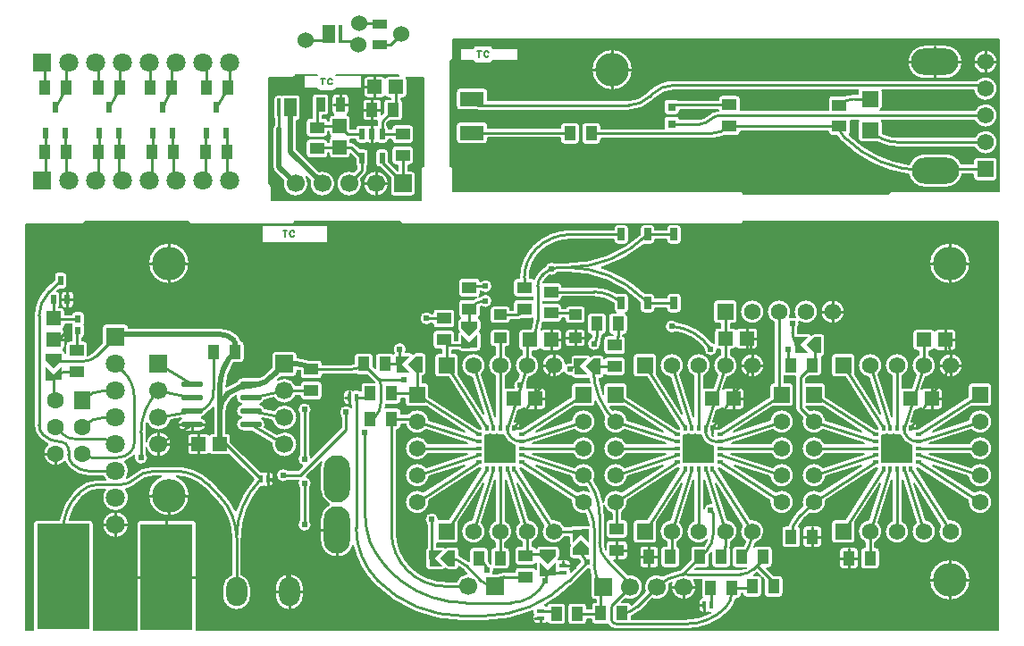
<source format=gtl>
G04 Layer: TopLayer*
G04 EasyEDA Pro v2.2.28.1, 2024-09-17 23:40:12*
G04 Gerber Generator version 0.3*
G04 Scale: 100 percent, Rotated: No, Reflected: No*
G04 Dimensions in millimeters*
G04 Leading zeros omitted, absolute positions, 3 integers and 5 decimals*
%FSLAX35Y35*%
%MOMM*%
%AMPolygonMacro1*4,1,5,0.63967,0.762,-0.63967,0.762,-0.63033,-0.762,0.63967,-0.762,-0.12233,0.0,0.63967,0.762,0*%
%AMPolygonMacro2*4,1,5,0.0635,0.762,0.6985,0.762,0.6985,-0.762,0.0635,-0.762,-0.6985,0.0,0.0635,0.762,0*%
%AMPolygonMacro3*4,1,5,-0.762,0.63967,-0.762,-0.63967,0.762,-0.63033,0.762,0.63967,0.0,-0.12233,-0.762,0.63967,0*%
%AMPolygonMacro4*4,1,5,-0.762,0.0635,-0.762,0.6985,0.762,0.6985,0.762,0.0635,0.0,-0.6985,-0.762,0.0635,0*%
%AMPolygonMacro5*4,1,5,0.762,-0.63967,0.762,0.63967,-0.762,0.63033,-0.762,-0.63967,0.0,0.12233,0.762,-0.63967,0*%
%AMPolygonMacro6*4,1,5,0.762,-0.0635,0.762,-0.6985,-0.762,-0.6985,-0.762,-0.0635,0.0,0.6985,0.762,-0.0635,0*%
%ADD10C,0.2032*%
%ADD11C,0.254*%
%ADD12C,0.15*%
%ADD13R,0.4X0.55001*%
%ADD14R,0.55001X0.4*%
%ADD15R,1.2563X1.0*%
%ADD16R,1.25001X1.0*%
%ADD17R,1.37701X1.13254*%
%ADD18R,1.37701X1.13254*%
%ADD19R,0.7X1.2*%
%ADD20R,1.62001X1.48501*%
%ADD21O,2.045X0.58801*%
%ADD22R,1.7X1.7*%
%ADD23C,1.7*%
%ADD24R,1.7X1.7*%
%ADD25O,2.0X2.75*%
%ADD26R,1.13254X1.37701*%
%ADD27R,1.13254X1.37701*%
%ADD28R,1.7X1.7*%
%ADD29R,1.7X1.7*%
%ADD30R,1.6X1.7*%
%ADD31C,1.6*%
%ADD32R,0.8X0.8*%
%ADD33R,2.3X1.4*%
%ADD34O,4.5X2.5*%
%ADD35R,1.41X1.35001*%
%ADD36R,1.41X1.35001*%
%ADD37C,1.5748*%
%ADD38R,1.5748X1.5748*%
%ADD39R,1.5748X1.5748*%
%ADD40R,1.5748X1.5748*%
%ADD41R,1.5748X1.5748*%
%ADD42R,0.4X0.7*%
%ADD43R,0.4X0.7*%
%ADD44R,0.7X0.4*%
%ADD45R,1.8X1.8*%
%ADD46C,1.8*%
%ADD47R,0.54X0.79009*%
%ADD48R,1.35001X1.41*%
%ADD49R,0.5X0.93599*%
%ADD50R,0.7X0.4*%
%ADD51O,2.5X4.5*%
%ADD52R,5.0X10.0*%
%ADD53C,3.2004*%
%ADD54R,0.6X1.07*%
%ADD55R,1.8X1.8*%
%ADD56R,1.1938X1.8034*%
%ADD57R,0.3302X1.651*%
%ADD58R,1.36X0.91*%
%ADD59R,1.1938X1.8034*%
%ADD60R,0.3302X1.651*%
%ADD61R,0.91X1.36*%
%ADD62R,0.52451X1.06982*%
%ADD63C,1.524*%
%ADD64PolygonMacro1*%
%ADD65PolygonMacro2*%
%ADD66PolygonMacro3*%
%ADD67PolygonMacro4*%
%ADD68PolygonMacro5*%
%ADD69PolygonMacro6*%
%ADD70C,0.61*%
%ADD71C,0.508*%
G75*


G04 Copper Start*
G36*
G01X9247886Y3897336D02*
G01X9247886Y35814D01*
G01X1658914Y35814D01*
G01X1658914Y35875D01*
G01X1658914Y35875D01*
G01X1658914Y1035875D01*
G01X1658914Y1035875D01*
G03X1623100Y1071689I-35814J0D01*
G01X1623100Y1071689D01*
G01X1123100Y1071689D01*
G01X1123100Y1071689D01*
G03X1087286Y1035875I0J-35814D01*
G01X1087286Y1035875D01*
G01X1087286Y35875D01*
G01X1087286Y35875D01*
G01X1087286Y35814D01*
G01X680794Y35814D01*
G03X681014Y39775I-35594J3961D01*
G01X681014Y39775D01*
G01X681014Y1039775D01*
G01X681014Y1039775D01*
G03X645200Y1075589I-35814J0D01*
G01X645200Y1075589D01*
G01X453054Y1075589D01*
G02X567705Y1286495I413992J-88434D01*
G01X567705Y1286496D01*
G01X584762Y1303553D01*
G01X584762Y1303553D01*
G02X723900Y1361186I139138J-139138D01*
G01X723900Y1361186D01*
G01X790166Y1361186D01*
G03X763498Y1283731I99146J-77455D01*
G03X889312Y1157917I125814J0D01*
G03X1015126Y1283731I0J125814D01*
G03X985325Y1365037I-125814J0D01*
G03X1101105Y1426195I-41167J218105D01*
G01X1101105Y1426195D01*
G02X1250763Y1488186I149658J-149658D01*
G01X1250763Y1488186D01*
G01X1320941Y1488186D01*
G03X1197816Y1306350I72709J-181836D01*
G03X1393650Y1110516I195834J0D01*
G03X1589484Y1306350I0J195834D01*
G03X1466560Y1488106I-195834J0D01*
G02X1730995Y1375395I-7865J-385011D01*
G01X1730995Y1375395D01*
G01X1836053Y1270338D01*
G01X1836053Y1270338D01*
G02X1987486Y904746I-365592J-365591D01*
G01X1987486Y904746D01*
G01X1987486Y558054D01*
G03X1900186Y431200I48514J-126854D01*
G01X1900186Y431200D01*
G01X1900186Y356200D01*
G01X1900186Y356200D01*
G03X2036000Y220386I135814J0D01*
G03X2171814Y356200I0J135814D01*
G01X2171814Y356200D01*
G01X2171814Y431200D01*
G01X2171814Y431200D01*
G03X2084514Y558054I-135814J0D01*
G01X2084514Y904746D01*
G01X2084514Y904746D01*
G02X2266390Y1389686I737441J0D01*
G01X2286201Y1389686D01*
G01X2286201Y1389686D01*
G03X2298700Y1391938I0J35814D01*
G03X2311199Y1389686I12499J33562D01*
G01X2311199Y1389686D01*
G01X2351199Y1389686D01*
G01X2351199Y1389686D01*
G03X2387013Y1425500I0J35814D01*
G01X2387013Y1425500D01*
G01X2387013Y1495500D01*
G01X2387013Y1495500D01*
G03X2351199Y1531314I-35814J0D01*
G01X2351199Y1531314D01*
G01X2311199Y1531314D01*
G01X2311199Y1531314D01*
G03X2298700Y1529062I0J-35814D01*
G03X2286201Y1531314I-12499J-33562D01*
G01X2286201Y1531314D01*
G01X2263996Y1531314D01*
G01X1982714Y1812596D01*
G01X1982714Y1859801D01*
G01X1982714Y1859801D01*
G03X1946900Y1895615I-35814J0D01*
G01X1946900Y1895615D01*
G01X1937614Y1895615D01*
G01X1937614Y2099571D01*
G01X1937614Y2099571D01*
G02X1986385Y2217315I166515J0D01*
G01X1986385Y2217315D01*
G01X1997080Y2228010D01*
G01X1997080Y2228010D01*
G02X2033719Y2252152I178165J-230517D01*
G03X2031477Y2235200I62973J-16952D01*
G03X2081836Y2171700I65215J0D01*
G03X2031477Y2108200I14855J-63500D01*
G03X2081836Y2044700I65215J0D01*
G03X2031477Y1981200I14855J-63500D01*
G03X2096691Y1915986I65215J0D01*
G01X2096691Y1915986D01*
G01X2184205Y1915986D01*
G01X2369317Y1805668D01*
G03X2368386Y1790700I119883J-14968D01*
G03X2489200Y1669886I120814J0D01*
G03X2610014Y1790700I0J120814D01*
G03X2489200Y1911514I-120814J0D01*
G03X2418989Y1889018I0J-120814D01*
G01X2303320Y1957950D01*
G03X2307605Y1981200I-60929J23250D01*
G03X2274700Y2037848I-65214J0D01*
G01X2371223Y2018674D01*
G03X2489200Y1923886I117977J26026D01*
G03X2610014Y2044700I0J120814D01*
G03X2489200Y2165514I-120814J0D01*
G03X2390128Y2113843I0J-120814D01*
G01X2303468Y2131057D01*
G03X2257246Y2171700I-61078J-22857D01*
G03X2303468Y2212343I-14855J63500D01*
G01X2390128Y2229557D01*
G03X2489200Y2177886I99072J69143D01*
G03X2600533Y2251786I0J120814D01*
G01X2638535Y2251786D01*
G01X2638535Y2243673D01*
G01X2638535Y2243673D01*
G03X2674349Y2207859I35814J0D01*
G01X2674349Y2207859D01*
G01X2812051Y2207859D01*
G01X2812051Y2207859D01*
G03X2847865Y2243673I0J35814D01*
G01X2847865Y2243673D01*
G01X2847865Y2356927D01*
G01X2847865Y2356927D01*
G03X2812051Y2392741I-35814J0D01*
G01X2812051Y2392741D01*
G01X2674349Y2392741D01*
G01X2674349Y2392741D01*
G03X2638535Y2356927I0J-35814D01*
G01X2638535Y2356927D01*
G01X2638535Y2348814D01*
G01X2599130Y2348814D01*
G03X2489200Y2419514I-109930J-50114D01*
G03X2427355Y2402484I0J-120814D01*
G03X2435935Y2412866I-250411J215708D01*
G01X2435935Y2412866D01*
G01X2454956Y2431886D01*
G01X2574200Y2431886D01*
G01X2574200Y2431886D01*
G03X2610014Y2467700I0J35814D01*
G01X2610014Y2467700D01*
G01X2610014Y2491486D01*
G01X2616695Y2491486D01*
G01X2616695Y2491486D01*
G02X2638535Y2489442I0J-117691D01*
G01X2638535Y2443673D01*
G01X2638535Y2443673D01*
G03X2674349Y2407859I35814J0D01*
G01X2674349Y2407859D01*
G01X2812051Y2407859D01*
G01X2812051Y2407859D01*
G03X2847865Y2443673I0J35814D01*
G01X2847865Y2443673D01*
G01X2847865Y2451786D01*
G01X3113595Y2451786D01*
G01X3113595Y2451786D01*
G03X3160215Y2456616I0J227419D01*
G01X3160215Y2456616D01*
G03X3183473Y2448035I23258J27234D01*
G01X3183473Y2448035D01*
G01X3274555Y2448035D01*
G01X3343895Y2378695D01*
G01X3343895Y2378695D01*
G01X3344607Y2377965D01*
G01X3246973Y2377965D01*
G01X3246973Y2377965D01*
G03X3211159Y2342151I0J-35814D01*
G01X3211159Y2342151D01*
G01X3211159Y2298645D01*
G03X3189399Y2306014I-21760J-28445D01*
G01X3189399Y2306014D01*
G01X3149399Y2306014D01*
G01X3149399Y2306014D01*
G03X3136900Y2303762I0J-35814D01*
G03X3124401Y2306014I-12499J-33562D01*
G01X3124401Y2306014D01*
G01X3084401Y2306014D01*
G01X3084401Y2306014D01*
G03X3048587Y2270200I0J-35814D01*
G01X3048587Y2270200D01*
G01X3048587Y2200200D01*
G01X3048587Y2200200D01*
G03X3084401Y2164386I35814J0D01*
G01X3084401Y2164386D01*
G01X3120885Y2164386D01*
G01X3120885Y2141789D01*
G03X3073400Y2161814I-47485J-46289D01*
G03X3007086Y2095500I0J-66314D01*
G03X3024886Y2050290I66314J0D01*
G01X3024886Y1950495D01*
G01X2743495Y1669104D01*
G03X2728214Y1696210I-63795J-18104D01*
G01X2728214Y2075690D01*
G03X2746014Y2120900I-48514J45210D01*
G03X2679700Y2187214I-66314J0D01*
G03X2613386Y2120900I0J-66314D01*
G03X2631186Y2075690I66314J0D01*
G01X2631186Y1696210D01*
G03X2613386Y1651000I48514J-45210D01*
G03X2661596Y1587205I66314J0D01*
G01X2621505Y1547114D01*
G01X2521710Y1547114D01*
G03X2476500Y1564914I-45210J-48514D01*
G03X2410186Y1498600I0J-66314D01*
G03X2476500Y1432286I66314J0D01*
G03X2521710Y1450086I0J66314D01*
G01X2619442Y1450086D01*
G03X2613386Y1422400I60258J-27686D01*
G03X2631186Y1377190I66314J0D01*
G01X2631186Y1073910D01*
G03X2613386Y1028700I48514J-45210D01*
G03X2679700Y962386I66314J0D01*
G03X2746014Y1028700I0J66314D01*
G03X2728214Y1073910I-66314J0D01*
G01X2728214Y1377190D01*
G03X2746014Y1422400I-48514J45210D01*
G03X2697804Y1486195I-66314J0D01*
G01X2838842Y1627233D01*
G03X2827086Y1566875I149057J-60358D01*
G01X2827086Y1566875D01*
G01X2827086Y1366875D01*
G01X2827086Y1366875D01*
G03X2914820Y1223625I160814J0D01*
G03X2827086Y1080375I73079J-143250D01*
G01X2827086Y1080375D01*
G01X2827086Y880375D01*
G01X2827086Y880375D01*
G03X2987900Y719561I160814J0D01*
G03X3140232Y828839I0J160814D01*
G03X3343895Y460995I742057J170550D01*
G03X4175373Y116586I831478J831478D01*
G01X4175373Y116586D01*
G01X4381500Y116586D01*
G01X4381500Y116586D01*
G03X4844086Y210782I0J1182953D01*
G01X4844086Y190299D01*
G01X4844086Y190299D01*
G03X4846338Y177800I35814J0D01*
G03X4844086Y165301I33562J-12499D01*
G01X4844086Y165301D01*
G01X4844086Y125301D01*
G01X4844086Y125301D01*
G03X4879900Y89487I35814J0D01*
G01X4879900Y89487D01*
G01X4949900Y89487D01*
G01X4949900Y89487D01*
G03X4976028Y100807I0J35814D01*
G03X5008384Y80346I32356J15353D01*
G01X5008384Y80346D01*
G01X5121638Y80346D01*
G01X5121638Y80346D01*
G03X5157452Y116160I0J35814D01*
G01X5157452Y116160D01*
G01X5157452Y253861D01*
G01X5157452Y253861D01*
G03X5121638Y289675I-35814J0D01*
G01X5121638Y289675D01*
G01X5008384Y289675D01*
G01X5008384Y289675D01*
G03X4972914Y258813I0J-35814D01*
G01X4971570Y258813D01*
G03X4956183Y265558I-21670J-28514D01*
G03X5217974Y463065I-574683J1033981D01*
G01X5217974Y463065D01*
G01X5361736Y606827D01*
G03X5376937Y609147I-2336J66273D01*
G01X5376937Y609147D01*
G03X5392999Y538895I345705J42077D01*
G01X5392999Y538895D01*
G03X5389879Y524274I32694J-14621D01*
G01X5389879Y524274D01*
G01X5389879Y354274D01*
G01X5389879Y354274D01*
G03X5425693Y318460I35814J0D01*
G01X5425693Y318460D01*
G01X5439486Y318460D01*
G01X5439486Y295165D01*
G01X5431373Y295165D01*
G01X5431373Y295165D01*
G03X5395559Y259351I0J-35814D01*
G01X5395559Y259351D01*
G01X5395559Y233525D01*
G01X5357451Y233525D01*
G01X5357451Y253861D01*
G01X5357451Y253861D01*
G03X5321637Y289675I-35814J0D01*
G01X5321637Y289675D01*
G01X5208384Y289675D01*
G01X5208384Y289675D01*
G03X5172570Y253861I0J-35814D01*
G01X5172570Y253861D01*
G01X5172570Y116160D01*
G01X5172570Y116160D01*
G03X5208384Y80346I35814J0D01*
G01X5208384Y80346D01*
G01X5321637Y80346D01*
G01X5321637Y80346D01*
G03X5357451Y116160I0J35814D01*
G01X5357451Y116160D01*
G01X5357451Y136497D01*
G01X5395559Y136497D01*
G01X5395559Y121649D01*
G01X5395559Y121649D01*
G03X5431373Y85835I35814J0D01*
G01X5431373Y85835D01*
G01X5544627Y85835D01*
G01X5544627Y85835D01*
G03X5551673Y86535I0J35814D01*
G01X5551673Y86535D01*
G03X5566395Y67295I79688J45725D01*
G01X5566395Y67295D01*
G03X5631361Y40386I64965J64965D01*
G01X5631361Y40386D01*
G01X6299574Y40386D01*
G01X6299574Y40386D01*
G03X6701805Y206995I0J568840D01*
G01X6701805Y206995D01*
G03X6770009Y327135I-183744J183744D01*
G01X6786027Y327135D01*
G01X6786027Y327135D01*
G03X6821841Y362949I0J35814D01*
G01X6821841Y362949D01*
G01X6821841Y383286D01*
G01X6830659Y383286D01*
G01X6830659Y375649D01*
G01X6830659Y375649D01*
G03X6866473Y339835I35814J0D01*
G01X6866473Y339835D01*
G01X6979727Y339835D01*
G01X6979727Y339835D01*
G03X7015541Y375649I0J35814D01*
G01X7015541Y375649D01*
G01X7015541Y513351D01*
G01X7015541Y513351D01*
G03X7010297Y532008I-35814J0D01*
G01X7030659Y511646D01*
G01X7030659Y375649D01*
G01X7030659Y375649D01*
G03X7066473Y339835I35814J0D01*
G01X7066473Y339835D01*
G01X7179727Y339835D01*
G01X7179727Y339835D01*
G03X7215541Y375649I0J35814D01*
G01X7215541Y375649D01*
G01X7215541Y513351D01*
G01X7215541Y513351D01*
G03X7179727Y549165I-35814J0D01*
G01X7179727Y549165D01*
G01X7130244Y549165D01*
G03X7126776Y552747I-111715J-104665D01*
G01X7126776Y552747D01*
G01X7060288Y619235D01*
G01X7078127Y619235D01*
G01X7078127Y619235D01*
G03X7113941Y655049I0J35814D01*
G01X7113941Y655049D01*
G01X7113941Y792751D01*
G01X7113941Y792751D01*
G03X7078127Y828565I-35814J0D01*
G01X7078127Y828565D01*
G01X6964873Y828565D01*
G01X6964873Y828565D01*
G03X6942109Y820399I0J-35814D01*
G01X6942109Y820399D01*
G03X6954230Y855421I-361738J144801D01*
G01X6954230Y855421D01*
G03X7036054Y965200I-32730J109779D01*
G03X6921500Y1079754I-114554J0D01*
G03X6906963Y1078828I0J-114554D01*
G01X6600561Y1562637D01*
G01X6600561Y1566789D01*
G01X6612977Y1566789D01*
G01X7087411Y1260181D01*
G03X7086346Y1244600I113489J-15581D01*
G03X7200900Y1130046I114554J0D01*
G03X7315454Y1244600I0J114554D01*
G03X7200900Y1359154I-114554J0D01*
G03X7140075Y1341672I0J-114554D01*
G01X6751384Y1592869D01*
G01X7087236Y1484344D01*
G03X7200900Y1384046I113664J14256D01*
G03X7315454Y1498600I0J114554D01*
G03X7200900Y1613154I-114554J0D01*
G03X7117070Y1576672I0J-114554D01*
G01X6722759Y1704086D01*
G01X7097126Y1704086D01*
G03X7200900Y1638046I103774J48514D01*
G03X7315454Y1752600I0J114554D01*
G03X7200900Y1867154I-114554J0D01*
G03X7097126Y1801114I0J-114554D01*
G01X6725385Y1801114D01*
G01X7117193Y1928397D01*
G03X7200900Y1892046I83707J78203D01*
G03X7315454Y2006600I0J114554D01*
G03X7200900Y2121154I-114554J0D01*
G03X7087214Y2020678I0J-114554D01*
G01X6749045Y1910820D01*
G01X7114356Y2146907D01*
G03X7122160Y2146046I7804J34953D01*
G01X7122160Y2146046D01*
G01X7279640Y2146046D01*
G01X7279640Y2146046D01*
G03X7315454Y2181860I0J35814D01*
G01X7315454Y2181860D01*
G01X7315454Y2339340D01*
G01X7315454Y2339340D01*
G03X7279640Y2375154I-35814J0D01*
G01X7279640Y2375154D01*
G01X7224014Y2375154D01*
G01X7224014Y2436990D01*
G03X7234773Y2435335I10759J34160D01*
G01X7234773Y2435335D01*
G01X7330856Y2435335D01*
G03X7330186Y2427300I47844J-8035D01*
G01X7330186Y2427300D01*
G01X7330186Y2133600D01*
G01X7330186Y2133600D01*
G03X7344395Y2099295I48514J0D01*
G01X7344395Y2099295D01*
G01X7398016Y2045675D01*
G03X7391146Y2006600I107684J-39075D01*
G03X7505700Y1892046I114554J0D01*
G03X7589529Y1928528I0J114554D01*
G01X7983828Y1801114D01*
G01X7609474Y1801114D01*
G03X7505700Y1867154I-103774J-48514D01*
G03X7391146Y1752600I0J-114554D01*
G03X7505700Y1638046I114554J0D01*
G03X7609474Y1704086I0J114554D01*
G01X7983828Y1704086D01*
G01X7589529Y1576672D01*
G03X7505700Y1613154I-83829J-78072D01*
G03X7391146Y1498600I0J-114554D01*
G03X7505700Y1384046I114554J0D01*
G03X7619364Y1484345I0J114554D01*
G01X7955203Y1592868D01*
G01X7566524Y1341673D01*
G03X7505700Y1359154I-60824J-97073D01*
G03X7391146Y1244600I0J-114554D01*
G03X7398016Y1205525I114554J0D01*
G01X7339050Y1146559D01*
G01X7339049Y1146559D01*
G03X7260016Y1019065I232159J-232159D01*
G01X7234773Y1019065D01*
G01X7234773Y1019065D01*
G03X7198959Y983251I0J-35814D01*
G01X7198959Y983251D01*
G01X7198959Y845549D01*
G01X7198959Y845549D01*
G03X7234773Y809735I35814J0D01*
G01X7234773Y809735D01*
G01X7348027Y809735D01*
G01X7348027Y809735D01*
G03X7383841Y845549I0J35814D01*
G01X7383841Y845549D01*
G01X7383841Y983251D01*
G01X7383841Y983251D01*
G03X7363260Y1015664I-35814J0D01*
G01X7363260Y1015664D01*
G02X7407659Y1077949I207948J-101264D01*
G01X7407659Y1077949D01*
G01X7466625Y1136916D01*
G03X7505700Y1130046I39075J107684D01*
G03X7620254Y1244600I0J114554D01*
G03X7619189Y1260182I-114554J0D01*
G01X8093608Y1566789D01*
G01X8108539Y1566789D01*
G01X8108539Y1562792D01*
G01X7800596Y1079754D01*
G01X7706360Y1079754D01*
G01X7706360Y1079754D01*
G03X7670546Y1043940I0J-35814D01*
G01X7670546Y1043940D01*
G01X7670546Y886460D01*
G01X7670546Y886460D01*
G03X7706360Y850646I35814J0D01*
G01X7706360Y850646D01*
G01X7863840Y850646D01*
G01X7863840Y850646D01*
G03X7899654Y886460I0J35814D01*
G01X7899654Y886460D01*
G01X7899654Y1043940D01*
G01X7899654Y1043940D01*
G03X7898523Y1052868I-35814J0D01*
G01X8134659Y1423269D01*
G01X8024502Y1078820D01*
G03X7924546Y965200I14598J-113620D01*
G03X7988986Y862189I114554J0D01*
G01X7988986Y815865D01*
G01X7980873Y815865D01*
G01X7980873Y815865D01*
G03X7945059Y780051I0J-35814D01*
G01X7945059Y780051D01*
G01X7945059Y642349D01*
G01X7945059Y642349D01*
G03X7980873Y606535I35814J0D01*
G01X7980873Y606535D01*
G01X8094127Y606535D01*
G01X8094127Y606535D01*
G03X8129941Y642349I0J35814D01*
G01X8129941Y642349D01*
G01X8129941Y780051D01*
G01X8129941Y780051D01*
G03X8094127Y815865I-35814J0D01*
G01X8094127Y815865D01*
G01X8086014Y815865D01*
G01X8086014Y860693D01*
G03X8153654Y965200I-46914J104507D01*
G03X8116919Y1049264I-114554J0D01*
G01X8245608Y1451660D01*
G01X8244804Y1069076D01*
G03X8178546Y965200I48296J-103876D01*
G03X8293100Y850646I114554J0D01*
G03X8407654Y965200I0J114554D01*
G03X8341832Y1068872I-114554J0D01*
G01X8342636Y1451854D01*
G01X8469602Y1049561D01*
G03X8432546Y965200I77498J-84361D01*
G03X8547100Y850646I114554J0D01*
G03X8661654Y965200I0J114554D01*
G03X8562132Y1078764I-114554J0D01*
G01X8453234Y1423807D01*
G01X8704591Y1026914D01*
G03X8686546Y965200I96509J-61714D01*
G03X8801100Y850646I114554J0D01*
G03X8915654Y965200I0J114554D01*
G03X8801100Y1079754I-114554J0D01*
G03X8786563Y1078828I0J-114554D01*
G01X8480161Y1562637D01*
G01X8480161Y1566789D01*
G01X8492577Y1566789D01*
G01X8967011Y1260181D01*
G03X8965946Y1244600I113489J-15581D01*
G03X9080500Y1130046I114554J0D01*
G03X9195054Y1244600I0J114554D01*
G03X9080500Y1359154I-114554J0D01*
G03X9019675Y1341672I0J-114554D01*
G01X8630984Y1592869D01*
G01X8966836Y1484344D01*
G03X9080500Y1384046I113664J14256D01*
G03X9195054Y1498600I0J114554D01*
G03X9080500Y1613154I-114554J0D01*
G03X8996670Y1576672I0J-114554D01*
G01X8602359Y1704086D01*
G01X8976726Y1704086D01*
G03X9080500Y1638046I103774J48514D01*
G03X9195054Y1752600I0J114554D01*
G03X9080500Y1867154I-114554J0D01*
G03X8976726Y1801114I0J-114554D01*
G01X8602359Y1801114D01*
G01X8996670Y1928528D01*
G03X9080500Y1892046I83830J78072D01*
G03X9195054Y2006600I0J114554D01*
G03X9080500Y2121154I-114554J0D01*
G03X8966836Y2020856I0J-114554D01*
G01X8630984Y1912331D01*
G01X8993956Y2146907D01*
G03X9001760Y2146046I7804J34953D01*
G01X9001760Y2146046D01*
G01X9159240Y2146046D01*
G01X9159240Y2146046D01*
G03X9195054Y2181860I0J35814D01*
G01X9195054Y2181860D01*
G01X9195054Y2339340D01*
G01X9195054Y2339340D01*
G03X9159240Y2375154I-35814J0D01*
G01X9159240Y2375154D01*
G01X9001760Y2375154D01*
G01X9001760Y2375154D01*
G03X8965946Y2339340I0J-35814D01*
G01X8965946Y2339340D01*
G01X8965946Y2244331D01*
G01X8492577Y1938411D01*
G01X8480161Y1938411D01*
G01X8480161Y1972607D01*
G01X8480161Y1972607D01*
G03X8444347Y2008421I-35814J0D01*
G01X8444347Y2008421D01*
G01X8430204Y2008421D01*
G01X8465161Y2119186D01*
G01X8492200Y2119186D01*
G01X8492200Y2119186D01*
G03X8521700Y2134691I0J35814D01*
G03X8551200Y2119186I29500J20308D01*
G01X8551200Y2119186D01*
G01X8692200Y2119186D01*
G01X8692200Y2119186D01*
G03X8728014Y2155000I0J35814D01*
G01X8728014Y2155000D01*
G01X8728014Y2290000D01*
G01X8728014Y2290001D01*
G03X8692200Y2325815I-35814J0D01*
G01X8692200Y2325815D01*
G01X8551200Y2325815D01*
G01X8551200Y2325815D01*
G03X8527564Y2316907I0J-35814D01*
G01X8562132Y2426436D01*
G03X8661654Y2540000I-15032J113564D01*
G03X8595614Y2643774I-114554J0D01*
G01X8595614Y2677986D01*
G01X8619200Y2677986D01*
G01X8619200Y2677986D01*
G03X8648700Y2693491I0J35814D01*
G03X8678200Y2677986I29500J20308D01*
G01X8678200Y2677986D01*
G01X8819200Y2677986D01*
G01X8819200Y2677986D01*
G03X8855014Y2713800I0J35814D01*
G01X8855014Y2713800D01*
G01X8855014Y2848800D01*
G01X8855014Y2848801D01*
G03X8819200Y2884615I-35814J0D01*
G01X8819200Y2884615D01*
G01X8678200Y2884615D01*
G01X8678200Y2884615D01*
G03X8648700Y2869109I0J-35814D01*
G03X8619200Y2884615I-29500J-20308D01*
G01X8619200Y2884615D01*
G01X8478200Y2884615D01*
G01X8478200Y2884615D01*
G03X8442386Y2848801I0J-35814D01*
G01X8442386Y2848800D01*
G01X8442386Y2713800D01*
G01X8442386Y2713800D01*
G03X8478200Y2677986I35814J0D01*
G01X8478200Y2677986D01*
G01X8498586Y2677986D01*
G01X8498586Y2643774D01*
G03X8432546Y2540000I48514J-103774D01*
G03X8469602Y2455639I114554J0D01*
G01X8428629Y2325815D01*
G01X8351200Y2325815D01*
G01X8351200Y2325815D01*
G03X8342067Y2324630I0J-35814D01*
G01X8341832Y2436328D01*
G03X8407654Y2540000I-48732J103672D01*
G03X8293100Y2654554I-114554J0D01*
G03X8178546Y2540000I0J-114554D01*
G03X8244804Y2436124I114554J0D01*
G01X8245608Y2053540D01*
G01X8116919Y2455936D01*
G03X8153654Y2540000I-77819J84064D01*
G03X8039100Y2654554I-114554J0D01*
G03X7924546Y2540000I0J-114554D01*
G03X8024502Y2426380I114554J0D01*
G01X8134659Y2081931D01*
G01X7898523Y2452332D01*
G03X7899654Y2461260I-34683J8928D01*
G01X7899654Y2461260D01*
G01X7899654Y2618740D01*
G01X7899654Y2618740D01*
G03X7863840Y2654554I-35814J0D01*
G01X7863840Y2654554D01*
G01X7706360Y2654554D01*
G01X7706360Y2654554D01*
G03X7670546Y2618740I0J-35814D01*
G01X7670546Y2618740D01*
G01X7670546Y2461260D01*
G01X7670546Y2461260D01*
G03X7706360Y2425446I35814J0D01*
G01X7706360Y2425446D01*
G01X7800596Y2425446D01*
G01X8108539Y1942408D01*
G01X8108539Y1938411D01*
G01X8093608Y1938411D01*
G01X7620254Y2244330D01*
G01X7620254Y2339340D01*
G01X7620254Y2339340D01*
G03X7584440Y2375154I-35814J0D01*
G01X7584440Y2375154D01*
G01X7427214Y2375154D01*
G01X7427214Y2407205D01*
G01X7455344Y2435335D01*
G01X7548027Y2435335D01*
G01X7548027Y2435335D01*
G03X7583841Y2471149I0J35814D01*
G01X7583841Y2471149D01*
G01X7583841Y2608851D01*
G01X7583841Y2608851D01*
G03X7582332Y2619134I-35814J0D01*
G03X7611364Y2654300I-6782J35166D01*
G01X7611364Y2654300D01*
G01X7611364Y2806700D01*
G01X7611364Y2806700D01*
G03X7575550Y2842514I-35814J0D01*
G01X7575550Y2842514D01*
G01X7512050Y2842514D01*
G01X7512050Y2842514D01*
G03X7486726Y2832024I0J-35814D01*
G01X7486726Y2832024D01*
G01X7483266Y2828564D01*
G03X7454900Y2842514I-28366J-21864D01*
G01X7454900Y2842514D01*
G01X7351423Y2842514D01*
G02X7351014Y2852579I123723J10065D01*
G01X7351014Y2852579D01*
G01X7351014Y2888490D01*
G03X7368814Y2933700I-48514J45210D01*
G03X7366058Y2952618I-66314J0D01*
G01X7366058Y2952618D01*
G03X7429500Y2933446I63442J95382D01*
G03X7544054Y3048000I0J114554D01*
G03X7429500Y3162554I-114554J0D01*
G03X7314946Y3048000I0J-114554D01*
G03X7327985Y2994921I114554J0D01*
G01X7327985Y2994921D01*
G03X7302500Y3000014I-25485J-61221D01*
G03X7277015Y2994921I0J-66314D01*
G01X7277015Y2994921D01*
G03X7290054Y3048000I-101515J53079D01*
G03X7175500Y3162554I-114554J0D01*
G03X7060946Y3048000I0J-114554D01*
G03X7126986Y2944226I114554J0D01*
G01X7126986Y2375154D01*
G01X7122160Y2375154D01*
G01X7122160Y2375154D01*
G03X7086346Y2339340I0J-35814D01*
G01X7086346Y2339340D01*
G01X7086346Y2244331D01*
G01X6612977Y1938411D01*
G01X6600561Y1938411D01*
G01X6600561Y1972607D01*
G01X6600561Y1972607D01*
G03X6564747Y2008421I-35814J0D01*
G01X6564747Y2008421D01*
G01X6550604Y2008421D01*
G01X6585561Y2119186D01*
G01X6612600Y2119186D01*
G01X6612600Y2119186D01*
G03X6642100Y2134691I0J35814D01*
G03X6671600Y2119186I29500J20308D01*
G01X6671600Y2119186D01*
G01X6812600Y2119186D01*
G01X6812600Y2119186D01*
G03X6848414Y2155000I0J35814D01*
G01X6848414Y2155000D01*
G01X6848414Y2290000D01*
G01X6848414Y2290001D01*
G03X6812600Y2325815I-35814J0D01*
G01X6812600Y2325815D01*
G01X6671600Y2325815D01*
G01X6671600Y2325815D01*
G03X6647964Y2316907I0J-35814D01*
G01X6682532Y2426436D01*
G03X6782054Y2540000I-15032J113564D01*
G03X6716014Y2643774I-114554J0D01*
G01X6716014Y2690686D01*
G01X6739600Y2690686D01*
G01X6739600Y2690686D01*
G03X6769100Y2706191I0J35814D01*
G03X6798600Y2690686I29500J20308D01*
G01X6798600Y2690686D01*
G01X6939600Y2690686D01*
G01X6939600Y2690686D01*
G03X6975414Y2726500I0J35814D01*
G01X6975414Y2726500D01*
G01X6975414Y2861500D01*
G01X6975414Y2861501D01*
G03X6939600Y2897315I-35814J0D01*
G01X6939600Y2897315D01*
G01X6798600Y2897315D01*
G01X6798600Y2897315D01*
G03X6769100Y2881809I0J-35814D01*
G03X6739600Y2897315I-29500J-20308D01*
G01X6739600Y2897315D01*
G01X6717614Y2897315D01*
G01X6717614Y2933446D01*
G01X6746240Y2933446D01*
G01X6746240Y2933446D01*
G03X6782054Y2969260I0J35814D01*
G01X6782054Y2969260D01*
G01X6782054Y3126740D01*
G01X6782054Y3126740D01*
G03X6746240Y3162554I-35814J0D01*
G01X6746240Y3162554D01*
G01X6588760Y3162554D01*
G01X6588760Y3162554D01*
G03X6552946Y3126740I0J-35814D01*
G01X6552946Y3126740D01*
G01X6552946Y2969260D01*
G01X6552946Y2969260D01*
G03X6588760Y2933446I35814J0D01*
G01X6588760Y2933446D01*
G01X6620586Y2933446D01*
G01X6620586Y2897315D01*
G01X6598600Y2897315D01*
G01X6598600Y2897315D01*
G03X6562786Y2861501I0J-35814D01*
G01X6562786Y2861500D01*
G01X6562786Y2748734D01*
G03X6541715Y2757238I-34986J-56334D01*
G03X6209278Y2952115I-405944J-311503D01*
G01X6209278Y2952115D01*
G03X6159500Y2974614I-49778J-43815D01*
G03X6093186Y2908300I0J-66314D01*
G03X6159500Y2841986I66314J0D01*
G03X6199565Y2855458I0J66314D01*
G02X6462120Y2701546I-63794J-409723D01*
G01X6462120Y2701546D01*
G03X6461486Y2692400I65680J-9146D01*
G03X6527800Y2626086I66314J0D01*
G03X6594099Y2690970I0J66314D01*
G01X6594099Y2690970D01*
G03X6598600Y2690686I4501J35530D01*
G01X6598600Y2690686D01*
G01X6618986Y2690686D01*
G01X6618986Y2643774D01*
G03X6552946Y2540000I48514J-103774D01*
G03X6590002Y2455639I114554J0D01*
G01X6549029Y2325815D01*
G01X6471600Y2325815D01*
G01X6471600Y2325815D01*
G03X6462467Y2324630I0J-35814D01*
G01X6462232Y2436328D01*
G03X6528054Y2540000I-48732J103672D01*
G03X6413500Y2654554I-114554J0D01*
G03X6298946Y2540000I0J-114554D01*
G03X6365204Y2436124I114554J0D01*
G01X6366008Y2053540D01*
G01X6237319Y2455936D01*
G03X6274054Y2540000I-77819J84064D01*
G03X6159500Y2654554I-114554J0D01*
G03X6044946Y2540000I0J-114554D01*
G03X6144902Y2426380I114554J0D01*
G01X6255059Y2081931D01*
G01X6018923Y2452332D01*
G03X6020054Y2461260I-34683J8928D01*
G01X6020054Y2461260D01*
G01X6020054Y2618740D01*
G01X6020054Y2618740D01*
G03X5984240Y2654554I-35814J0D01*
G01X5984240Y2654554D01*
G01X5826760Y2654554D01*
G01X5826760Y2654554D01*
G03X5790946Y2618740I0J-35814D01*
G01X5790946Y2618740D01*
G01X5790946Y2461260D01*
G01X5790946Y2461260D01*
G03X5826760Y2425446I35814J0D01*
G01X5826760Y2425446D01*
G01X5920996Y2425446D01*
G01X6228939Y1942408D01*
G01X6228939Y1938411D01*
G01X6214008Y1938411D01*
G01X5740654Y2244330D01*
G01X5740654Y2339340D01*
G01X5740654Y2339340D01*
G03X5704840Y2375154I-35814J0D01*
G01X5704840Y2375154D01*
G01X5547360Y2375154D01*
G01X5547360Y2375154D01*
G03X5511546Y2339340I0J-35814D01*
G01X5511546Y2339340D01*
G01X5511546Y2267421D01*
G02X5471909Y2414448I621885J246510D01*
G01X5485807Y2414448D01*
G01X5485807Y2414448D01*
G03X5521615Y2449620I0J35814D01*
G01X5521615Y2449620D01*
G03X5548765Y2437162I27150J23356D01*
G01X5548765Y2437162D01*
G01X5686466Y2437162D01*
G01X5686466Y2437162D01*
G03X5722280Y2472976I0J35814D01*
G01X5722280Y2472976D01*
G01X5722280Y2586229D01*
G01X5722280Y2586229D01*
G03X5686466Y2622043I-35814J0D01*
G01X5686466Y2622043D01*
G01X5548765Y2622043D01*
G01X5548765Y2622043D01*
G03X5521067Y2608933I0J-35814D01*
G01X5521067Y2608933D01*
G03X5485807Y2638476I-35261J-6271D01*
G01X5485807Y2638476D01*
G01X5422307Y2638476D01*
G01X5422307Y2638476D01*
G03X5396982Y2627986I0J-35814D01*
G01X5396982Y2627986D01*
G01X5393522Y2624526D01*
G03X5365157Y2638476I-28366J-21864D01*
G01X5365157Y2638476D01*
G01X5237223Y2638476D01*
G01X5237223Y2638476D01*
G03X5201409Y2602662I0J-35814D01*
G01X5201410Y2602442D01*
G01X5201410Y2602442D01*
G01X5201622Y2567809D01*
G03X5194300Y2568214I-7322J-65909D01*
G03X5155387Y2555597I0J-66314D01*
G03X5041900Y2654554I-113487J-15597D01*
G03X4927346Y2540000I0J-114554D01*
G03X5041900Y2425446I114554J0D01*
G03X5134696Y2472832I0J114554D01*
G03X5194300Y2435586I59604J29068D01*
G03X5205104Y2436472I0J66314D01*
G03X5238157Y2414448I33053J13790D01*
G01X5238157Y2414448D01*
G01X5365157Y2414448D01*
G01X5365157Y2414448D01*
G03X5373793Y2415504I0J35814D01*
G01X5373793Y2415504D01*
G03X5380119Y2375154I759638J98427D01*
G01X5242560Y2375154D01*
G01X5242560Y2375154D01*
G03X5206746Y2339340I0J-35814D01*
G01X5206746Y2339340D01*
G01X5206746Y2244331D01*
G01X4733377Y1938411D01*
G01X4720961Y1938411D01*
G01X4720961Y1972607D01*
G01X4720961Y1972607D01*
G03X4685147Y2008421I-35814J0D01*
G01X4685147Y2008421D01*
G01X4671004Y2008421D01*
G01X4705961Y2119186D01*
G01X4733000Y2119186D01*
G01X4733000Y2119186D01*
G03X4762500Y2134691I0J35814D01*
G03X4792000Y2119186I29500J20308D01*
G01X4792000Y2119186D01*
G01X4933000Y2119186D01*
G01X4933000Y2119186D01*
G03X4968814Y2155000I0J35814D01*
G01X4968814Y2155000D01*
G01X4968814Y2290000D01*
G01X4968814Y2290001D01*
G03X4933000Y2325815I-35814J0D01*
G01X4933000Y2325815D01*
G01X4792000Y2325815D01*
G01X4792000Y2325815D01*
G03X4786154Y2325334I0J-35814D01*
G01X4786154Y2325334D01*
G03X4790714Y2349500I-61754J24166D01*
G03X4786222Y2373492I-66314J0D01*
G01X4802932Y2426436D01*
G03X4902454Y2540000I-15032J113564D01*
G03X4836414Y2643774I-114554J0D01*
G01X4836414Y2677986D01*
G01X4885400Y2677986D01*
G01X4885400Y2677986D01*
G03X4914900Y2693491I0J35814D01*
G03X4944400Y2677986I29500J20308D01*
G01X4944400Y2677986D01*
G01X5085400Y2677986D01*
G01X5085400Y2677986D01*
G03X5121214Y2713800I0J35814D01*
G01X5121214Y2713800D01*
G01X5121214Y2848800D01*
G01X5121214Y2848801D01*
G03X5085400Y2884615I-35814J0D01*
G01X5085400Y2884615D01*
G01X4944400Y2884615D01*
G01X4944400Y2884615D01*
G03X4926896Y2880046I0J-35814D01*
G01X4926896Y2880046D01*
G03X4937508Y2943893I-292096J81354D01*
G03X4946049Y2942859I8541J34781D01*
G01X4946049Y2942859D01*
G01X5083750Y2942859D01*
G01X5083750Y2942859D01*
G03X5119564Y2978673I0J35814D01*
G01X5119564Y2978673D01*
G01X5119564Y2986786D01*
G01X5146775Y2986786D01*
G01X5146775Y2968302D01*
G01X5146775Y2968302D01*
G03X5182589Y2932488I35814J0D01*
G01X5182589Y2932488D01*
G01X5307590Y2932488D01*
G01X5307590Y2932488D01*
G03X5343404Y2968302I0J35814D01*
G01X5343404Y2968302D01*
G01X5343404Y3068302D01*
G01X5343404Y3068302D01*
G03X5307590Y3104116I-35814J0D01*
G01X5307590Y3104116D01*
G01X5182589Y3104116D01*
G01X5182589Y3104116D01*
G03X5150309Y3083814I0J-35814D01*
G01X5119564Y3083814D01*
G01X5119564Y3091927D01*
G01X5119564Y3091927D01*
G03X5083750Y3127741I-35814J0D01*
G01X5083750Y3127741D01*
G01X4946049Y3127741D01*
G01X4946049Y3127741D01*
G03X4938014Y3126828I0J-35814D01*
G01X4938014Y3143772D01*
G03X4946049Y3142859I8035J34901D01*
G01X4946049Y3142859D01*
G01X5083750Y3142859D01*
G01X5083750Y3142859D01*
G03X5119564Y3178673I0J35814D01*
G01X5119564Y3178673D01*
G01X5119564Y3186786D01*
G01X5425253Y3186786D01*
G01X5425253Y3186786D01*
G02X5610087Y3126390I0J-313026D01*
G01X5610087Y3069407D01*
G01X5610087Y3069407D01*
G03X5628040Y3038365I35814J0D01*
G01X5593273Y3038365D01*
G01X5593273Y3038365D01*
G03X5557459Y3002551I0J-35814D01*
G01X5557459Y3002551D01*
G01X5557459Y2864849D01*
G01X5557459Y2864849D01*
G03X5593273Y2829035I35814J0D01*
G01X5593273Y2829035D01*
G01X5601386Y2829035D01*
G01X5601386Y2822043D01*
G01X5548765Y2822043D01*
G01X5548765Y2822043D01*
G03X5512951Y2786229I0J-35814D01*
G01X5512951Y2786229D01*
G01X5512951Y2672975D01*
G01X5512951Y2672975D01*
G03X5548765Y2637161I35814J0D01*
G01X5548765Y2637161D01*
G01X5686466Y2637161D01*
G01X5686466Y2637161D01*
G03X5722280Y2672975I0J35814D01*
G01X5722280Y2672975D01*
G01X5722280Y2786229D01*
G01X5722280Y2786229D01*
G03X5698414Y2819991I-35814J0D01*
G01X5698414Y2829035D01*
G01X5706527Y2829035D01*
G01X5706527Y2829035D01*
G03X5742341Y2864849I0J35814D01*
G01X5742341Y2864849D01*
G01X5742341Y3002551D01*
G01X5742341Y3002551D01*
G03X5723065Y3034317I-35814J0D01*
G03X5751714Y3069407I-7165J35090D01*
G01X5751714Y3069407D01*
G01X5751714Y3189407D01*
G01X5751714Y3189407D01*
G03X5715900Y3225221I-35814J0D01*
G01X5715900Y3225221D01*
G01X5645901Y3225221D01*
G01X5645901Y3225221D01*
G03X5637961Y3224330I0J-35814D01*
G01X5637961Y3224330D01*
G03X5425253Y3283814I-212708J-350570D01*
G01X5425253Y3283814D01*
G01X5119564Y3283814D01*
G01X5119564Y3291926D01*
G01X5119564Y3291926D01*
G03X5083750Y3327740I-35814J0D01*
G01X5083750Y3327740D01*
G01X4946049Y3327740D01*
G01X4946049Y3327740D01*
G01X4945316Y3327733D01*
G02X4968706Y3363397I97486J-38433D01*
G01X4968706Y3363397D01*
G01X4974604Y3369295D01*
G01X4974605Y3369295D01*
G02X5001865Y3391383I118998J-118998D01*
G03X5021446Y3388426I19582J63357D01*
G03X5076459Y3417710I0J66314D01*
G02X5093602Y3418586I17144J-167413D01*
G01X5093603Y3418586D01*
G01X5176945Y3418586D01*
G01X5176945Y3418586D01*
G02X5853222Y3138463I0J-956400D01*
G01X5853222Y3138463D01*
G01X5860073Y3131612D01*
G01X5860073Y3069407D01*
G01X5860073Y3069407D01*
G03X5895887Y3033593I35814J0D01*
G01X5895887Y3033593D01*
G01X5965887Y3033593D01*
G01X5965887Y3033593D01*
G03X6001701Y3069407I0J35814D01*
G01X6001701Y3069407D01*
G01X6001701Y3080893D01*
G01X6110060Y3080893D01*
G01X6110060Y3069407D01*
G01X6110060Y3069407D01*
G03X6145874Y3033593I35814J0D01*
G01X6145874Y3033593D01*
G01X6215874Y3033593D01*
G01X6215874Y3033593D01*
G03X6251688Y3069407I0J35814D01*
G01X6251688Y3069407D01*
G01X6251688Y3189407D01*
G01X6251688Y3189407D01*
G03X6215874Y3225221I-35814J0D01*
G01X6215874Y3225221D01*
G01X6145874Y3225221D01*
G01X6145874Y3225221D01*
G03X6110060Y3189407I0J-35814D01*
G01X6110060Y3189407D01*
G01X6110060Y3177921D01*
G01X6001701Y3177921D01*
G01X6001701Y3189407D01*
G01X6001701Y3189407D01*
G03X5965887Y3225221I-35814J0D01*
G01X5965887Y3225221D01*
G01X5903229Y3225221D01*
G03X5497481Y3465664I-726284J-763035D01*
G03X5898458Y3683579I-320536J1067671D01*
G01X5965887Y3683579D01*
G01X5965887Y3683579D01*
G03X6001701Y3719393I0J35814D01*
G01X6001701Y3719393D01*
G01X6001701Y3730879D01*
G01X6110086Y3730879D01*
G01X6110086Y3719393D01*
G01X6110086Y3719393D01*
G03X6145900Y3683579I35814J0D01*
G01X6145900Y3683579D01*
G01X6215899Y3683579D01*
G01X6215899Y3683579D01*
G03X6251713Y3719393I0J35814D01*
G01X6251713Y3719393D01*
G01X6251713Y3839393D01*
G01X6251713Y3839393D01*
G03X6215899Y3875207I-35814J0D01*
G01X6215899Y3875207D01*
G01X6145900Y3875207D01*
G01X6145900Y3875207D01*
G03X6110086Y3839393I0J-35814D01*
G01X6110086Y3839393D01*
G01X6110086Y3827907D01*
G01X6001701Y3827907D01*
G01X6001701Y3839393D01*
G01X6001701Y3839393D01*
G03X5965887Y3875207I-35814J0D01*
G01X5965887Y3875207D01*
G01X5895887Y3875207D01*
G01X5895887Y3875207D01*
G03X5860073Y3839393I0J-35814D01*
G01X5860073Y3839393D01*
G01X5860073Y3778953D01*
G02X5176945Y3515614I-683128J754382D01*
G01X5176945Y3515614D01*
G01X5093602Y3515614D01*
G01X5093602Y3515614D01*
G03X5053821Y3512615I0J-265316D01*
G01X5053821Y3512615D01*
G03X5021446Y3521054I-32374J-57874D01*
G03X4959917Y3479472I0J-66314D01*
G03X4905995Y3437905I133686J-229175D01*
G01X4905995Y3437904D01*
G01X4900097Y3432006D01*
G01X4900097Y3432006D01*
G03X4853646Y3359654I142706J-142706D01*
G01X4853646Y3359654D01*
G03X4831351Y3367441I-22296J-28028D01*
G01X4831351Y3367441D01*
G01X4811014Y3367441D01*
G01X4811014Y3368955D01*
G01X4811014Y3368955D01*
G02X4911105Y3610595I341731J0D01*
G01X4911105Y3610595D01*
G02X5201495Y3730879I290390J-290390D01*
G01X5201495Y3730879D01*
G01X5610087Y3730879D01*
G01X5610087Y3719393D01*
G01X5610087Y3719393D01*
G03X5645901Y3683579I35814J0D01*
G01X5645901Y3683579D01*
G01X5715900Y3683579D01*
G01X5715900Y3683579D01*
G03X5751714Y3719393I0J35814D01*
G01X5751714Y3719393D01*
G01X5751714Y3839393D01*
G01X5751714Y3839393D01*
G03X5715900Y3875207I-35814J0D01*
G01X5715900Y3875207D01*
G01X5645901Y3875207D01*
G01X5645901Y3875207D01*
G03X5610087Y3839393I0J-35814D01*
G01X5610087Y3839393D01*
G01X5610087Y3827907D01*
G01X5201495Y3827907D01*
G01X5201495Y3827907D01*
G03X4842495Y3679205I0J-507702D01*
G01X4842495Y3679204D01*
G03X4713986Y3368955I310249J-310249D01*
G01X4713986Y3368955D01*
G01X4713986Y3367441D01*
G01X4693649Y3367441D01*
G01X4693649Y3367441D01*
G03X4657835Y3331627I0J-35814D01*
G01X4657835Y3331627D01*
G01X4657835Y3218373D01*
G01X4657835Y3218373D01*
G03X4693649Y3182559I35814J0D01*
G01X4693649Y3182559D01*
G01X4831351Y3182559D01*
G01X4831351Y3182559D01*
G03X4840986Y3183880I0J35814D01*
G01X4840986Y3166120D01*
G03X4831351Y3167441I-9635J-34493D01*
G01X4831351Y3167441D01*
G01X4693649Y3167441D01*
G01X4693649Y3167441D01*
G03X4657835Y3131627I0J-35814D01*
G01X4657835Y3131627D01*
G01X4657835Y3066816D01*
G01X4632204Y3066816D01*
G01X4632204Y3068302D01*
G01X4632204Y3068302D01*
G03X4596390Y3104116I-35814J0D01*
G01X4596390Y3104116D01*
G01X4471389Y3104116D01*
G01X4471389Y3104116D01*
G03X4435575Y3068302I0J-35814D01*
G01X4435575Y3068302D01*
G01X4435575Y2968302D01*
G01X4435575Y2968302D01*
G03X4471389Y2932488I35814J0D01*
G01X4471389Y2932488D01*
G01X4596390Y2932488D01*
G01X4596390Y2932488D01*
G03X4632204Y2968302I0J35814D01*
G01X4632204Y2968302D01*
G01X4632204Y2969788D01*
G01X4705802Y2969788D01*
G01X4705802Y2969788D01*
G03X4756044Y2982559I0J105212D01*
G01X4831351Y2982559D01*
G01X4831351Y2982559D01*
G03X4840986Y2983880I0J35814D01*
G01X4840986Y2961400D01*
G01X4840986Y2961400D01*
G02X4826155Y2884615I-206186J0D01*
G01X4744400Y2884615D01*
G01X4744400Y2884615D01*
G03X4708586Y2848801I0J-35814D01*
G01X4708586Y2848800D01*
G01X4708586Y2713800D01*
G01X4708586Y2713800D01*
G03X4739386Y2678338I35814J0D01*
G01X4739386Y2643774D01*
G03X4673346Y2540000I48514J-103774D01*
G03X4710402Y2455639I114554J0D01*
G01X4695785Y2409322D01*
G03X4658086Y2349500I28615J-59822D01*
G03X4662460Y2325815I66314J0D01*
G01X4592000Y2325815D01*
G01X4592000Y2325815D01*
G03X4582867Y2324630I0J-35814D01*
G01X4582632Y2436328D01*
G03X4648454Y2540000I-48732J103672D01*
G03X4582404Y2643779I-114554J0D01*
G01X4582404Y2712474D01*
G01X4596390Y2712474D01*
G01X4596390Y2712474D01*
G03X4632204Y2748288I0J35814D01*
G01X4632204Y2748288D01*
G01X4632204Y2848287D01*
G01X4632204Y2848287D01*
G03X4596390Y2884101I-35814J0D01*
G01X4596390Y2884101D01*
G01X4471389Y2884101D01*
G01X4471389Y2884101D01*
G03X4435575Y2848287I0J-35814D01*
G01X4435575Y2848287D01*
G01X4435575Y2748288D01*
G01X4435575Y2748288D01*
G03X4471389Y2712474I35814J0D01*
G01X4471389Y2712474D01*
G01X4485376Y2712474D01*
G01X4485376Y2643769D01*
G03X4419346Y2540000I48524J-103769D01*
G03X4485604Y2436124I114554J0D01*
G01X4486408Y2053540D01*
G01X4357719Y2455936D01*
G03X4394454Y2540000I-77819J84064D01*
G03X4279900Y2654554I-114554J0D01*
G03X4165346Y2540000I0J-114554D01*
G03X4265302Y2426380I114554J0D01*
G01X4375459Y2081931D01*
G01X4139323Y2452332D01*
G03X4140454Y2461260I-34683J8928D01*
G01X4140454Y2461260D01*
G01X4140454Y2618740D01*
G01X4140454Y2618740D01*
G03X4104640Y2654554I-35814J0D01*
G01X4104640Y2654554D01*
G01X4074414Y2654554D01*
G01X4074414Y2681753D01*
G01X4137667Y2681753D01*
G03X4165600Y2668352I27933J22413D01*
G01X4165819Y2668353D01*
G01X4165819Y2668353D01*
G01X4318219Y2669287D01*
G01X4318219Y2669287D01*
G03X4353814Y2705100I-219J35813D01*
G01X4353814Y2705100D01*
G01X4353814Y2832100D01*
G01X4353814Y2832100D01*
G03X4339864Y2860466I-35814J0D01*
G01X4343324Y2863926D01*
G01X4343324Y2863926D01*
G03X4353814Y2889250I-25324J25324D01*
G01X4353814Y2889250D01*
G01X4353814Y2952750D01*
G01X4353814Y2952750D01*
G03X4328115Y2987106I-35814J0D01*
G03X4346465Y3018373I-17464J31267D01*
G01X4346465Y3018373D01*
G01X4346465Y3092652D01*
G02X4355646Y3095645I47736J-130879D01*
G03X4394200Y3083286I38554J53955D01*
G03X4460514Y3149600I0J66314D01*
G03X4394200Y3215914I-66314J0D01*
G03X4343779Y3192673I0J-66314D01*
G03X4332342Y3189875I50421J-230899D01*
G03X4346465Y3218373I-21691J28498D01*
G01X4346465Y3218373D01*
G01X4346465Y3240786D01*
G01X4348990Y3240786D01*
G03X4394200Y3222986I45210J48514D01*
G03X4460514Y3289300I0J66314D01*
G03X4394200Y3355614I-66314J0D01*
G03X4348990Y3337814I0J-66314D01*
G01X4345926Y3337814D01*
G03X4310651Y3367441I-35275J-6187D01*
G01X4310651Y3367441D01*
G01X4172949Y3367441D01*
G01X4172949Y3367441D01*
G03X4137135Y3331627I0J-35814D01*
G01X4137135Y3331627D01*
G01X4137135Y3218373D01*
G01X4137135Y3218373D01*
G03X4172949Y3182559I35814J0D01*
G01X4172949Y3182559D01*
G01X4309876Y3182559D01*
G03X4277762Y3167441I84324J-220785D01*
G01X4172949Y3167441D01*
G01X4172949Y3167441D01*
G03X4137135Y3131627I0J-35814D01*
G01X4137135Y3131627D01*
G01X4137135Y3018373D01*
G01X4137135Y3018373D01*
G03X4155485Y2987106I35814J0D01*
G03X4129786Y2952750I10115J-34356D01*
G01X4129786Y2952750D01*
G01X4129786Y2889250D01*
G01X4129786Y2889250D01*
G03X4140276Y2863926I35814J0D01*
G01X4140276Y2863926D01*
G01X4143736Y2860466D01*
G03X4129786Y2832100I21864J-28366D01*
G01X4129786Y2832100D01*
G01X4129786Y2778781D01*
G01X4105165Y2778781D01*
G01X4105165Y2839527D01*
G01X4105165Y2839527D01*
G03X4069351Y2875341I-35814J0D01*
G01X4069351Y2875341D01*
G01X3931649Y2875341D01*
G01X3931649Y2875341D01*
G03X3895835Y2839527I0J-35814D01*
G01X3895835Y2839527D01*
G01X3895835Y2726273D01*
G01X3895835Y2726273D01*
G03X3931649Y2690459I35814J0D01*
G01X3931649Y2690459D01*
G01X3977386Y2690459D01*
G01X3977386Y2654554D01*
G01X3947160Y2654554D01*
G01X3947160Y2654554D01*
G03X3911346Y2618740I0J-35814D01*
G01X3911346Y2618740D01*
G01X3911346Y2461260D01*
G01X3911346Y2461260D01*
G03X3947160Y2425446I35814J0D01*
G01X3947160Y2425446D01*
G01X4041396Y2425446D01*
G01X4349339Y1942408D01*
G01X4349339Y1938411D01*
G01X4334408Y1938411D01*
G01X3861054Y2244330D01*
G01X3861054Y2339340D01*
G01X3861054Y2339340D01*
G03X3825240Y2375154I-35814J0D01*
G01X3825240Y2375154D01*
G01X3795014Y2375154D01*
G01X3795014Y2438258D01*
G01X3799701Y2438258D01*
G01X3799701Y2438258D01*
G03X3835515Y2474072I0J35814D01*
G01X3835515Y2474072D01*
G01X3835515Y2626472D01*
G01X3835515Y2626472D01*
G03X3799701Y2662286I-35814J0D01*
G01X3799701Y2662286D01*
G01X3736201Y2662286D01*
G01X3736201Y2662286D01*
G03X3710877Y2651796I0J-35814D01*
G01X3710877Y2651796D01*
G01X3707417Y2648336D01*
G03X3679051Y2662286I-28366J-21864D01*
G01X3679051Y2662286D01*
G01X3640482Y2662286D01*
G03X3647714Y2692400I-59082J30114D01*
G03X3581400Y2758714I-66314J0D01*
G03X3515086Y2692400I0J-66314D01*
G03X3527666Y2653539I66314J0D01*
G03X3521834Y2647090I23452J-27067D01*
G01X3521834Y2647090D01*
G03X3496727Y2657365I-25107J-25539D01*
G01X3496727Y2657365D01*
G01X3383473Y2657365D01*
G01X3383473Y2657365D01*
G03X3347659Y2621551I0J-35814D01*
G01X3347659Y2621551D01*
G01X3347659Y2512150D01*
G01X3332541Y2527268D01*
G01X3332541Y2621551D01*
G01X3332541Y2621551D01*
G03X3296727Y2657365I-35814J0D01*
G01X3296727Y2657365D01*
G01X3183473Y2657365D01*
G01X3183473Y2657365D01*
G03X3147659Y2621551I0J-35814D01*
G01X3147659Y2621551D01*
G01X3147659Y2553342D01*
G02X3113595Y2548814I-34064J125863D01*
G01X3113595Y2548814D01*
G01X2847865Y2548814D01*
G01X2847865Y2556927D01*
G01X2847865Y2556927D01*
G03X2812051Y2592741I-35814J0D01*
G01X2812051Y2592741D01*
G01X2715285Y2592741D01*
G03X2616695Y2613914I-98590J-218946D01*
G01X2616695Y2613914D01*
G01X2610014Y2613914D01*
G01X2610014Y2637700D01*
G01X2610014Y2637700D01*
G03X2574200Y2673514I-35814J0D01*
G01X2574200Y2673514D01*
G01X2404200Y2673514D01*
G01X2404200Y2673514D01*
G03X2368386Y2637700I0J-35814D01*
G01X2368386Y2637700D01*
G01X2368386Y2518456D01*
G01X2346744Y2496814D01*
G01X2346744Y2496814D01*
G03X2341592Y2490959I43285J-43285D01*
G02X2256419Y2425888I-164648J127233D01*
G03X2242391Y2427415I-14029J-63688D01*
G01X2242391Y2427415D01*
G01X2096691Y2427415D01*
G01X2096691Y2427415D01*
G03X2036505Y2387311I0J-65214D01*
G03X1937743Y2336314I138740J-389818D01*
G02X2010250Y2562335I421086J-10443D01*
G01X2074327Y2562335D01*
G01X2074327Y2562335D01*
G03X2110141Y2598149I0J35814D01*
G01X2110141Y2598149D01*
G01X2110141Y2735851D01*
G01X2110141Y2735851D01*
G03X2077440Y2771529I-35814J0D01*
G01X2077440Y2771529D01*
G03X2049885Y2824585I-97638J-17026D01*
G01X2049885Y2824585D01*
G03X1883958Y2893314I-165927J-165927D01*
G01X1883958Y2893314D01*
G01X1015126Y2893314D01*
G01X1015126Y2897731D01*
G01X1015126Y2897731D01*
G03X979312Y2933545I-35814J0D01*
G01X979312Y2933545D01*
G01X799312Y2933545D01*
G01X799312Y2933545D01*
G03X763498Y2897731I0J-35814D01*
G01X763498Y2897731D01*
G01X763498Y2749807D01*
G01X676895Y2663205D01*
G01X676895Y2663205D01*
G02X625676Y2632688I-85848J85848D01*
G01X625676Y2735758D01*
G01X625676Y2735758D01*
G03X589862Y2771572I-35814J0D01*
G01X589862Y2771572D01*
G01X569526Y2771572D01*
G01X569526Y2793305D01*
G03X596526Y2828018I-8814J34713D01*
G01X596526Y2828018D01*
G01X596526Y2907027D01*
G01X596526Y2907027D01*
G03X593232Y2922031I-35814J0D01*
G03X596526Y2937035I-32520J15004D01*
G01X596526Y2937035D01*
G01X596526Y3016044D01*
G01X596526Y3016044D01*
G03X560712Y3051858I-35814J0D01*
G01X560712Y3051858D01*
G01X506712Y3051858D01*
G01X506712Y3051858D01*
G03X472049Y3025053I0J-35814D01*
G01X408426Y3025053D01*
G01X408426Y3054431D01*
G01X408426Y3054431D01*
G03X394651Y3082661I-35814J0D01*
G01X394651Y3082661D01*
G03X408611Y3079828I13959J32982D01*
G01X408611Y3079828D01*
G01X458610Y3079828D01*
G01X458610Y3079828D01*
G03X494424Y3115642I0J35814D01*
G01X494424Y3115642D01*
G01X494424Y3209241D01*
G01X494424Y3209241D01*
G03X458610Y3245055I-35814J0D01*
G01X458610Y3245055D01*
G01X408611Y3245055D01*
G01X408611Y3245055D01*
G03X372797Y3209241I0J-35814D01*
G01X372797Y3209241D01*
G01X372797Y3115642D01*
G01X372797Y3115642D01*
G03X386572Y3087413I35814J0D01*
G01X386572Y3087413D01*
G03X372612Y3090245I-13959J-32982D01*
G01X372612Y3090245D01*
G01X353864Y3090245D01*
G03X364427Y3115642I-25251J25397D01*
G01X364427Y3115642D01*
G01X364427Y3209241D01*
G01X364427Y3209241D01*
G03X338782Y3243581I-35814J0D01*
G01X354607Y3259406D01*
G01X393612Y3259406D01*
G01X393612Y3259406D01*
G03X429426Y3295220I0J35814D01*
G01X429426Y3295220D01*
G01X429426Y3388819D01*
G01X429426Y3388819D01*
G03X393612Y3424633I-35814J0D01*
G01X393612Y3424633D01*
G01X343612Y3424633D01*
G01X343612Y3424633D01*
G03X307798Y3388819I0J-35814D01*
G01X307798Y3388819D01*
G01X307798Y3349815D01*
G01X221538Y3263556D01*
G01X221538Y3263556D01*
G03X116898Y3010931I252625J-252625D01*
G01X116898Y3010931D01*
G01X116898Y1972613D01*
G01X116898Y1972613D01*
G03X169207Y1846326I178596J0D01*
G01X169207Y1846326D01*
G03X247333Y1792259I187607J187607D01*
G03X205897Y1703485I74378J-88774D01*
G03X321711Y1587671I115814J0D01*
G03X408916Y1627274I0J115814D01*
G01X408916Y1627274D01*
G03X448607Y1566926I165977J65938D01*
G01X448607Y1566926D01*
G03X636214Y1489217I187607J187607D01*
G01X636214Y1489217D01*
G01X773228Y1489217D01*
G03X791812Y1458214I116084J48514D01*
G01X723900Y1458214D01*
G01X723900Y1458214D01*
G03X516153Y1372162I0J-293798D01*
G01X516153Y1372162D01*
G01X499095Y1355105D01*
G01X499095Y1355105D01*
G03X354255Y1075589I367950J-367950D01*
G01X145200Y1075589D01*
G01X145200Y1075589D01*
G03X109386Y1039775I0J-35814D01*
G01X109386Y1039775D01*
G01X109386Y39775D01*
G01X109386Y39775D01*
G03X109605Y35814I35814J0D01*
G01X35814Y35814D01*
G01X35814Y3875786D01*
G01X571500Y3875786D01*
G01X571500Y3875786D01*
G03X605843Y3901440I0J35814D01*
G01X1580917Y3901440D01*
G03X1615260Y3875786I34343J10160D01*
G01X1615260Y3875786D01*
G01X2555421Y3875786D01*
G01X2555421Y3875786D01*
G03X2589764Y3901440I0J35814D01*
G01X2882236Y3901440D01*
G03X2893694Y3900672I11458J85046D01*
G03X2905152Y3901440I0J85814D01*
G01X3074540Y3901440D01*
G03X3085998Y3900672I11458J85046D01*
G03X3097456Y3901440I0J85814D01*
G01X3257788Y3901440D01*
G03X3269246Y3900672I11458J85046D01*
G03X3280704Y3901440I0J85814D01*
G01X3450092Y3901440D01*
G03X3461550Y3900672I11458J85046D01*
G03X3473008Y3901440I0J85814D01*
G01X3585157Y3901440D01*
G03X3619500Y3875786I34343J10160D01*
G01X3619500Y3875786D01*
G01X6806359Y3875786D01*
G01X6806359Y3875786D01*
G03X6840701Y3901440I0J35814D01*
G01X8228055Y3901440D01*
G03X8244702Y3897336I16647J31710D01*
G01X8244702Y3897336D01*
G01X9247886Y3897336D01*
G37*
%LPC*%
G36*
G01X8793650Y310516D02*
G03X8989484Y506350I0J195834D01*
G03X8793650Y702184I-195834J0D01*
G03X8597816Y506350I0J-195834D01*
G03X8793650Y310516I195834J0D01*
G37*
G36*
G01X8597816Y3506350D02*
G03X8793650Y3310516I195834J0D01*
G03X8989484Y3506350I0J195834D01*
G03X8793650Y3702184I-195834J0D01*
G03X8597816Y3506350I0J-195834D01*
G37*
G36*
G01X1197816Y3506350D02*
G03X1393650Y3310516I195834J0D01*
G03X1589484Y3506350I0J195834D01*
G03X1393650Y3702184I-195834J0D01*
G03X1197816Y3506350I0J-195834D01*
G37*
G36*
G01X2275815Y3708400D02*
G03X2286000Y3698215I10185J0D01*
G01X2286000Y3698215D01*
G01X2895600Y3698215D01*
G01X2895600Y3698215D01*
G03X2905785Y3708400I0J10185D01*
G01X2905785Y3708400D01*
G01X2905785Y3860800D01*
G01X2905785Y3860800D01*
G03X2895600Y3870985I-10185J0D01*
G01X2895600Y3870985D01*
G01X2286000Y3870985D01*
G01X2286000Y3870985D01*
G03X2275815Y3860800I0J-10185D01*
G01X2275815Y3860800D01*
G01X2275815Y3708400D01*
G01X2275815Y3708400D01*
G37*
G36*
G01X2536000Y220386D02*
G03X2671814Y356200I0J135814D01*
G01X2671814Y356200D01*
G01X2671814Y431200D01*
G01X2671814Y431200D01*
G03X2536000Y567014I-135814J0D01*
G03X2400186Y431200I0J-135814D01*
G01X2400186Y431200D01*
G01X2400186Y356200D01*
G01X2400186Y356200D01*
G03X2536000Y220386I135814J0D01*
G37*
G36*
G01X5356586Y2743200D02*
G03X5422900Y2676886I66314J0D01*
G03X5489214Y2743200I0J66314D01*
G03X5488074Y2755443I-66314J0D01*
G03X5498414Y2808384I-130358J52941D01*
G01X5498414Y2808384D01*
G01X5498414Y2829035D01*
G01X5506527Y2829035D01*
G01X5506527Y2829035D01*
G03X5542341Y2864849I0J35814D01*
G01X5542341Y2864849D01*
G01X5542341Y3002551D01*
G01X5542341Y3002551D01*
G03X5506527Y3038365I-35814J0D01*
G01X5506527Y3038365D01*
G01X5393273Y3038365D01*
G01X5393273Y3038365D01*
G03X5357459Y3002551I0J-35814D01*
G01X5357459Y3002551D01*
G01X5357459Y2864849D01*
G01X5357459Y2864849D01*
G03X5393273Y2829035I35814J0D01*
G01X5393273Y2829035D01*
G01X5401386Y2829035D01*
G01X5401386Y2808384D01*
G01X5401386Y2808384D01*
G01X5401316Y2805903D01*
G03X5356586Y2743200I21584J-62703D01*
G37*
G36*
G01X889312Y903917D02*
G03X1015126Y1029731I0J125814D01*
G03X889312Y1155545I-125814J0D01*
G03X763498Y1029731I0J-125814D01*
G03X889312Y903917I125814J0D01*
G37*
G36*
G01X3895835Y2926273D02*
G03X3931649Y2890459I35814J0D01*
G01X3931649Y2890459D01*
G01X4069351Y2890459D01*
G01X4069351Y2890459D01*
G03X4105165Y2926273I0J35814D01*
G01X4105165Y2926273D01*
G01X4105165Y3039527D01*
G01X4105165Y3039527D01*
G03X4069351Y3075341I-35814J0D01*
G01X4069351Y3075341D01*
G01X3931649Y3075341D01*
G01X3931649Y3075341D01*
G03X3895835Y3039527I0J-35814D01*
G01X3895835Y3039527D01*
G01X3895835Y3033014D01*
G01X3880610Y3033014D01*
G03X3835400Y3050814I-45210J-48514D01*
G03X3769086Y2984500I0J-66314D01*
G03X3835400Y2918186I66314J0D01*
G03X3880610Y2935986I0J66314D01*
G01X3895835Y2935986D01*
G01X3895835Y2926273D01*
G01X3895835Y2926273D01*
G37*
G36*
G01X6806946Y2540000D02*
G03X6921500Y2425446I114554J0D01*
G03X7036054Y2540000I0J114554D01*
G03X6921500Y2654554I-114554J0D01*
G03X6806946Y2540000I0J-114554D01*
G37*
G36*
G01X8686546Y2540000D02*
G03X8801100Y2425446I114554J0D01*
G03X8915654Y2540000I0J114554D01*
G03X8801100Y2654554I-114554J0D01*
G03X8686546Y2540000I0J-114554D01*
G37*
G36*
G01X7568946Y3048000D02*
G03X7683500Y2933446I114554J0D01*
G03X7798054Y3048000I0J114554D01*
G03X7683500Y3162554I-114554J0D01*
G03X7568946Y3048000I0J-114554D01*
G37*
G36*
G01X6921500Y2933446D02*
G03X7036054Y3048000I0J114554D01*
G03X6921500Y3162554I-114554J0D01*
G03X6806946Y3048000I0J-114554D01*
G03X6921500Y2933446I114554J0D01*
G37*
G36*
G01X7894127Y606535D02*
G03X7929941Y642349I0J35814D01*
G01X7929941Y642349D01*
G01X7929941Y780051D01*
G01X7929941Y780051D01*
G03X7894127Y815865I-35814J0D01*
G01X7894127Y815865D01*
G01X7780873Y815865D01*
G01X7780873Y815865D01*
G03X7745059Y780051I0J-35814D01*
G01X7745059Y780051D01*
G01X7745059Y642349D01*
G01X7745059Y642349D01*
G03X7780873Y606535I35814J0D01*
G01X7780873Y606535D01*
G01X7894127Y606535D01*
G01X7894127Y606535D01*
G37*
G36*
G01X7398959Y845549D02*
G03X7434773Y809735I35814J0D01*
G01X7434773Y809735D01*
G01X7548027Y809735D01*
G01X7548027Y809735D01*
G03X7583841Y845549I0J35814D01*
G01X7583841Y845549D01*
G01X7583841Y983251D01*
G01X7583841Y983251D01*
G03X7548027Y1019065I-35814J0D01*
G01X7548027Y1019065D01*
G01X7434773Y1019065D01*
G01X7434773Y1019065D01*
G03X7398959Y983251I0J-35814D01*
G01X7398959Y983251D01*
G01X7398959Y845549D01*
G01X7398959Y845549D01*
G37*
G36*
G01X5307590Y2712474D02*
G03X5343404Y2748288I0J35814D01*
G01X5343404Y2748288D01*
G01X5343404Y2848287D01*
G01X5343404Y2848287D01*
G03X5307590Y2884101I-35814J0D01*
G01X5307590Y2884101D01*
G01X5182589Y2884101D01*
G01X5182589Y2884101D01*
G03X5146775Y2848287I0J-35814D01*
G01X5146775Y2848287D01*
G01X5146775Y2748288D01*
G01X5146775Y2748288D01*
G03X5182589Y2712474I35814J0D01*
G01X5182589Y2712474D01*
G01X5307590Y2712474D01*
G01X5307590Y2712474D01*
G37*
%LPD*%
G36*
G01X416347Y2656408D02*
G03X391836Y2683214I-35035J-7427D01*
G03X408426Y2713431I-19224J30217D01*
G01X408426Y2713431D01*
G01X408426Y2854431D01*
G01X408426Y2854431D01*
G03X392921Y2883931I-35814J0D01*
G03X408426Y2913431I-20308J29500D01*
G01X408426Y2913431D01*
G01X408426Y2928025D01*
G01X472049Y2928025D01*
G03X474192Y2922031I34662J9009D01*
G03X470898Y2907027I32520J-15004D01*
G01X470898Y2907027D01*
G01X470898Y2828018D01*
G01X470898Y2828018D01*
G03X472498Y2817432I35814J0D01*
G01X472498Y2771572D01*
G01X452161Y2771572D01*
G01X452161Y2771572D01*
G03X416347Y2735758I0J-35814D01*
G01X416347Y2735758D01*
G01X416347Y2656408D01*
G37*
G36*
G01X2198590Y1459502D02*
G03X2028088Y1161871I623365J-554756D01*
G03X1904662Y1338947I-557626J-257125D01*
G01X1904662Y1338947D01*
G01X1799605Y1444005D01*
G01X1799605Y1444005D01*
G03X1458695Y1585214I-340910J-340910D01*
G01X1458695Y1585214D01*
G01X1250763Y1585214D01*
G01X1250763Y1585214D01*
G03X1032495Y1494805I0J-308677D01*
G01X1032495Y1494805D01*
G02X994593Y1468847I-88338J88338D01*
G03X1015126Y1537731I-105281J68884D01*
G03X977151Y1627805I-125814J0D01*
G03X1063316Y1681226I-70781J210368D01*
G01X1063316Y1681226D01*
G03X1067806Y1685881I-126286J126286D01*
G01X1067806Y1685881D01*
G03X1063986Y1663700I62494J-22181D01*
G03X1130300Y1597386I66314J0D01*
G03X1196614Y1663700I0J66314D01*
G03X1178814Y1708910I-66314J0D01*
G01X1178814Y1759019D01*
G03X1295400Y1669886I116586J31681D01*
G03X1416214Y1790700I0J120814D01*
G03X1295400Y1911514I-120814J0D01*
G03X1178814Y1822381I0J-120814D01*
G01X1178814Y1900113D01*
G01X1178814Y1900113D01*
G02X1186970Y1991419I515173J0D01*
G03X1295400Y1923886I108430J53281D01*
G03X1413377Y2018674I0J120814D01*
G01X1509900Y2037848D01*
G03X1476995Y1981200I32310J-56648D01*
G03X1542209Y1915986I65215J0D01*
G01X1542209Y1915986D01*
G01X1687909Y1915986D01*
G01X1687909Y1915986D01*
G03X1753123Y1981200I0J65215D01*
G03X1702764Y2044700I-65214J0D01*
G03X1745981Y2078526I-14855J63500D01*
G01X1745981Y2078526D01*
G03X1815186Y2138116I-120477J209895D01*
G01X1815186Y2099571D01*
G01X1815186Y2099571D01*
G01X1815186Y1895615D01*
G01X1805899Y1895615D01*
G01X1805899Y1895615D01*
G03X1776400Y1880109I0J-35814D01*
G03X1746900Y1895615I-29500J-20308D01*
G01X1746900Y1895615D01*
G01X1605900Y1895615D01*
G01X1605900Y1895615D01*
G03X1570086Y1859801I0J-35814D01*
G01X1570086Y1859801D01*
G01X1570086Y1724800D01*
G01X1570086Y1724800D01*
G03X1605900Y1688986I35814J0D01*
G01X1605900Y1688986D01*
G01X1746900Y1688986D01*
G01X1746900Y1688986D01*
G03X1776400Y1704492I0J35814D01*
G03X1805899Y1688986I29500J20308D01*
G01X1805899Y1688986D01*
G01X1946900Y1688986D01*
G01X1946900Y1688986D01*
G03X1964489Y1693603I0J35814D01*
G01X2198590Y1459502D01*
G37*
G36*
G01X3780536Y4396027D02*
G01X3780536Y4105910D01*
G01X2366264Y4105910D01*
G01X2366264Y4229100D01*
G01X2366264Y4229100D01*
G03X2340610Y4263443I-35814J0D01*
G01X2340610Y5266436D01*
G01X2565400Y5266436D01*
G01X2565400Y5266436D01*
G03X2599743Y5292090I0J35814D01*
G01X2796304Y5292090D01*
G03X2794488Y5287547I32272J-15529D01*
G01X2683990Y5287547D01*
G01X2683990Y5287547D01*
G03X2673804Y5277361I0J-10185D01*
G01X2673804Y5277361D01*
G01X2673804Y5175761D01*
G01X2673804Y5175761D01*
G03X2683990Y5165576I10185J0D01*
G01X2683990Y5165576D01*
G01X2794488Y5165576D01*
G03X2828576Y5140747I34088J10985D01*
G01X2828576Y5140747D01*
G01X2948344Y5140747D01*
G01X2948344Y5140747D01*
G03X2982432Y5165576I0J35814D01*
G01X3217390Y5165576D01*
G01X3217390Y5165576D01*
G03X3227575Y5175761I0J10185D01*
G01X3227575Y5175761D01*
G01X3227575Y5277361D01*
G01X3227575Y5277361D01*
G03X3217390Y5287547I-10185J0D01*
G01X3217390Y5287547D01*
G01X2982432Y5287547D01*
G03X2980616Y5292090I-34088J-10985D01*
G01X3564498Y5292090D01*
G03X3571535Y5279076I34343J10160D01*
G01X3475489Y5279076D01*
G01X3475489Y5279076D01*
G03X3445990Y5263570I0J-35814D01*
G03X3416490Y5279076I-29500J-20308D01*
G01X3416490Y5279076D01*
G01X3275490Y5279076D01*
G01X3275490Y5279076D01*
G03X3239676Y5243262I0J-35814D01*
G01X3239676Y5243262D01*
G01X3239676Y5108261D01*
G01X3239676Y5108261D01*
G03X3275490Y5072447I35814J0D01*
G01X3275490Y5072447D01*
G01X3416490Y5072447D01*
G01X3416490Y5072447D01*
G03X3445990Y5087953I0J35814D01*
G03X3475489Y5072447I29500J20308D01*
G01X3475489Y5072447D01*
G01X3497476Y5072447D01*
G01X3497476Y5064526D01*
G01X3463963Y5064526D01*
G01X3463963Y5064526D01*
G03X3428149Y5028712I0J-35814D01*
G01X3428149Y5028712D01*
G01X3428149Y4936030D01*
G01X3413031Y4920912D01*
G01X3413031Y5028712D01*
G01X3413031Y5028712D01*
G03X3377217Y5064526I-35814J0D01*
G01X3377217Y5064526D01*
G01X3263963Y5064526D01*
G01X3263963Y5064526D01*
G03X3228149Y5028712I0J-35814D01*
G01X3228149Y5028712D01*
G01X3228149Y4891011D01*
G01X3228149Y4891011D01*
G03X3263963Y4855197I35814J0D01*
G01X3263963Y4855197D01*
G01X3365511Y4855197D01*
G01X3365472Y4853258D01*
G01X3365472Y4853258D01*
G01X3365472Y4813489D01*
G03X3345215Y4819768I-20256J-29535D01*
G01X3345215Y4819768D01*
G01X3292764Y4819768D01*
G01X3292764Y4819768D01*
G03X3271492Y4812765I0J-35814D01*
G03X3250219Y4819768I-21272J-28812D01*
G01X3250219Y4819768D01*
G01X3197768Y4819768D01*
G01X3197768Y4819768D01*
G03X3161954Y4783954I0J-35814D01*
G01X3161954Y4783954D01*
G01X3161954Y4778976D01*
G01X3117504Y4778976D01*
G01X3117504Y4876361D01*
G01X3117504Y4876361D01*
G03X3084415Y4912072I-35814J0D01*
G01X3084415Y4912072D01*
G03X3101604Y4942661I-18625J30590D01*
G01X3101604Y4942661D01*
G01X3101604Y5078661D01*
G01X3101604Y5078661D01*
G03X3065790Y5114475I-35814J0D01*
G01X3065790Y5114475D01*
G01X2974790Y5114475D01*
G01X2974790Y5114475D01*
G03X2938976Y5078661I0J-35814D01*
G01X2938976Y5078661D01*
G01X2938976Y4942661D01*
G01X2938976Y4942661D01*
G03X2955995Y4912175I35814J0D01*
G01X2946689Y4912175D01*
G01X2946689Y4912175D01*
G03X2910875Y4876361I0J-35814D01*
G01X2910875Y4876361D01*
G01X2910875Y4854375D01*
G01X2902659Y4854375D01*
G03X2867140Y4885602I-35519J-4587D01*
G01X2867140Y4885602D01*
G01X2846804Y4885602D01*
G01X2846804Y4906847D01*
G01X2875790Y4906847D01*
G01X2875790Y4906847D01*
G03X2911604Y4942661I0J35814D01*
G01X2911604Y4942661D01*
G01X2911604Y5078661D01*
G01X2911604Y5078661D01*
G03X2875790Y5114475I-35814J0D01*
G01X2875790Y5114475D01*
G01X2784790Y5114475D01*
G01X2784790Y5114475D01*
G03X2748976Y5078661I0J-35814D01*
G01X2748976Y5078661D01*
G01X2748976Y4942661D01*
G01X2748976Y4942661D01*
G03X2749776Y4935135I35814J0D01*
G01X2749776Y4885602D01*
G01X2729439Y4885602D01*
G01X2729439Y4885602D01*
G03X2693625Y4849788I0J-35814D01*
G01X2693625Y4849788D01*
G01X2693625Y4736534D01*
G01X2693625Y4736534D01*
G03X2729439Y4700720I35814J0D01*
G01X2729439Y4700720D01*
G01X2867140Y4700720D01*
G01X2867140Y4700720D01*
G03X2902954Y4736534I0J35814D01*
G01X2902954Y4736534D01*
G01X2902954Y4757347D01*
G01X2910875Y4757347D01*
G01X2910875Y4735361D01*
G01X2910875Y4735361D01*
G03X2926381Y4705861I35814J0D01*
G03X2910875Y4676362I20308J-29500D01*
G01X2910875Y4676362D01*
G01X2910875Y4654376D01*
G01X2902659Y4654376D01*
G03X2867140Y4685602I-35519J-4587D01*
G01X2867140Y4685602D01*
G01X2729439Y4685602D01*
G01X2729439Y4685602D01*
G03X2693625Y4649788I0J-35814D01*
G01X2693625Y4649788D01*
G01X2693625Y4536535D01*
G01X2693625Y4536535D01*
G03X2729439Y4500721I35814J0D01*
G01X2729439Y4500721D01*
G01X2867140Y4500721D01*
G01X2867140Y4500721D01*
G03X2902954Y4536535I0J35814D01*
G01X2902954Y4536535D01*
G01X2902954Y4557348D01*
G01X2910875Y4557348D01*
G01X2910875Y4535361D01*
G01X2910875Y4535361D01*
G03X2946689Y4499547I35814J0D01*
G01X2946689Y4499547D01*
G01X3081690Y4499547D01*
G01X3081690Y4499547D01*
G03X3117504Y4535361I0J35814D01*
G01X3117504Y4535361D01*
G01X3117504Y4541340D01*
G01X3161954Y4496890D01*
G01X3161954Y4449969D01*
G01X3161954Y4449969D01*
G03X3175480Y4421936I35814J0D01*
G01X3175480Y4402360D01*
G01X3147023Y4373904D01*
G03X3103090Y4382175I-43933J-112543D01*
G03X2982276Y4261361I0J-120814D01*
G03X3103090Y4140547I120814J0D01*
G03X3223904Y4261361I0J120814D01*
G03X3215632Y4305295I-120814J0D01*
G01X3258298Y4347961D01*
G01X3258298Y4347961D01*
G03X3272508Y4382265I-34305J34305D01*
G01X3272508Y4382265D01*
G01X3272508Y4421936D01*
G03X3286033Y4449969I-22288J28033D01*
G01X3286033Y4449969D01*
G01X3286033Y4556951D01*
G01X3286033Y4556951D01*
G03X3250219Y4592765I-35814J0D01*
G01X3250219Y4592765D01*
G01X3203298Y4592765D01*
G01X3155897Y4640166D01*
G01X3155897Y4640166D01*
G03X3121592Y4654376I-34305J-34305D01*
G01X3121592Y4654376D01*
G01X3117504Y4654376D01*
G01X3117504Y4676362D01*
G01X3117504Y4676362D01*
G03X3117066Y4681948I-35814J0D01*
G01X3161954Y4681948D01*
G01X3161954Y4676971D01*
G01X3161954Y4676971D01*
G03X3197768Y4641157I35814J0D01*
G01X3197768Y4641157D01*
G01X3250219Y4641157D01*
G01X3250219Y4641157D01*
G03X3271492Y4648159I0J35814D01*
G03X3292764Y4641157I21273J28812D01*
G01X3292764Y4641157D01*
G01X3345215Y4641157D01*
G01X3345215Y4641157D01*
G03X3366488Y4648159I0J35814D01*
G03X3387760Y4641157I21273J28812D01*
G01X3387760Y4641157D01*
G01X3440211Y4641157D01*
G01X3440211Y4641157D01*
G03X3476025Y4676971I0J35814D01*
G01X3476025Y4676971D01*
G01X3476025Y4681147D01*
G01X3506425Y4681147D01*
G01X3506425Y4673034D01*
G01X3506425Y4673034D01*
G03X3542239Y4637220I35814J0D01*
G01X3542239Y4637220D01*
G01X3679940Y4637220D01*
G01X3679940Y4637220D01*
G03X3715754Y4673034I0J35814D01*
G01X3715754Y4673034D01*
G01X3715754Y4786288D01*
G01X3715754Y4786288D01*
G03X3679940Y4822102I-35814J0D01*
G01X3679940Y4822102D01*
G01X3542239Y4822102D01*
G01X3542239Y4822102D01*
G03X3506425Y4786288I0J-35814D01*
G01X3506425Y4786288D01*
G01X3506425Y4778175D01*
G01X3476025Y4778175D01*
G01X3476025Y4783954D01*
G01X3476025Y4783954D01*
G03X3462500Y4811987I-35814J0D01*
G01X3462500Y4833162D01*
G01X3484534Y4855197D01*
G01X3577216Y4855197D01*
G01X3577216Y4855197D01*
G03X3613030Y4891011I0J35814D01*
G01X3613030Y4891011D01*
G01X3613030Y5028712D01*
G01X3613030Y5028712D01*
G03X3594504Y5060077I-35814J0D01*
G01X3594504Y5072447D01*
G01X3616490Y5072447D01*
G01X3616490Y5072447D01*
G03X3652304Y5108261I0J35814D01*
G01X3652304Y5108261D01*
G01X3652304Y5243262D01*
G01X3652304Y5243262D01*
G03X3643796Y5266436I-35814J0D01*
G01X3806190Y5266436D01*
G01X3806190Y4430370D01*
G03X3780536Y4396027I10160J-34343D01*
G01X3780536Y4396027D01*
G37*
%LPC*%
G36*
G01X2474276Y4261361D02*
G03X2595090Y4140547I120814J0D01*
G03X2715904Y4261361I0J120814D01*
G03X2695827Y4328054I-120814J0D01*
G01X2732154Y4291727D01*
G03X2728276Y4261361I116935J-30366D01*
G03X2849090Y4140547I120814J0D01*
G03X2969904Y4261361I0J120814D01*
G03X2849090Y4382175I-120814J0D01*
G03X2818724Y4378297I0J-120814D01*
G01X2608754Y4588267D01*
G01X2608754Y4855789D01*
G03X2643044Y4891571I-1524J35782D01*
G01X2643044Y4891571D01*
G01X2643044Y5071910D01*
G01X2643044Y5071910D01*
G03X2607230Y5107724I-35814J0D01*
G01X2607230Y5107724D01*
G01X2487850Y5107724D01*
G01X2487850Y5107724D01*
G03X2464245Y5098844I0J-35814D01*
G03X2454830Y5100104I-9415J-34554D01*
G01X2454830Y5100104D01*
G01X2421810Y5100104D01*
G01X2421810Y5100104D01*
G03X2385996Y5064290I0J-35814D01*
G01X2385996Y5064290D01*
G01X2385996Y4899191D01*
G01X2385996Y4899191D01*
G03X2389806Y4883116I35814J0D01*
G01X2389806Y4819392D01*
G03X2377106Y4782061I48514J-37330D01*
G01X2377106Y4782061D01*
G01X2377106Y4418131D01*
G01X2377106Y4418131D01*
G03X2395035Y4374846I61214J0D01*
G01X2395035Y4374846D01*
G01X2478154Y4291727D01*
G03X2474276Y4261361I116935J-30366D01*
G37*
G36*
G01X3490276Y4176361D02*
G03X3526090Y4140547I35814J0D01*
G01X3526090Y4140547D01*
G01X3696090Y4140547D01*
G01X3696090Y4140547D01*
G03X3731904Y4176361I0J35814D01*
G01X3731904Y4176361D01*
G01X3731904Y4346361D01*
G01X3731904Y4346361D01*
G03X3696090Y4382175I-35814J0D01*
G01X3696090Y4382175D01*
G01X3659604Y4382175D01*
G01X3659604Y4437221D01*
G01X3679940Y4437221D01*
G01X3679940Y4437221D01*
G03X3715754Y4473035I0J35814D01*
G01X3715754Y4473035D01*
G01X3715754Y4586288D01*
G01X3715754Y4586288D01*
G03X3679940Y4622102I-35814J0D01*
G01X3679940Y4622102D01*
G01X3542239Y4622102D01*
G01X3542239Y4622102D01*
G03X3506425Y4586288I0J-35814D01*
G01X3506425Y4586288D01*
G01X3506425Y4473035D01*
G01X3506425Y4473035D01*
G03X3542239Y4437221I35814J0D01*
G01X3542239Y4437221D01*
G01X3562576Y4437221D01*
G01X3562576Y4382175D01*
G01X3558885Y4382175D01*
G01X3476025Y4465035D01*
G01X3476025Y4556951D01*
G01X3476025Y4556951D01*
G03X3440211Y4592765I-35814J0D01*
G01X3440211Y4592765D01*
G01X3387760Y4592765D01*
G01X3387760Y4592765D01*
G03X3351946Y4556951I0J-35814D01*
G01X3351946Y4556951D01*
G01X3351946Y4449969D01*
G01X3351946Y4449969D01*
G03X3387760Y4414155I35814J0D01*
G01X3387760Y4414155D01*
G01X3389687Y4414155D01*
G01X3490276Y4313566D01*
G01X3490276Y4176361D01*
G01X3490276Y4176361D01*
G37*
G36*
G01X3357090Y4140547D02*
G03X3477904Y4261361I0J120814D01*
G03X3357090Y4382175I-120814J0D01*
G03X3236276Y4261361I0J-120814D01*
G03X3357090Y4140547I120814J0D01*
G37*
%LPD*%
G36*
G01X4196003Y1912332D02*
G01X3860164Y2020855D01*
G03X3746500Y2121154I-113664J-14255D01*
G03X3658982Y2080514I0J-114554D01*
G01X3596041Y2080514D01*
G01X3596041Y2100851D01*
G01X3596041Y2100851D01*
G03X3560227Y2136665I-35814J0D01*
G01X3560227Y2136665D01*
G01X3447243Y2136665D01*
G03X3451588Y2168635I-231469J47736D01*
G01X3560227Y2168635D01*
G01X3560227Y2168635D01*
G03X3596041Y2204449I0J35814D01*
G01X3596041Y2204449D01*
G01X3596041Y2224786D01*
G01X3631946Y2224786D01*
G01X3631946Y2181860D01*
G01X3631946Y2181860D01*
G03X3667760Y2146046I35814J0D01*
G01X3667760Y2146046D01*
G01X3825240Y2146046D01*
G01X3825240Y2146046D01*
G03X3833042Y2146906I0J35814D01*
G01X4196003Y1912332D01*
G37*
G36*
G01X4217989Y564802D02*
G03X4118455Y493014I11111J-120302D01*
G01X4020381Y493014D01*
G01X4020381Y493014D01*
G02X3552114Y961282I0J468268D01*
G01X3552114Y961282D01*
G01X3552114Y1927335D01*
G01X3560227Y1927335D01*
G01X3560227Y1927335D01*
G03X3596041Y1963149I0J35814D01*
G01X3596041Y1963149D01*
G01X3596041Y1983486D01*
G01X3634302Y1983486D01*
G03X3746500Y1892046I112198J23114D01*
G03X3830329Y1928528I0J114554D01*
G01X4224628Y1801114D01*
G01X3850274Y1801114D01*
G03X3746500Y1867154I-103774J-48514D01*
G03X3631946Y1752600I0J-114554D01*
G03X3746500Y1638046I114554J0D01*
G03X3850274Y1704086I0J114554D01*
G01X4224628Y1704086D01*
G01X3830329Y1576672D01*
G03X3746500Y1613154I-83829J-78072D01*
G03X3631946Y1498600I0J-114554D01*
G03X3746500Y1384046I114554J0D01*
G03X3860164Y1484345I0J114554D01*
G01X4196003Y1592868D01*
G01X3807324Y1341673D01*
G03X3746500Y1359154I-60824J-97073D01*
G03X3631946Y1244600I0J-114554D01*
G03X3746500Y1130046I114554J0D01*
G03X3861054Y1244600I0J114554D01*
G03X3859989Y1260182I-114554J0D01*
G01X4334408Y1566789D01*
G01X4349339Y1566789D01*
G01X4349339Y1562792D01*
G01X4041396Y1079754D01*
G01X3952280Y1079754D01*
G03X3885967Y1145814I-66314J-254D01*
G03X3819653Y1079500I0J-66314D01*
G03X3837453Y1034290I66314J0D01*
G01X3837453Y815333D01*
G03X3824052Y787400I22413J-27933D01*
G01X3824053Y787181D01*
G01X3824053Y787181D01*
G01X3824987Y634781D01*
G01X3824987Y634781D01*
G03X3860800Y599186I35813J219D01*
G01X3860800Y599186D01*
G01X3987800Y599186D01*
G01X3987800Y599186D01*
G03X4016166Y613136I0J35814D01*
G01X4019626Y609676D01*
G01X4019626Y609676D01*
G03X4044950Y599186I25324J25324D01*
G01X4044950Y599186D01*
G01X4108450Y599186D01*
G01X4108450Y599186D01*
G03X4144137Y631989I0J35814D01*
G02X4177738Y605053I-105537J-166073D01*
G01X4177738Y605053D01*
G01X4217989Y564802D01*
G37*
G36*
G01X4439859Y662085D02*
G03X4424741Y685866I-128804J-65185D01*
G01X4424741Y780051D01*
G01X4424741Y780051D01*
G03X4388927Y815865I-35814J0D01*
G01X4388927Y815865D01*
G01X4275673Y815865D01*
G01X4275673Y815865D01*
G03X4239859Y780051I0J-35814D01*
G01X4239859Y780051D01*
G01X4239859Y679953D01*
G03X4144264Y740055I-201259J-214037D01*
G01X4144264Y787400D01*
G01X4144264Y787400D01*
G03X4108450Y823214I-35814J0D01*
G01X4108450Y823214D01*
G01X4044950Y823214D01*
G01X4044950Y823214D01*
G03X4019626Y812724I0J-35814D01*
G01X4019626Y812724D01*
G01X4016166Y809264D01*
G03X3987800Y823214I-28366J-21864D01*
G01X3987800Y823214D01*
G01X3934481Y823214D01*
G01X3934481Y852966D01*
G03X3947160Y850646I12679J33494D01*
G01X3947160Y850646D01*
G01X4104640Y850646D01*
G01X4104640Y850646D01*
G03X4140454Y886460I0J35814D01*
G01X4140454Y886460D01*
G01X4140454Y1043940D01*
G01X4140454Y1043940D01*
G03X4139323Y1052868I-35814J0D01*
G01X4375459Y1423269D01*
G01X4265302Y1078820D01*
G03X4165346Y965200I14598J-113620D01*
G03X4279900Y850646I114554J0D01*
G03X4394454Y965200I0J114554D01*
G03X4357719Y1049264I-114554J0D01*
G01X4486408Y1451660D01*
G01X4485604Y1069076D01*
G03X4419346Y965200I48296J-103876D01*
G03X4483786Y862189I114554J0D01*
G01X4483786Y815865D01*
G01X4475673Y815865D01*
G01X4475673Y815865D01*
G03X4439859Y780051I0J-35814D01*
G01X4439859Y780051D01*
G01X4439859Y662085D01*
G37*
G36*
G01X8244702Y4188714D02*
G03X8210359Y4163060I0J-35814D01*
G01X6841543Y4163060D01*
G03X6807200Y4188714I-34343J-10160D01*
G01X6807200Y4188714D01*
G01X4087114Y4188714D01*
G01X4087114Y4396027D01*
G01X4087114Y4396027D01*
G03X4061460Y4430370I-35814J0D01*
G01X4061460Y5417591D01*
G03X4087114Y5451934I-10160J34343D01*
G01X4087114Y5451934D01*
G01X4087114Y5628386D01*
G01X9260586Y5628386D01*
G01X9260586Y4188714D01*
G01X8244702Y4188714D01*
G01X8244702Y4188714D01*
G37*
%LPC*%
G36*
G01X8758425Y4224104D02*
G03X8915544Y4350643I0J160814D01*
G01X9016746Y4350643D01*
G01X9016746Y4320417D01*
G01X9016746Y4320417D01*
G03X9052560Y4284603I35814J0D01*
G01X9052560Y4284603D01*
G01X9210040Y4284603D01*
G01X9210040Y4284603D01*
G03X9245854Y4320417I0J35814D01*
G01X9245854Y4320417D01*
G01X9245854Y4477897D01*
G01X9245854Y4477897D01*
G03X9210040Y4513711I-35814J0D01*
G01X9210040Y4513711D01*
G01X9052560Y4513711D01*
G01X9052560Y4513711D01*
G03X9016746Y4477897I0J-35814D01*
G01X9016746Y4477897D01*
G01X9016746Y4447671D01*
G01X8906490Y4447671D01*
G03X8758425Y4545732I-148065J-62752D01*
G01X8758425Y4545732D01*
G01X8558425Y4545732D01*
G01X8558425Y4545732D01*
G03X8408883Y4444066I0J-160814D01*
G02X7842357Y4723195I147177J1013194D01*
G01X7842357Y4723195D01*
G03X7853265Y4748930I-24907J25735D01*
G01X7853265Y4748930D01*
G01X7853265Y4858643D01*
G01X7928313Y4858643D01*
G03X7922285Y4838758I29787J-19884D01*
G01X7922285Y4838758D01*
G01X7922285Y4690257D01*
G01X7922285Y4690257D01*
G03X7958099Y4654443I35814J0D01*
G01X7958099Y4654443D01*
G01X8107381Y4654443D01*
G03X8307925Y4604643I200544J378890D01*
G01X8307925Y4604643D01*
G01X9027526Y4604643D01*
G03X9131300Y4538603I103774J48514D01*
G03X9245854Y4653157I0J114554D01*
G03X9131300Y4767711I-114554J0D01*
G03X9027526Y4701671I0J-114554D01*
G01X8307925Y4701671D01*
G01X8307925Y4701671D01*
G02X8155915Y4738558I0J331662D01*
G01X8155915Y4838758D01*
G01X8155915Y4838758D01*
G03X8149887Y4858643I-35814J0D01*
G01X9027526Y4858643D01*
G03X9131300Y4792603I103774J48514D01*
G03X9245854Y4907157I0J114554D01*
G03X9131300Y5021711I-114554J0D01*
G03X9027526Y4955671I0J-114554D01*
G01X8133807Y4955671D01*
G03X8155915Y4988758I-13707J33087D01*
G01X8155915Y4988758D01*
G01X8155915Y5137259D01*
G01X8155915Y5137259D01*
G03X8154885Y5145786I-35814J0D01*
G01X9017782Y5145786D01*
G03X9131300Y5046603I113518J15371D01*
G03X9245854Y5161157I0J114554D01*
G03X9131300Y5275711I-114554J0D01*
G03X9050959Y5242814I0J-114554D01*
G01X6183624Y5242814D01*
G01X6183624Y5242814D01*
G03X5934695Y5139705I0J-352038D01*
G01X5934695Y5139705D01*
G01X5913918Y5118927D01*
G01X5913918Y5118927D01*
G02X5753100Y5052314I-160818J160818D01*
G01X5753100Y5052314D01*
G01X4418014Y5052314D01*
G01X4418014Y5132194D01*
G01X4418014Y5132194D01*
G03X4382200Y5168008I-35814J0D01*
G01X4382200Y5168008D01*
G01X4152200Y5168008D01*
G01X4152200Y5168008D01*
G03X4116386Y5132194I0J-35814D01*
G01X4116386Y5132194D01*
G01X4116386Y4992195D01*
G01X4116386Y4992195D01*
G03X4152200Y4956381I35814J0D01*
G01X4152200Y4956381D01*
G01X4315347Y4956381D01*
G03X4325595Y4955286I10248J47419D01*
G01X4325595Y4955286D01*
G01X5753100Y4955286D01*
G01X5753100Y4955286D01*
G03X5982527Y5050318I0J324459D01*
G01X5982527Y5050318D01*
G01X6003305Y5071095D01*
G01X6003305Y5071095D01*
G02X6183624Y5145786I180319J-180319D01*
G01X6183624Y5145786D01*
G01X7923315Y5145786D01*
G03X7922285Y5137259I34784J-8527D01*
G01X7922285Y5137259D01*
G01X7922285Y5111523D01*
G01X7887302Y5111523D01*
G01X7887302Y5111523D01*
G03X7807080Y5097997I0J-244668D01*
G01X7679750Y5097997D01*
G01X7679750Y5097997D01*
G03X7643936Y5062183I0J-35814D01*
G01X7643936Y5062183D01*
G01X7643936Y4955671D01*
G01X6810265Y4955671D01*
G01X6810265Y5063783D01*
G01X6810265Y5063783D01*
G03X6774451Y5099597I-35814J0D01*
G01X6774451Y5099597D01*
G01X6636749Y5099597D01*
G01X6636749Y5099597D01*
G03X6600935Y5063783I0J-35814D01*
G01X6600935Y5063783D01*
G01X6600935Y5055671D01*
G01X6221100Y5055671D01*
G03X6199500Y5062917I-21600J-28567D01*
G01X6199500Y5062917D01*
G01X6119500Y5062917D01*
G01X6119500Y5062917D01*
G03X6083686Y5027103I0J-35814D01*
G01X6083686Y5027103D01*
G01X6083686Y4947103D01*
G01X6083686Y4947103D01*
G03X6119500Y4911289I35814J0D01*
G01X6119500Y4911289D01*
G01X6199500Y4911289D01*
G01X6199500Y4911289D01*
G03X6235314Y4947103I0J35814D01*
G01X6235314Y4947103D01*
G01X6235314Y4958643D01*
G01X6600935Y4958643D01*
G01X6600935Y4954674D01*
G03X6493495Y4903361I18846J-177598D01*
G01X6493495Y4903361D01*
G02X6426774Y4875724I-66722J66722D01*
G01X6426774Y4875724D01*
G01X6234287Y4875724D01*
G03X6199500Y4903024I-34787J-8514D01*
G01X6199500Y4903024D01*
G01X6119500Y4903024D01*
G01X6119500Y4903024D01*
G03X6083686Y4867210I0J-35814D01*
G01X6083686Y4867210D01*
G01X6083686Y4787210D01*
G01X6083686Y4787210D01*
G01X6083722Y4785614D01*
G01X5488341Y4785614D01*
G01X5488341Y4805951D01*
G01X5488341Y4805951D01*
G03X5452527Y4841765I-35814J0D01*
G01X5452527Y4841765D01*
G01X5339273Y4841765D01*
G01X5339273Y4841765D01*
G03X5303459Y4805951I0J-35814D01*
G01X5303459Y4805951D01*
G01X5303459Y4668249D01*
G01X5303459Y4668249D01*
G03X5339273Y4632435I35814J0D01*
G01X5339273Y4632435D01*
G01X5452527Y4632435D01*
G01X5452527Y4632435D01*
G03X5488341Y4668249I0J35814D01*
G01X5488341Y4668249D01*
G01X5488341Y4688586D01*
G01X6536467Y4688586D01*
G01X6536468Y4688586D01*
G03X6656270Y4714716I0J287703D01*
G01X6774451Y4714716D01*
G01X6774451Y4714716D01*
G03X6810265Y4750530I0J35814D01*
G01X6810265Y4750530D01*
G01X6810265Y4757043D01*
G01X7643936Y4757043D01*
G01X7643936Y4748930D01*
G01X7643936Y4748930D01*
G03X7679750Y4713116I35814J0D01*
G01X7679750Y4713116D01*
G01X7724535Y4713116D01*
G03X7754853Y4673338I162538J92441D01*
G01X7754853Y4673338D01*
G01X7763495Y4664695D01*
G01X7763495Y4664695D01*
G03X8402139Y4347023I792565J792565D01*
G01X8402139Y4347023D01*
G03X8558425Y4224104I156285J37895D01*
G01X8558425Y4224104D01*
G01X8758425Y4224104D01*
G01X8758425Y4224104D01*
G37*
G36*
G01X5252527Y4632435D02*
G03X5288341Y4668249I0J35814D01*
G01X5288341Y4668249D01*
G01X5288341Y4805951D01*
G01X5288341Y4805951D01*
G03X5252527Y4841765I-35814J0D01*
G01X5252527Y4841765D01*
G01X5139273Y4841765D01*
G01X5139273Y4841765D01*
G03X5103459Y4805951I0J-35814D01*
G01X5103459Y4805951D01*
G01X5103459Y4790719D01*
G01X4418014Y4790719D01*
G01X4418014Y4812205D01*
G01X4418014Y4812205D01*
G03X4382200Y4848019I-35814J0D01*
G01X4382200Y4848019D01*
G01X4152200Y4848019D01*
G01X4152200Y4848019D01*
G03X4116386Y4812205I0J-35814D01*
G01X4116386Y4812205D01*
G01X4116386Y4672206D01*
G01X4116386Y4672206D01*
G03X4152200Y4636392I35814J0D01*
G01X4152200Y4636392D01*
G01X4382200Y4636392D01*
G01X4382200Y4636392D01*
G03X4418014Y4672206I0J35814D01*
G01X4418014Y4672206D01*
G01X4418014Y4693691D01*
G01X5103459Y4693691D01*
G01X5103459Y4668249D01*
G01X5103459Y4668249D01*
G03X5139273Y4632435I35814J0D01*
G01X5139273Y4632435D01*
G01X5252527Y4632435D01*
G01X5252527Y4632435D01*
G37*
G36*
G01X8753812Y5252804D02*
G03X8914626Y5413618I0J160814D01*
G03X8753812Y5574432I-160814J0D01*
G01X8753812Y5574432D01*
G01X8553812Y5574432D01*
G01X8553812Y5574432D01*
G03X8392998Y5413618I0J-160814D01*
G03X8553812Y5252804I160814J0D01*
G01X8553812Y5252804D01*
G01X8753812Y5252804D01*
G01X8753812Y5252804D01*
G37*
G36*
G01X5594350Y5144516D02*
G03X5790184Y5340350I0J195834D01*
G03X5594350Y5536184I-195834J0D01*
G03X5398516Y5340350I0J-195834D01*
G03X5594350Y5144516I195834J0D01*
G37*
G36*
G01X4276098Y5425415D02*
G03X4310186Y5400586I34088J10986D01*
G01X4310186Y5400586D01*
G01X4429954Y5400586D01*
G01X4429954Y5400586D01*
G03X4464041Y5425415I0J35814D01*
G01X4699000Y5425415D01*
G01X4699000Y5425415D01*
G03X4709185Y5435600I0J10185D01*
G01X4709185Y5435600D01*
G01X4709185Y5537200D01*
G01X4709185Y5537200D01*
G03X4699000Y5547385I-10185J0D01*
G01X4699000Y5547385D01*
G01X4464042Y5547385D01*
G03X4429954Y5572214I-34088J-10985D01*
G01X4429954Y5572214D01*
G01X4310186Y5572214D01*
G01X4310186Y5572214D01*
G03X4276098Y5547385I0J-35814D01*
G01X4165600Y5547385D01*
G01X4165600Y5547385D01*
G03X4155415Y5537200I0J-10185D01*
G01X4155415Y5537200D01*
G01X4155415Y5435600D01*
G01X4155415Y5435600D01*
G03X4165600Y5425415I10185J0D01*
G01X4165600Y5425415D01*
G01X4276098Y5425415D01*
G37*
G36*
G01X9016746Y5415157D02*
G03X9131300Y5300603I114554J0D01*
G03X9245854Y5415157I0J114554D01*
G03X9131300Y5529711I-114554J0D01*
G03X9016746Y5415157I0J-114554D01*
G37*
%LPD*%
G36*
G01X4567649Y1621156D02*
G03X4555150Y1623408I-12499J-33562D01*
G01X4555150Y1623408D01*
G01X4515150Y1623408D01*
G01X4515150Y1623408D01*
G03X4502650Y1621156I0J-35814D01*
G03X4490151Y1623408I-12499J-33562D01*
G01X4490151Y1623408D01*
G01X4450151Y1623408D01*
G01X4450151Y1623408D01*
G03X4437652Y1621156I0J-35814D01*
G03X4425152Y1623408I-12499J-33562D01*
G01X4425152Y1623408D01*
G01X4394705Y1623408D01*
G01X4394705Y1642603D01*
G01X4394705Y1642603D01*
G03X4392453Y1655102I-35814J0D01*
G03X4394705Y1667601I-33562J12499D01*
G01X4394705Y1667601D01*
G01X4394705Y1707601D01*
G01X4394705Y1707601D01*
G03X4392453Y1720101I-35814J0D01*
G03X4394705Y1732600I-33562J12499D01*
G01X4394705Y1732600D01*
G01X4394705Y1772600D01*
G01X4394705Y1772600D01*
G03X4392453Y1785099I-35814J0D01*
G03X4394705Y1797599I-33562J12499D01*
G01X4394705Y1797599D01*
G01X4394705Y1837599D01*
G01X4394705Y1837599D01*
G03X4392453Y1850098I-35814J0D01*
G03X4394705Y1862597I-33562J12499D01*
G01X4394705Y1862597D01*
G01X4394705Y1881792D01*
G01X4425152Y1881792D01*
G01X4425152Y1881792D01*
G03X4437652Y1884044I0J35814D01*
G03X4450151Y1881792I12499J33562D01*
G01X4450151Y1881792D01*
G01X4490151Y1881792D01*
G01X4490151Y1881792D01*
G03X4502650Y1884044I0J35814D01*
G03X4515150Y1881792I12499J33562D01*
G01X4515150Y1881792D01*
G01X4555150Y1881792D01*
G01X4555150Y1881792D01*
G03X4563076Y1882680I0J35814D01*
G03X4673436Y1777643I164580J62426D01*
G03X4673079Y1772600I35457J-5043D01*
G01X4673079Y1772600D01*
G01X4673079Y1732600D01*
G01X4673079Y1732600D01*
G03X4675331Y1720101I35814J0D01*
G03X4673079Y1707601I33562J-12499D01*
G01X4673079Y1707601D01*
G01X4673079Y1667601D01*
G01X4673079Y1667601D01*
G03X4675331Y1655102I35814J0D01*
G03X4673079Y1642603I33562J-12499D01*
G01X4673079Y1642603D01*
G01X4673079Y1623408D01*
G01X4645147Y1623408D01*
G01X4645147Y1623408D01*
G03X4632648Y1621156I0J-35814D01*
G03X4620148Y1623408I-12499J-33562D01*
G01X4620148Y1623408D01*
G01X4580148Y1623408D01*
G01X4580148Y1623408D01*
G03X4567649Y1621156I0J-35814D01*
G37*
G36*
G01X4573600Y583514D02*
G03X4504833Y565314I0J-139014D01*
G01X4465208Y565314D01*
G03X4473214Y596900I-58308J31586D01*
G03X4472489Y606677I-66314J0D01*
G01X4472489Y606677D01*
G03X4475673Y606535I3184J35672D01*
G01X4475673Y606535D01*
G01X4588927Y606535D01*
G01X4588927Y606535D01*
G03X4624741Y642349I0J35814D01*
G01X4624741Y642349D01*
G01X4624741Y780051D01*
G01X4624741Y780051D01*
G03X4588927Y815865I-35814J0D01*
G01X4588927Y815865D01*
G01X4580814Y815865D01*
G01X4580814Y860693D01*
G03X4648454Y965200I-46914J104507D01*
G03X4582632Y1068872I-114554J0D01*
G01X4583436Y1451854D01*
G01X4710402Y1049561D01*
G03X4673346Y965200I77498J-84361D01*
G03X4739386Y861426I114554J0D01*
G01X4739386Y827441D01*
G01X4706349Y827441D01*
G01X4706349Y827441D01*
G03X4670535Y791627I0J-35814D01*
G01X4670535Y791627D01*
G01X4670535Y678373D01*
G01X4670535Y678373D01*
G03X4706349Y642559I35814J0D01*
G01X4706349Y642559D01*
G01X4844051Y642559D01*
G01X4844051Y642559D01*
G03X4875456Y661159I0J35814D01*
G01X4875456Y608841D01*
G03X4844051Y627441I-31406J-17214D01*
G01X4844051Y627441D01*
G01X4706349Y627441D01*
G01X4706349Y627441D01*
G03X4670535Y591627I0J-35814D01*
G01X4670535Y591627D01*
G01X4670535Y583514D01*
G01X4573600Y583514D01*
G01X4573600Y583514D01*
G37*
G36*
G01X5201614Y583923D02*
G01X5201614Y597101D01*
G01X5201614Y597101D01*
G03X5199362Y609600I-35814J0D01*
G03X5201614Y622099I-33562J12499D01*
G01X5201614Y622099D01*
G01X5201614Y662099D01*
G01X5201614Y662099D01*
G03X5165800Y697913I-35814J0D01*
G01X5165800Y697913D01*
G01X5095800Y697913D01*
G01X5095800Y697913D01*
G03X5089988Y697439I0J-35814D01*
G03X5085534Y701514I-26318J-24290D01*
G01X5088995Y704974D01*
G01X5088995Y704974D01*
G03X5099484Y730298I-25324J25324D01*
G01X5099484Y730298D01*
G01X5099484Y793798D01*
G01X5099484Y793798D01*
G03X5063670Y829612I-35814J0D01*
G01X5063670Y829612D01*
G01X4911270Y829612D01*
G01X4911270Y829612D01*
G03X4877263Y805028I0J-35814D01*
G03X4844051Y827441I-33212J-13402D01*
G01X4844051Y827441D01*
G01X4836414Y827441D01*
G01X4836414Y861426D01*
G03X4902454Y965200I-48514J103774D01*
G03X4802932Y1078764I-114554J0D01*
G01X4694034Y1423807D01*
G01X4945391Y1026914D01*
G03X4927346Y965200I96509J-61714D01*
G03X5041900Y850646I114554J0D01*
G03X5145674Y916686I0J114554D01*
G01X5186007Y916686D01*
G01X5186007Y860938D01*
G01X5186007Y860938D01*
G03X5199956Y832573I35814J0D01*
G01X5196496Y829113D01*
G01X5196496Y829113D01*
G03X5186007Y803788I25324J-25324D01*
G01X5186007Y803788D01*
G01X5186007Y740288D01*
G01X5186007Y740288D01*
G03X5221821Y704474I35814J0D01*
G01X5221821Y704474D01*
G01X5275068Y704474D01*
G03X5292941Y675250I205609J105664D01*
G01X5201614Y583923D01*
G37*
G36*
G01X5221601Y1023752D02*
G03X5196956Y1013714I219J-35813D01*
G01X5145674Y1013714D01*
G03X5041900Y1079754I-103774J-48514D01*
G03X5027363Y1078828I0J-114554D01*
G01X4720961Y1562637D01*
G01X4720961Y1566789D01*
G01X4733377Y1566789D01*
G01X5207811Y1260181D01*
G03X5206746Y1244600I113489J-15581D01*
G03X5321300Y1130046I114554J0D01*
G03X5343183Y1132156I0J114554D01*
G02X5373306Y1024681I-267167J-132840D01*
G01X5221601Y1023752D01*
G01X5221601Y1023752D01*
G37*
G36*
G01X5511646Y1239812D02*
G03X5424661Y1449213I-558272J-109139D01*
G01X5424661Y1449213D01*
G03X5435854Y1498600I-103361J49387D01*
G03X5321300Y1613154I-114554J0D01*
G03X5237470Y1576672I0J-114554D01*
G01X4843159Y1704086D01*
G01X5217526Y1704086D01*
G03X5321300Y1638046I103774J48514D01*
G03X5435854Y1752600I0J114554D01*
G03X5321300Y1867154I-114554J0D01*
G03X5217526Y1801114I0J-114554D01*
G01X4843159Y1801114D01*
G01X5237470Y1928528D01*
G03X5321300Y1892046I83830J78072D01*
G03X5435854Y2006600I0J114554D01*
G03X5321300Y2121154I-114554J0D01*
G03X5207636Y2020856I0J-114554D01*
G01X4871784Y1912331D01*
G01X5234756Y2146907D01*
G03X5242560Y2146046I7804J34953D01*
G01X5242560Y2146046D01*
G01X5400040Y2146046D01*
G01X5400040Y2146046D01*
G03X5435854Y2181860I0J35814D01*
G01X5435854Y2181860D01*
G01X5435854Y2197506D01*
G03X5521469Y2053236I697577J316425D01*
G01X5521469Y2053236D01*
G03X5511546Y2006600I104631J-46636D01*
G03X5626100Y1892046I114554J0D01*
G03X5709929Y1928528I0J114554D01*
G01X6104228Y1801114D01*
G01X5729874Y1801114D01*
G03X5626100Y1867154I-103774J-48514D01*
G03X5511546Y1752600I0J-114554D01*
G03X5626100Y1638046I114554J0D01*
G03X5729874Y1704086I0J114554D01*
G01X6104228Y1704086D01*
G01X5709929Y1576672D01*
G03X5626100Y1613154I-83829J-78072D01*
G03X5511546Y1498600I0J-114554D01*
G03X5626100Y1384046I114554J0D01*
G03X5739764Y1484345I0J114554D01*
G01X6075603Y1592868D01*
G01X5686924Y1341673D01*
G03X5626100Y1359154I-60824J-97073D01*
G03X5511546Y1244600I0J-114554D01*
G03X5511646Y1239812I114554J0D01*
G01X5511646Y1239812D01*
G37*
G36*
G01X5260475Y1341672D02*
G01X4871784Y1592869D01*
G01X5207636Y1484344D01*
G03X5321300Y1384046I113664J14256D01*
G03X5349169Y1387488I0J114554D01*
G02X5372678Y1346986I-395795J-256814D01*
G01X5372678Y1346986D01*
G03X5321300Y1359154I-51378J-102386D01*
G03X5260475Y1341672I0J-114554D01*
G37*
G36*
G01X5793540Y282730D02*
G02X5778864Y269859I-105540J105540D01*
G03X5744627Y295165I-34237J-10509D01*
G01X5744627Y295165D01*
G01X5689192Y295165D01*
G01X5720759Y326731D01*
G03X5764693Y318460I43933J112543D01*
G03X5885506Y439274I0J120814D01*
G03X5764693Y560088I-120814J0D01*
G03X5745720Y558589I0J-120814D01*
G01X5607750Y696559D01*
G01X5707651Y696559D01*
G01X5707651Y696559D01*
G03X5743465Y732373I0J35814D01*
G01X5743465Y732373D01*
G01X5743465Y845627D01*
G01X5743465Y845627D01*
G03X5707651Y881441I-35814J0D01*
G01X5707651Y881441D01*
G01X5569949Y881441D01*
G01X5569949Y881441D01*
G03X5534135Y845627I0J-35814D01*
G01X5534135Y845627D01*
G01X5534135Y794186D01*
G02X5522214Y860145I176506J65959D01*
G01X5522214Y860145D01*
G01X5522214Y1130674D01*
G01X5522214Y1130674D01*
G03X5516452Y1211436I-568840J0D01*
G03X5590286Y1135788I109648J33164D01*
G01X5590286Y1081441D01*
G01X5569949Y1081441D01*
G01X5569949Y1081441D01*
G03X5534135Y1045627I0J-35814D01*
G01X5534135Y1045627D01*
G01X5534135Y932373D01*
G01X5534135Y932373D01*
G03X5569949Y896559I35814J0D01*
G01X5569949Y896559D01*
G01X5707651Y896559D01*
G01X5707651Y896559D01*
G03X5743465Y932373I0J35814D01*
G01X5743465Y932373D01*
G01X5743465Y1045627D01*
G01X5743465Y1045627D01*
G03X5707651Y1081441I-35814J0D01*
G01X5707651Y1081441D01*
G01X5687314Y1081441D01*
G01X5687314Y1147773D01*
G03X5740654Y1244600I-61214J96827D01*
G03X5739589Y1260182I-114554J0D01*
G01X6214008Y1566789D01*
G01X6228939Y1566789D01*
G01X6228939Y1562792D01*
G01X5920996Y1079754D01*
G01X5826760Y1079754D01*
G01X5826760Y1079754D01*
G03X5790946Y1043940I0J-35814D01*
G01X5790946Y1043940D01*
G01X5790946Y886460D01*
G01X5790946Y886460D01*
G03X5826760Y850646I35814J0D01*
G01X5826760Y850646D01*
G01X5984240Y850646D01*
G01X5984240Y850646D01*
G03X6020054Y886460I0J35814D01*
G01X6020054Y886460D01*
G01X6020054Y1043940D01*
G01X6020054Y1043940D01*
G03X6018923Y1052868I-35814J0D01*
G01X6255059Y1423269D01*
G01X6144902Y1078820D01*
G03X6044946Y965200I14598J-113620D01*
G03X6110986Y861426I114554J0D01*
G01X6110986Y828565D01*
G01X6088573Y828565D01*
G01X6088573Y828565D01*
G03X6052759Y792751I0J-35814D01*
G01X6052759Y792751D01*
G01X6052759Y655049D01*
G01X6052759Y655049D01*
G03X6088573Y619235I35814J0D01*
G01X6088573Y619235D01*
G01X6201827Y619235D01*
G01X6201827Y619235D01*
G03X6237641Y655049I0J35814D01*
G01X6237641Y655049D01*
G01X6237641Y792751D01*
G01X6237641Y792751D01*
G03X6208014Y828026I-35814J0D01*
G01X6208014Y861426D01*
G03X6274054Y965200I-48514J103774D01*
G03X6237319Y1049264I-114554J0D01*
G01X6366008Y1451660D01*
G01X6365204Y1069076D01*
G03X6298946Y965200I48296J-103876D01*
G03X6413500Y850646I114554J0D01*
G03X6495777Y885494I0J114554D01*
G02X6463233Y828565I-161064J54306D01*
G01X6371173Y828565D01*
G01X6371173Y828565D01*
G03X6335359Y792751I0J-35814D01*
G01X6335359Y792751D01*
G01X6335359Y700068D01*
G01X6237199Y601908D01*
G03X6077070Y545048I70055J-451196D01*
G01X6077070Y545048D01*
G03X6018693Y560088I-58377J-105774D01*
G03X5897879Y439274I0J-120814D01*
G03X5906150Y395340I120814J0D01*
G01X5793540Y282730D01*
G01X5793540Y282730D01*
G37*
%LPC*%
G36*
G01X5852759Y655049D02*
G03X5888573Y619235I35814J0D01*
G01X5888573Y619235D01*
G01X6001827Y619235D01*
G01X6001827Y619235D01*
G03X6037641Y655049I0J35814D01*
G01X6037641Y655049D01*
G01X6037641Y792751D01*
G01X6037641Y792751D01*
G03X6001827Y828565I-35814J0D01*
G01X6001827Y828565D01*
G01X5888573Y828565D01*
G01X5888573Y828565D01*
G03X5852759Y792751I0J-35814D01*
G01X5852759Y792751D01*
G01X5852759Y655049D01*
G01X5852759Y655049D01*
G37*
%LPD*%
G36*
G01X6075603Y1912332D02*
G01X5739764Y2020855D01*
G03X5626100Y2121154I-113664J-14255D01*
G03X5595055Y2116867I0J-114554D01*
G02X5574710Y2146046I538376J397064D01*
G01X5704840Y2146046D01*
G01X5704840Y2146046D01*
G03X5712642Y2146906I0J35814D01*
G01X6075603Y1912332D01*
G37*
G36*
G01X6527075Y195886D02*
G02X6299574Y137414I-227501J413340D01*
G01X6299574Y137414D01*
G01X5780441Y137414D01*
G01X5780441Y159993D01*
G03X5862149Y214121I-92441J228277D01*
G01X5862149Y214121D01*
G01X5974759Y326731D01*
G03X6018693Y318460I43933J112543D01*
G03X6139506Y439274I0J120814D01*
G03X6136274Y467033I-120814J0D01*
G02X6158238Y477955I170980J-316321D01*
G03X6151879Y439274I114454J-38681D01*
G03X6272693Y318460I120814J0D01*
G03X6393506Y439274I0J120814D01*
G03X6370433Y510286I-120814J0D01*
G01X6438280Y510286D01*
G03X6436959Y500651I34493J-9635D01*
G01X6436959Y500651D01*
G01X6436959Y362949D01*
G01X6436959Y362949D01*
G03X6447634Y337442I35814J0D01*
G03X6414087Y301700I2267J-35742D01*
G01X6414087Y301700D01*
G01X6414087Y231700D01*
G01X6414087Y231700D01*
G03X6449901Y195886I35814J0D01*
G01X6449901Y195886D01*
G01X6489901Y195886D01*
G01X6489901Y195886D01*
G03X6502400Y198138I0J35814D01*
G03X6514899Y195886I12499J33562D01*
G01X6514899Y195886D01*
G01X6527075Y195886D01*
G37*
G36*
G01X6459748Y1623408D02*
G03X6447249Y1621156I0J-35814D01*
G03X6434750Y1623408I-12499J-33562D01*
G01X6434750Y1623408D01*
G01X6394750Y1623408D01*
G01X6394750Y1623408D01*
G03X6382250Y1621156I0J-35814D01*
G03X6369751Y1623408I-12499J-33562D01*
G01X6369751Y1623408D01*
G01X6329751Y1623408D01*
G01X6329751Y1623408D01*
G03X6317252Y1621156I0J-35814D01*
G03X6304752Y1623408I-12499J-33562D01*
G01X6304752Y1623408D01*
G01X6274305Y1623408D01*
G01X6274305Y1642603D01*
G01X6274305Y1642603D01*
G03X6272053Y1655102I-35814J0D01*
G03X6274305Y1667601I-33562J12499D01*
G01X6274305Y1667601D01*
G01X6274305Y1707601D01*
G01X6274305Y1707601D01*
G03X6272053Y1720101I-35814J0D01*
G03X6274305Y1732600I-33562J12499D01*
G01X6274305Y1732600D01*
G01X6274305Y1772600D01*
G01X6274305Y1772600D01*
G03X6272053Y1785099I-35814J0D01*
G03X6274305Y1797599I-33562J12499D01*
G01X6274305Y1797599D01*
G01X6274305Y1837599D01*
G01X6274305Y1837599D01*
G03X6272053Y1850098I-35814J0D01*
G03X6274305Y1862597I-33562J12499D01*
G01X6274305Y1862597D01*
G01X6274305Y1881792D01*
G01X6304752Y1881792D01*
G01X6304752Y1881792D01*
G03X6317252Y1884044I0J35814D01*
G03X6329751Y1881792I12499J33562D01*
G01X6329751Y1881792D01*
G01X6369751Y1881792D01*
G01X6369751Y1881792D01*
G03X6382250Y1884044I0J35814D01*
G03X6394750Y1881792I12499J33562D01*
G01X6394750Y1881792D01*
G01X6434750Y1881792D01*
G01X6434750Y1881792D01*
G01X6435013Y1881793D01*
G03X6552679Y1769884I143587J33159D01*
G01X6552679Y1732600D01*
G01X6552679Y1732600D01*
G03X6554931Y1720101I35814J0D01*
G03X6552679Y1707601I33562J-12499D01*
G01X6552679Y1707601D01*
G01X6552679Y1667601D01*
G01X6552679Y1667601D01*
G03X6554931Y1655102I35814J0D01*
G03X6552679Y1642603I33562J-12499D01*
G01X6552679Y1642603D01*
G01X6552679Y1623408D01*
G01X6524747Y1623408D01*
G01X6524747Y1623408D01*
G03X6512248Y1621156I0J-35814D01*
G03X6499748Y1623408I-12499J-33562D01*
G01X6499748Y1623408D01*
G01X6459748Y1623408D01*
G01X6459748Y1623408D01*
G37*
G36*
G01X6864817Y619235D02*
G02X6811558Y607314I-53259J113007D01*
G01X6811558Y607314D01*
G01X6379823Y607314D01*
G01X6391745Y619235D01*
G01X6484427Y619235D01*
G01X6484427Y619235D01*
G03X6520241Y655049I0J35814D01*
G01X6520241Y655049D01*
G01X6520241Y747732D01*
G01X6523511Y751002D01*
G01X6523511Y751002D01*
G03X6535359Y763645I-188798J188798D01*
G01X6535359Y655049D01*
G01X6535359Y655049D01*
G03X6571173Y619235I35814J0D01*
G01X6571173Y619235D01*
G01X6684427Y619235D01*
G01X6684427Y619235D01*
G03X6720241Y655049I0J35814D01*
G01X6720241Y655049D01*
G01X6720241Y792751D01*
G01X6720241Y792751D01*
G03X6715761Y810094I-35814J0D01*
G01X6715761Y810094D01*
G03X6716014Y819745I-183806J9651D01*
G01X6716014Y819745D01*
G01X6716014Y861426D01*
G03X6782054Y965200I-48514J103774D01*
G03X6682532Y1078764I-114554J0D01*
G01X6573634Y1423807D01*
G01X6824991Y1026914D01*
G03X6806946Y965200I96509J-61714D01*
G03X6857202Y870393I114554J0D01*
G02X6839126Y828565I-276831J94807D01*
G01X6764873Y828565D01*
G01X6764873Y828565D01*
G03X6729059Y792751I0J-35814D01*
G01X6729059Y792751D01*
G01X6729059Y655049D01*
G01X6729059Y655049D01*
G03X6764873Y619235I35814J0D01*
G01X6764873Y619235D01*
G01X6864817Y619235D01*
G37*
G36*
G01X6527800Y1234714D02*
G03X6462465Y1179752I0J-66314D01*
G01X6463036Y1451854D01*
G01X6531601Y1234605D01*
G03X6527800Y1234714I-3801J-66205D01*
G37*
G36*
G01X6552679Y1871801D02*
G02X6540728Y1881792I25921J43151D01*
G01X6552679Y1881792D01*
G01X6552679Y1871801D01*
G37*
G36*
G01X6967755Y574550D02*
G01X6998385Y543921D01*
G03X6979727Y549165I-18658J-30570D01*
G01X6979727Y549165D01*
G01X6937045Y549165D01*
G03X6967755Y574550I-125487J183078D01*
G37*
G36*
G01X7955203Y1912332D02*
G01X7619364Y2020855D01*
G03X7505700Y2121154I-113664J-14255D01*
G03X7466625Y2114284I0J-114554D01*
G01X7434863Y2146046D01*
G01X7584440Y2146046D01*
G01X7584440Y2146046D01*
G03X7592242Y2146906I0J35814D01*
G01X7955203Y1912332D01*
G37*
G36*
G01X8391848Y1621156D02*
G03X8379348Y1623408I-12499J-33562D01*
G01X8379348Y1623408D01*
G01X8339348Y1623408D01*
G01X8339348Y1623408D01*
G03X8326849Y1621156I0J-35814D01*
G03X8314350Y1623408I-12499J-33562D01*
G01X8314350Y1623408D01*
G01X8274350Y1623408D01*
G01X8274350Y1623408D01*
G03X8261850Y1621156I0J-35814D01*
G03X8249351Y1623408I-12499J-33562D01*
G01X8249351Y1623408D01*
G01X8209351Y1623408D01*
G01X8209351Y1623408D01*
G03X8196852Y1621156I0J-35814D01*
G03X8184352Y1623408I-12499J-33562D01*
G01X8184352Y1623408D01*
G01X8153905Y1623408D01*
G01X8153905Y1642603D01*
G01X8153905Y1642603D01*
G03X8151653Y1655102I-35814J0D01*
G03X8153905Y1667601I-33562J12499D01*
G01X8153905Y1667601D01*
G01X8153905Y1707601D01*
G01X8153905Y1707601D01*
G03X8151653Y1720101I-35814J0D01*
G03X8153905Y1732600I-33562J12499D01*
G01X8153905Y1732600D01*
G01X8153905Y1772600D01*
G01X8153905Y1772600D01*
G03X8151653Y1785099I-35814J0D01*
G03X8153905Y1797599I-33562J12499D01*
G01X8153905Y1797599D01*
G01X8153905Y1837599D01*
G01X8153905Y1837599D01*
G03X8151653Y1850098I-35814J0D01*
G03X8153905Y1862597I-33562J12499D01*
G01X8153905Y1862597D01*
G01X8153905Y1881792D01*
G01X8184352Y1881792D01*
G01X8184352Y1881792D01*
G03X8196852Y1884044I0J35814D01*
G03X8209351Y1881792I12499J33562D01*
G01X8209351Y1881792D01*
G01X8249351Y1881792D01*
G01X8249351Y1881792D01*
G03X8261850Y1884044I0J35814D01*
G03X8274350Y1881792I12499J33562D01*
G01X8274350Y1881792D01*
G01X8314350Y1881792D01*
G01X8314350Y1881792D01*
G03X8322276Y1882680I0J35814D01*
G01X8322276Y1882680D01*
G03X8432636Y1777643I164580J62426D01*
G03X8432279Y1772600I35457J-5043D01*
G01X8432279Y1772600D01*
G01X8432279Y1732600D01*
G01X8432279Y1732600D01*
G03X8434531Y1720101I35814J0D01*
G03X8432279Y1707601I33562J-12499D01*
G01X8432279Y1707601D01*
G01X8432279Y1667601D01*
G01X8432279Y1667601D01*
G03X8434531Y1655102I35814J0D01*
G03X8432279Y1642603I33562J-12499D01*
G01X8432279Y1642603D01*
G01X8432279Y1623408D01*
G01X8404347Y1623408D01*
G01X8404347Y1623408D01*
G03X8391848Y1621156I0J-35814D01*
G37*
G54D10*
G01X9247886Y3897336D02*
G01X9247886Y35814D01*
G01X1658914Y35814D01*
G01X1658914Y35875D01*
G01X1658914Y35875D01*
G01X1658914Y1035875D01*
G01X1658914Y1035875D01*
G03X1623100Y1071689I-35814J0D01*
G01X1623100Y1071689D01*
G01X1123100Y1071689D01*
G01X1123100Y1071689D01*
G03X1087286Y1035875I0J-35814D01*
G01X1087286Y1035875D01*
G01X1087286Y35875D01*
G01X1087286Y35875D01*
G01X1087286Y35814D01*
G01X680794Y35814D01*
G03X681014Y39775I-35594J3961D01*
G01X681014Y39775D01*
G01X681014Y1039775D01*
G01X681014Y1039775D01*
G03X645200Y1075589I-35814J0D01*
G01X645200Y1075589D01*
G01X453054Y1075589D01*
G02X567705Y1286495I413992J-88434D01*
G01X567705Y1286496D01*
G01X584762Y1303553D01*
G01X584762Y1303553D01*
G02X723900Y1361186I139138J-139138D01*
G01X723900Y1361186D01*
G01X790166Y1361186D01*
G03X763498Y1283731I99146J-77455D01*
G03X889312Y1157917I125814J0D01*
G03X1015126Y1283731I0J125814D01*
G03X985325Y1365037I-125814J0D01*
G03X1101105Y1426195I-41167J218105D01*
G01X1101105Y1426195D01*
G02X1250763Y1488186I149658J-149658D01*
G01X1250763Y1488186D01*
G01X1320941Y1488186D01*
G03X1197816Y1306350I72709J-181836D01*
G03X1393650Y1110516I195834J0D01*
G03X1589484Y1306350I0J195834D01*
G03X1466560Y1488106I-195834J0D01*
G02X1730995Y1375395I-7865J-385011D01*
G01X1730995Y1375395D01*
G01X1836053Y1270338D01*
G01X1836053Y1270338D01*
G02X1987486Y904746I-365592J-365591D01*
G01X1987486Y904746D01*
G01X1987486Y558054D01*
G03X1900186Y431200I48514J-126854D01*
G01X1900186Y431200D01*
G01X1900186Y356200D01*
G01X1900186Y356200D01*
G03X2036000Y220386I135814J0D01*
G03X2171814Y356200I0J135814D01*
G01X2171814Y356200D01*
G01X2171814Y431200D01*
G01X2171814Y431200D01*
G03X2084514Y558054I-135814J0D01*
G01X2084514Y904746D01*
G01X2084514Y904746D01*
G02X2266390Y1389686I737441J0D01*
G01X2286201Y1389686D01*
G01X2286201Y1389686D01*
G03X2298700Y1391938I0J35814D01*
G03X2311199Y1389686I12499J33562D01*
G01X2311199Y1389686D01*
G01X2351199Y1389686D01*
G01X2351199Y1389686D01*
G03X2387013Y1425500I0J35814D01*
G01X2387013Y1425500D01*
G01X2387013Y1495500D01*
G01X2387013Y1495500D01*
G03X2351199Y1531314I-35814J0D01*
G01X2351199Y1531314D01*
G01X2311199Y1531314D01*
G01X2311199Y1531314D01*
G03X2298700Y1529062I0J-35814D01*
G03X2286201Y1531314I-12499J-33562D01*
G01X2286201Y1531314D01*
G01X2263996Y1531314D01*
G01X1982714Y1812596D01*
G01X1982714Y1859801D01*
G01X1982714Y1859801D01*
G03X1946900Y1895615I-35814J0D01*
G01X1946900Y1895615D01*
G01X1937614Y1895615D01*
G01X1937614Y2099571D01*
G01X1937614Y2099571D01*
G02X1986385Y2217315I166515J0D01*
G01X1986385Y2217315D01*
G01X1997080Y2228010D01*
G01X1997080Y2228010D01*
G02X2033719Y2252152I178165J-230517D01*
G03X2031477Y2235200I62973J-16952D01*
G03X2081836Y2171700I65215J0D01*
G03X2031477Y2108200I14855J-63500D01*
G03X2081836Y2044700I65215J0D01*
G03X2031477Y1981200I14855J-63500D01*
G03X2096691Y1915986I65215J0D01*
G01X2096691Y1915986D01*
G01X2184205Y1915986D01*
G01X2369317Y1805668D01*
G03X2368386Y1790700I119883J-14968D01*
G03X2489200Y1669886I120814J0D01*
G03X2610014Y1790700I0J120814D01*
G03X2489200Y1911514I-120814J0D01*
G03X2418989Y1889018I0J-120814D01*
G01X2303320Y1957950D01*
G03X2307605Y1981200I-60929J23250D01*
G03X2274700Y2037848I-65214J0D01*
G01X2371223Y2018674D01*
G03X2489200Y1923886I117977J26026D01*
G03X2610014Y2044700I0J120814D01*
G03X2489200Y2165514I-120814J0D01*
G03X2390128Y2113843I0J-120814D01*
G01X2303468Y2131057D01*
G03X2257246Y2171700I-61078J-22857D01*
G03X2303468Y2212343I-14855J63500D01*
G01X2390128Y2229557D01*
G03X2489200Y2177886I99072J69143D01*
G03X2600533Y2251786I0J120814D01*
G01X2638535Y2251786D01*
G01X2638535Y2243673D01*
G01X2638535Y2243673D01*
G03X2674349Y2207859I35814J0D01*
G01X2674349Y2207859D01*
G01X2812051Y2207859D01*
G01X2812051Y2207859D01*
G03X2847865Y2243673I0J35814D01*
G01X2847865Y2243673D01*
G01X2847865Y2356927D01*
G01X2847865Y2356927D01*
G03X2812051Y2392741I-35814J0D01*
G01X2812051Y2392741D01*
G01X2674349Y2392741D01*
G01X2674349Y2392741D01*
G03X2638535Y2356927I0J-35814D01*
G01X2638535Y2356927D01*
G01X2638535Y2348814D01*
G01X2599130Y2348814D01*
G03X2489200Y2419514I-109930J-50114D01*
G03X2427355Y2402484I0J-120814D01*
G03X2435935Y2412866I-250411J215708D01*
G01X2435935Y2412866D01*
G01X2454956Y2431886D01*
G01X2574200Y2431886D01*
G01X2574200Y2431886D01*
G03X2610014Y2467700I0J35814D01*
G01X2610014Y2467700D01*
G01X2610014Y2491486D01*
G01X2616695Y2491486D01*
G01X2616695Y2491486D01*
G02X2638535Y2489442I0J-117691D01*
G01X2638535Y2443673D01*
G01X2638535Y2443673D01*
G03X2674349Y2407859I35814J0D01*
G01X2674349Y2407859D01*
G01X2812051Y2407859D01*
G01X2812051Y2407859D01*
G03X2847865Y2443673I0J35814D01*
G01X2847865Y2443673D01*
G01X2847865Y2451786D01*
G01X3113595Y2451786D01*
G01X3113595Y2451786D01*
G03X3160215Y2456616I0J227419D01*
G01X3160215Y2456616D01*
G03X3183473Y2448035I23258J27234D01*
G01X3183473Y2448035D01*
G01X3274555Y2448035D01*
G01X3343895Y2378695D01*
G01X3343895Y2378695D01*
G01X3344607Y2377965D01*
G01X3246973Y2377965D01*
G01X3246973Y2377965D01*
G03X3211159Y2342151I0J-35814D01*
G01X3211159Y2342151D01*
G01X3211159Y2298645D01*
G03X3189399Y2306014I-21760J-28445D01*
G01X3189399Y2306014D01*
G01X3149399Y2306014D01*
G01X3149399Y2306014D01*
G03X3136900Y2303762I0J-35814D01*
G03X3124401Y2306014I-12499J-33562D01*
G01X3124401Y2306014D01*
G01X3084401Y2306014D01*
G01X3084401Y2306014D01*
G03X3048587Y2270200I0J-35814D01*
G01X3048587Y2270200D01*
G01X3048587Y2200200D01*
G01X3048587Y2200200D01*
G03X3084401Y2164386I35814J0D01*
G01X3084401Y2164386D01*
G01X3120885Y2164386D01*
G01X3120885Y2141789D01*
G03X3073400Y2161814I-47485J-46289D01*
G03X3007086Y2095500I0J-66314D01*
G03X3024886Y2050290I66314J0D01*
G01X3024886Y1950495D01*
G01X2743495Y1669104D01*
G03X2728214Y1696210I-63795J-18104D01*
G01X2728214Y2075690D01*
G03X2746014Y2120900I-48514J45210D01*
G03X2679700Y2187214I-66314J0D01*
G03X2613386Y2120900I0J-66314D01*
G03X2631186Y2075690I66314J0D01*
G01X2631186Y1696210D01*
G03X2613386Y1651000I48514J-45210D01*
G03X2661596Y1587205I66314J0D01*
G01X2621505Y1547114D01*
G01X2521710Y1547114D01*
G03X2476500Y1564914I-45210J-48514D01*
G03X2410186Y1498600I0J-66314D01*
G03X2476500Y1432286I66314J0D01*
G03X2521710Y1450086I0J66314D01*
G01X2619442Y1450086D01*
G03X2613386Y1422400I60258J-27686D01*
G03X2631186Y1377190I66314J0D01*
G01X2631186Y1073910D01*
G03X2613386Y1028700I48514J-45210D01*
G03X2679700Y962386I66314J0D01*
G03X2746014Y1028700I0J66314D01*
G03X2728214Y1073910I-66314J0D01*
G01X2728214Y1377190D01*
G03X2746014Y1422400I-48514J45210D01*
G03X2697804Y1486195I-66314J0D01*
G01X2838842Y1627233D01*
G03X2827086Y1566875I149057J-60358D01*
G01X2827086Y1566875D01*
G01X2827086Y1366875D01*
G01X2827086Y1366875D01*
G03X2914820Y1223625I160814J0D01*
G03X2827086Y1080375I73079J-143250D01*
G01X2827086Y1080375D01*
G01X2827086Y880375D01*
G01X2827086Y880375D01*
G03X2987900Y719561I160814J0D01*
G03X3140232Y828839I0J160814D01*
G03X3343895Y460995I742057J170550D01*
G03X4175373Y116586I831478J831478D01*
G01X4175373Y116586D01*
G01X4381500Y116586D01*
G01X4381500Y116586D01*
G03X4844086Y210782I0J1182953D01*
G01X4844086Y190299D01*
G01X4844086Y190299D01*
G03X4846338Y177800I35814J0D01*
G03X4844086Y165301I33562J-12499D01*
G01X4844086Y165301D01*
G01X4844086Y125301D01*
G01X4844086Y125301D01*
G03X4879900Y89487I35814J0D01*
G01X4879900Y89487D01*
G01X4949900Y89487D01*
G01X4949900Y89487D01*
G03X4976028Y100807I0J35814D01*
G03X5008384Y80346I32356J15353D01*
G01X5008384Y80346D01*
G01X5121638Y80346D01*
G01X5121638Y80346D01*
G03X5157452Y116160I0J35814D01*
G01X5157452Y116160D01*
G01X5157452Y253861D01*
G01X5157452Y253861D01*
G03X5121638Y289675I-35814J0D01*
G01X5121638Y289675D01*
G01X5008384Y289675D01*
G01X5008384Y289675D01*
G03X4972914Y258813I0J-35814D01*
G01X4971570Y258813D01*
G03X4956183Y265558I-21670J-28514D01*
G03X5217974Y463065I-574683J1033981D01*
G01X5217974Y463065D01*
G01X5361736Y606827D01*
G03X5376937Y609147I-2336J66273D01*
G01X5376937Y609147D01*
G03X5392999Y538895I345705J42077D01*
G01X5392999Y538895D01*
G03X5389879Y524274I32694J-14621D01*
G01X5389879Y524274D01*
G01X5389879Y354274D01*
G01X5389879Y354274D01*
G03X5425693Y318460I35814J0D01*
G01X5425693Y318460D01*
G01X5439486Y318460D01*
G01X5439486Y295165D01*
G01X5431373Y295165D01*
G01X5431373Y295165D01*
G03X5395559Y259351I0J-35814D01*
G01X5395559Y259351D01*
G01X5395559Y233525D01*
G01X5357451Y233525D01*
G01X5357451Y253861D01*
G01X5357451Y253861D01*
G03X5321637Y289675I-35814J0D01*
G01X5321637Y289675D01*
G01X5208384Y289675D01*
G01X5208384Y289675D01*
G03X5172570Y253861I0J-35814D01*
G01X5172570Y253861D01*
G01X5172570Y116160D01*
G01X5172570Y116160D01*
G03X5208384Y80346I35814J0D01*
G01X5208384Y80346D01*
G01X5321637Y80346D01*
G01X5321637Y80346D01*
G03X5357451Y116160I0J35814D01*
G01X5357451Y116160D01*
G01X5357451Y136497D01*
G01X5395559Y136497D01*
G01X5395559Y121649D01*
G01X5395559Y121649D01*
G03X5431373Y85835I35814J0D01*
G01X5431373Y85835D01*
G01X5544627Y85835D01*
G01X5544627Y85835D01*
G03X5551673Y86535I0J35814D01*
G01X5551673Y86535D01*
G03X5566395Y67295I79688J45725D01*
G01X5566395Y67295D01*
G03X5631361Y40386I64965J64965D01*
G01X5631361Y40386D01*
G01X6299574Y40386D01*
G01X6299574Y40386D01*
G03X6701805Y206995I0J568840D01*
G01X6701805Y206995D01*
G03X6770009Y327135I-183744J183744D01*
G01X6786027Y327135D01*
G01X6786027Y327135D01*
G03X6821841Y362949I0J35814D01*
G01X6821841Y362949D01*
G01X6821841Y383286D01*
G01X6830659Y383286D01*
G01X6830659Y375649D01*
G01X6830659Y375649D01*
G03X6866473Y339835I35814J0D01*
G01X6866473Y339835D01*
G01X6979727Y339835D01*
G01X6979727Y339835D01*
G03X7015541Y375649I0J35814D01*
G01X7015541Y375649D01*
G01X7015541Y513351D01*
G01X7015541Y513351D01*
G03X7010297Y532008I-35814J0D01*
G01X7030659Y511646D01*
G01X7030659Y375649D01*
G01X7030659Y375649D01*
G03X7066473Y339835I35814J0D01*
G01X7066473Y339835D01*
G01X7179727Y339835D01*
G01X7179727Y339835D01*
G03X7215541Y375649I0J35814D01*
G01X7215541Y375649D01*
G01X7215541Y513351D01*
G01X7215541Y513351D01*
G03X7179727Y549165I-35814J0D01*
G01X7179727Y549165D01*
G01X7130244Y549165D01*
G03X7126776Y552747I-111715J-104665D01*
G01X7126776Y552747D01*
G01X7060288Y619235D01*
G01X7078127Y619235D01*
G01X7078127Y619235D01*
G03X7113941Y655049I0J35814D01*
G01X7113941Y655049D01*
G01X7113941Y792751D01*
G01X7113941Y792751D01*
G03X7078127Y828565I-35814J0D01*
G01X7078127Y828565D01*
G01X6964873Y828565D01*
G01X6964873Y828565D01*
G03X6942109Y820399I0J-35814D01*
G01X6942109Y820399D01*
G03X6954230Y855421I-361738J144801D01*
G01X6954230Y855421D01*
G03X7036054Y965200I-32730J109779D01*
G03X6921500Y1079754I-114554J0D01*
G03X6906963Y1078828I0J-114554D01*
G01X6600561Y1562637D01*
G01X6600561Y1566789D01*
G01X6612977Y1566789D01*
G01X7087411Y1260181D01*
G03X7086346Y1244600I113489J-15581D01*
G03X7200900Y1130046I114554J0D01*
G03X7315454Y1244600I0J114554D01*
G03X7200900Y1359154I-114554J0D01*
G03X7140075Y1341672I0J-114554D01*
G01X6751384Y1592869D01*
G01X7087236Y1484344D01*
G03X7200900Y1384046I113664J14256D01*
G03X7315454Y1498600I0J114554D01*
G03X7200900Y1613154I-114554J0D01*
G03X7117070Y1576672I0J-114554D01*
G01X6722759Y1704086D01*
G01X7097126Y1704086D01*
G03X7200900Y1638046I103774J48514D01*
G03X7315454Y1752600I0J114554D01*
G03X7200900Y1867154I-114554J0D01*
G03X7097126Y1801114I0J-114554D01*
G01X6725385Y1801114D01*
G01X7117193Y1928397D01*
G03X7200900Y1892046I83707J78203D01*
G03X7315454Y2006600I0J114554D01*
G03X7200900Y2121154I-114554J0D01*
G03X7087214Y2020678I0J-114554D01*
G01X6749045Y1910820D01*
G01X7114356Y2146907D01*
G03X7122160Y2146046I7804J34953D01*
G01X7122160Y2146046D01*
G01X7279640Y2146046D01*
G01X7279640Y2146046D01*
G03X7315454Y2181860I0J35814D01*
G01X7315454Y2181860D01*
G01X7315454Y2339340D01*
G01X7315454Y2339340D01*
G03X7279640Y2375154I-35814J0D01*
G01X7279640Y2375154D01*
G01X7224014Y2375154D01*
G01X7224014Y2436990D01*
G03X7234773Y2435335I10759J34160D01*
G01X7234773Y2435335D01*
G01X7330856Y2435335D01*
G03X7330186Y2427300I47844J-8035D01*
G01X7330186Y2427300D01*
G01X7330186Y2133600D01*
G01X7330186Y2133600D01*
G03X7344395Y2099295I48514J0D01*
G01X7344395Y2099295D01*
G01X7398016Y2045675D01*
G03X7391146Y2006600I107684J-39075D01*
G03X7505700Y1892046I114554J0D01*
G03X7589529Y1928528I0J114554D01*
G01X7983828Y1801114D01*
G01X7609474Y1801114D01*
G03X7505700Y1867154I-103774J-48514D01*
G03X7391146Y1752600I0J-114554D01*
G03X7505700Y1638046I114554J0D01*
G03X7609474Y1704086I0J114554D01*
G01X7983828Y1704086D01*
G01X7589529Y1576672D01*
G03X7505700Y1613154I-83829J-78072D01*
G03X7391146Y1498600I0J-114554D01*
G03X7505700Y1384046I114554J0D01*
G03X7619364Y1484345I0J114554D01*
G01X7955203Y1592868D01*
G01X7566524Y1341673D01*
G03X7505700Y1359154I-60824J-97073D01*
G03X7391146Y1244600I0J-114554D01*
G03X7398016Y1205525I114554J0D01*
G01X7339050Y1146559D01*
G01X7339049Y1146559D01*
G03X7260016Y1019065I232159J-232159D01*
G01X7234773Y1019065D01*
G01X7234773Y1019065D01*
G03X7198959Y983251I0J-35814D01*
G01X7198959Y983251D01*
G01X7198959Y845549D01*
G01X7198959Y845549D01*
G03X7234773Y809735I35814J0D01*
G01X7234773Y809735D01*
G01X7348027Y809735D01*
G01X7348027Y809735D01*
G03X7383841Y845549I0J35814D01*
G01X7383841Y845549D01*
G01X7383841Y983251D01*
G01X7383841Y983251D01*
G03X7363260Y1015664I-35814J0D01*
G01X7363260Y1015664D01*
G02X7407659Y1077949I207948J-101264D01*
G01X7407659Y1077949D01*
G01X7466625Y1136916D01*
G03X7505700Y1130046I39075J107684D01*
G03X7620254Y1244600I0J114554D01*
G03X7619189Y1260182I-114554J0D01*
G01X8093608Y1566789D01*
G01X8108539Y1566789D01*
G01X8108539Y1562792D01*
G01X7800596Y1079754D01*
G01X7706360Y1079754D01*
G01X7706360Y1079754D01*
G03X7670546Y1043940I0J-35814D01*
G01X7670546Y1043940D01*
G01X7670546Y886460D01*
G01X7670546Y886460D01*
G03X7706360Y850646I35814J0D01*
G01X7706360Y850646D01*
G01X7863840Y850646D01*
G01X7863840Y850646D01*
G03X7899654Y886460I0J35814D01*
G01X7899654Y886460D01*
G01X7899654Y1043940D01*
G01X7899654Y1043940D01*
G03X7898523Y1052868I-35814J0D01*
G01X8134659Y1423269D01*
G01X8024502Y1078820D01*
G03X7924546Y965200I14598J-113620D01*
G03X7988986Y862189I114554J0D01*
G01X7988986Y815865D01*
G01X7980873Y815865D01*
G01X7980873Y815865D01*
G03X7945059Y780051I0J-35814D01*
G01X7945059Y780051D01*
G01X7945059Y642349D01*
G01X7945059Y642349D01*
G03X7980873Y606535I35814J0D01*
G01X7980873Y606535D01*
G01X8094127Y606535D01*
G01X8094127Y606535D01*
G03X8129941Y642349I0J35814D01*
G01X8129941Y642349D01*
G01X8129941Y780051D01*
G01X8129941Y780051D01*
G03X8094127Y815865I-35814J0D01*
G01X8094127Y815865D01*
G01X8086014Y815865D01*
G01X8086014Y860693D01*
G03X8153654Y965200I-46914J104507D01*
G03X8116919Y1049264I-114554J0D01*
G01X8245608Y1451660D01*
G01X8244804Y1069076D01*
G03X8178546Y965200I48296J-103876D01*
G03X8293100Y850646I114554J0D01*
G03X8407654Y965200I0J114554D01*
G03X8341832Y1068872I-114554J0D01*
G01X8342636Y1451854D01*
G01X8469602Y1049561D01*
G03X8432546Y965200I77498J-84361D01*
G03X8547100Y850646I114554J0D01*
G03X8661654Y965200I0J114554D01*
G03X8562132Y1078764I-114554J0D01*
G01X8453234Y1423807D01*
G01X8704591Y1026914D01*
G03X8686546Y965200I96509J-61714D01*
G03X8801100Y850646I114554J0D01*
G03X8915654Y965200I0J114554D01*
G03X8801100Y1079754I-114554J0D01*
G03X8786563Y1078828I0J-114554D01*
G01X8480161Y1562637D01*
G01X8480161Y1566789D01*
G01X8492577Y1566789D01*
G01X8967011Y1260181D01*
G03X8965946Y1244600I113489J-15581D01*
G03X9080500Y1130046I114554J0D01*
G03X9195054Y1244600I0J114554D01*
G03X9080500Y1359154I-114554J0D01*
G03X9019675Y1341672I0J-114554D01*
G01X8630984Y1592869D01*
G01X8966836Y1484344D01*
G03X9080500Y1384046I113664J14256D01*
G03X9195054Y1498600I0J114554D01*
G03X9080500Y1613154I-114554J0D01*
G03X8996670Y1576672I0J-114554D01*
G01X8602359Y1704086D01*
G01X8976726Y1704086D01*
G03X9080500Y1638046I103774J48514D01*
G03X9195054Y1752600I0J114554D01*
G03X9080500Y1867154I-114554J0D01*
G03X8976726Y1801114I0J-114554D01*
G01X8602359Y1801114D01*
G01X8996670Y1928528D01*
G03X9080500Y1892046I83830J78072D01*
G03X9195054Y2006600I0J114554D01*
G03X9080500Y2121154I-114554J0D01*
G03X8966836Y2020856I0J-114554D01*
G01X8630984Y1912331D01*
G01X8993956Y2146907D01*
G03X9001760Y2146046I7804J34953D01*
G01X9001760Y2146046D01*
G01X9159240Y2146046D01*
G01X9159240Y2146046D01*
G03X9195054Y2181860I0J35814D01*
G01X9195054Y2181860D01*
G01X9195054Y2339340D01*
G01X9195054Y2339340D01*
G03X9159240Y2375154I-35814J0D01*
G01X9159240Y2375154D01*
G01X9001760Y2375154D01*
G01X9001760Y2375154D01*
G03X8965946Y2339340I0J-35814D01*
G01X8965946Y2339340D01*
G01X8965946Y2244331D01*
G01X8492577Y1938411D01*
G01X8480161Y1938411D01*
G01X8480161Y1972607D01*
G01X8480161Y1972607D01*
G03X8444347Y2008421I-35814J0D01*
G01X8444347Y2008421D01*
G01X8430204Y2008421D01*
G01X8465161Y2119186D01*
G01X8492200Y2119186D01*
G01X8492200Y2119186D01*
G03X8521700Y2134691I0J35814D01*
G03X8551200Y2119186I29500J20308D01*
G01X8551200Y2119186D01*
G01X8692200Y2119186D01*
G01X8692200Y2119186D01*
G03X8728014Y2155000I0J35814D01*
G01X8728014Y2155000D01*
G01X8728014Y2290000D01*
G01X8728014Y2290001D01*
G03X8692200Y2325815I-35814J0D01*
G01X8692200Y2325815D01*
G01X8551200Y2325815D01*
G01X8551200Y2325815D01*
G03X8527564Y2316907I0J-35814D01*
G01X8562132Y2426436D01*
G03X8661654Y2540000I-15032J113564D01*
G03X8595614Y2643774I-114554J0D01*
G01X8595614Y2677986D01*
G01X8619200Y2677986D01*
G01X8619200Y2677986D01*
G03X8648700Y2693491I0J35814D01*
G03X8678200Y2677986I29500J20308D01*
G01X8678200Y2677986D01*
G01X8819200Y2677986D01*
G01X8819200Y2677986D01*
G03X8855014Y2713800I0J35814D01*
G01X8855014Y2713800D01*
G01X8855014Y2848800D01*
G01X8855014Y2848801D01*
G03X8819200Y2884615I-35814J0D01*
G01X8819200Y2884615D01*
G01X8678200Y2884615D01*
G01X8678200Y2884615D01*
G03X8648700Y2869109I0J-35814D01*
G03X8619200Y2884615I-29500J-20308D01*
G01X8619200Y2884615D01*
G01X8478200Y2884615D01*
G01X8478200Y2884615D01*
G03X8442386Y2848801I0J-35814D01*
G01X8442386Y2848800D01*
G01X8442386Y2713800D01*
G01X8442386Y2713800D01*
G03X8478200Y2677986I35814J0D01*
G01X8478200Y2677986D01*
G01X8498586Y2677986D01*
G01X8498586Y2643774D01*
G03X8432546Y2540000I48514J-103774D01*
G03X8469602Y2455639I114554J0D01*
G01X8428629Y2325815D01*
G01X8351200Y2325815D01*
G01X8351200Y2325815D01*
G03X8342067Y2324630I0J-35814D01*
G01X8341832Y2436328D01*
G03X8407654Y2540000I-48732J103672D01*
G03X8293100Y2654554I-114554J0D01*
G03X8178546Y2540000I0J-114554D01*
G03X8244804Y2436124I114554J0D01*
G01X8245608Y2053540D01*
G01X8116919Y2455936D01*
G03X8153654Y2540000I-77819J84064D01*
G03X8039100Y2654554I-114554J0D01*
G03X7924546Y2540000I0J-114554D01*
G03X8024502Y2426380I114554J0D01*
G01X8134659Y2081931D01*
G01X7898523Y2452332D01*
G03X7899654Y2461260I-34683J8928D01*
G01X7899654Y2461260D01*
G01X7899654Y2618740D01*
G01X7899654Y2618740D01*
G03X7863840Y2654554I-35814J0D01*
G01X7863840Y2654554D01*
G01X7706360Y2654554D01*
G01X7706360Y2654554D01*
G03X7670546Y2618740I0J-35814D01*
G01X7670546Y2618740D01*
G01X7670546Y2461260D01*
G01X7670546Y2461260D01*
G03X7706360Y2425446I35814J0D01*
G01X7706360Y2425446D01*
G01X7800596Y2425446D01*
G01X8108539Y1942408D01*
G01X8108539Y1938411D01*
G01X8093608Y1938411D01*
G01X7620254Y2244330D01*
G01X7620254Y2339340D01*
G01X7620254Y2339340D01*
G03X7584440Y2375154I-35814J0D01*
G01X7584440Y2375154D01*
G01X7427214Y2375154D01*
G01X7427214Y2407205D01*
G01X7455344Y2435335D01*
G01X7548027Y2435335D01*
G01X7548027Y2435335D01*
G03X7583841Y2471149I0J35814D01*
G01X7583841Y2471149D01*
G01X7583841Y2608851D01*
G01X7583841Y2608851D01*
G03X7582332Y2619134I-35814J0D01*
G03X7611364Y2654300I-6782J35166D01*
G01X7611364Y2654300D01*
G01X7611364Y2806700D01*
G01X7611364Y2806700D01*
G03X7575550Y2842514I-35814J0D01*
G01X7575550Y2842514D01*
G01X7512050Y2842514D01*
G01X7512050Y2842514D01*
G03X7486726Y2832024I0J-35814D01*
G01X7486726Y2832024D01*
G01X7483266Y2828564D01*
G03X7454900Y2842514I-28366J-21864D01*
G01X7454900Y2842514D01*
G01X7351423Y2842514D01*
G02X7351014Y2852579I123723J10065D01*
G01X7351014Y2852579D01*
G01X7351014Y2888490D01*
G03X7368814Y2933700I-48514J45210D01*
G03X7366058Y2952618I-66314J0D01*
G01X7366058Y2952618D01*
G03X7429500Y2933446I63442J95382D01*
G03X7544054Y3048000I0J114554D01*
G03X7429500Y3162554I-114554J0D01*
G03X7314946Y3048000I0J-114554D01*
G03X7327985Y2994921I114554J0D01*
G01X7327985Y2994921D01*
G03X7302500Y3000014I-25485J-61221D01*
G03X7277015Y2994921I0J-66314D01*
G01X7277015Y2994921D01*
G03X7290054Y3048000I-101515J53079D01*
G03X7175500Y3162554I-114554J0D01*
G03X7060946Y3048000I0J-114554D01*
G03X7126986Y2944226I114554J0D01*
G01X7126986Y2375154D01*
G01X7122160Y2375154D01*
G01X7122160Y2375154D01*
G03X7086346Y2339340I0J-35814D01*
G01X7086346Y2339340D01*
G01X7086346Y2244331D01*
G01X6612977Y1938411D01*
G01X6600561Y1938411D01*
G01X6600561Y1972607D01*
G01X6600561Y1972607D01*
G03X6564747Y2008421I-35814J0D01*
G01X6564747Y2008421D01*
G01X6550604Y2008421D01*
G01X6585561Y2119186D01*
G01X6612600Y2119186D01*
G01X6612600Y2119186D01*
G03X6642100Y2134691I0J35814D01*
G03X6671600Y2119186I29500J20308D01*
G01X6671600Y2119186D01*
G01X6812600Y2119186D01*
G01X6812600Y2119186D01*
G03X6848414Y2155000I0J35814D01*
G01X6848414Y2155000D01*
G01X6848414Y2290000D01*
G01X6848414Y2290001D01*
G03X6812600Y2325815I-35814J0D01*
G01X6812600Y2325815D01*
G01X6671600Y2325815D01*
G01X6671600Y2325815D01*
G03X6647964Y2316907I0J-35814D01*
G01X6682532Y2426436D01*
G03X6782054Y2540000I-15032J113564D01*
G03X6716014Y2643774I-114554J0D01*
G01X6716014Y2690686D01*
G01X6739600Y2690686D01*
G01X6739600Y2690686D01*
G03X6769100Y2706191I0J35814D01*
G03X6798600Y2690686I29500J20308D01*
G01X6798600Y2690686D01*
G01X6939600Y2690686D01*
G01X6939600Y2690686D01*
G03X6975414Y2726500I0J35814D01*
G01X6975414Y2726500D01*
G01X6975414Y2861500D01*
G01X6975414Y2861501D01*
G03X6939600Y2897315I-35814J0D01*
G01X6939600Y2897315D01*
G01X6798600Y2897315D01*
G01X6798600Y2897315D01*
G03X6769100Y2881809I0J-35814D01*
G03X6739600Y2897315I-29500J-20308D01*
G01X6739600Y2897315D01*
G01X6717614Y2897315D01*
G01X6717614Y2933446D01*
G01X6746240Y2933446D01*
G01X6746240Y2933446D01*
G03X6782054Y2969260I0J35814D01*
G01X6782054Y2969260D01*
G01X6782054Y3126740D01*
G01X6782054Y3126740D01*
G03X6746240Y3162554I-35814J0D01*
G01X6746240Y3162554D01*
G01X6588760Y3162554D01*
G01X6588760Y3162554D01*
G03X6552946Y3126740I0J-35814D01*
G01X6552946Y3126740D01*
G01X6552946Y2969260D01*
G01X6552946Y2969260D01*
G03X6588760Y2933446I35814J0D01*
G01X6588760Y2933446D01*
G01X6620586Y2933446D01*
G01X6620586Y2897315D01*
G01X6598600Y2897315D01*
G01X6598600Y2897315D01*
G03X6562786Y2861501I0J-35814D01*
G01X6562786Y2861500D01*
G01X6562786Y2748734D01*
G03X6541715Y2757238I-34986J-56334D01*
G03X6209278Y2952115I-405944J-311503D01*
G01X6209278Y2952115D01*
G03X6159500Y2974614I-49778J-43815D01*
G03X6093186Y2908300I0J-66314D01*
G03X6159500Y2841986I66314J0D01*
G03X6199565Y2855458I0J66314D01*
G02X6462120Y2701546I-63794J-409723D01*
G01X6462120Y2701546D01*
G03X6461486Y2692400I65680J-9146D01*
G03X6527800Y2626086I66314J0D01*
G03X6594099Y2690970I0J66314D01*
G01X6594099Y2690970D01*
G03X6598600Y2690686I4501J35530D01*
G01X6598600Y2690686D01*
G01X6618986Y2690686D01*
G01X6618986Y2643774D01*
G03X6552946Y2540000I48514J-103774D01*
G03X6590002Y2455639I114554J0D01*
G01X6549029Y2325815D01*
G01X6471600Y2325815D01*
G01X6471600Y2325815D01*
G03X6462467Y2324630I0J-35814D01*
G01X6462232Y2436328D01*
G03X6528054Y2540000I-48732J103672D01*
G03X6413500Y2654554I-114554J0D01*
G03X6298946Y2540000I0J-114554D01*
G03X6365204Y2436124I114554J0D01*
G01X6366008Y2053540D01*
G01X6237319Y2455936D01*
G03X6274054Y2540000I-77819J84064D01*
G03X6159500Y2654554I-114554J0D01*
G03X6044946Y2540000I0J-114554D01*
G03X6144902Y2426380I114554J0D01*
G01X6255059Y2081931D01*
G01X6018923Y2452332D01*
G03X6020054Y2461260I-34683J8928D01*
G01X6020054Y2461260D01*
G01X6020054Y2618740D01*
G01X6020054Y2618740D01*
G03X5984240Y2654554I-35814J0D01*
G01X5984240Y2654554D01*
G01X5826760Y2654554D01*
G01X5826760Y2654554D01*
G03X5790946Y2618740I0J-35814D01*
G01X5790946Y2618740D01*
G01X5790946Y2461260D01*
G01X5790946Y2461260D01*
G03X5826760Y2425446I35814J0D01*
G01X5826760Y2425446D01*
G01X5920996Y2425446D01*
G01X6228939Y1942408D01*
G01X6228939Y1938411D01*
G01X6214008Y1938411D01*
G01X5740654Y2244330D01*
G01X5740654Y2339340D01*
G01X5740654Y2339340D01*
G03X5704840Y2375154I-35814J0D01*
G01X5704840Y2375154D01*
G01X5547360Y2375154D01*
G01X5547360Y2375154D01*
G03X5511546Y2339340I0J-35814D01*
G01X5511546Y2339340D01*
G01X5511546Y2267421D01*
G02X5471909Y2414448I621885J246510D01*
G01X5485807Y2414448D01*
G01X5485807Y2414448D01*
G03X5521615Y2449620I0J35814D01*
G01X5521615Y2449620D01*
G03X5548765Y2437162I27150J23356D01*
G01X5548765Y2437162D01*
G01X5686466Y2437162D01*
G01X5686466Y2437162D01*
G03X5722280Y2472976I0J35814D01*
G01X5722280Y2472976D01*
G01X5722280Y2586229D01*
G01X5722280Y2586229D01*
G03X5686466Y2622043I-35814J0D01*
G01X5686466Y2622043D01*
G01X5548765Y2622043D01*
G01X5548765Y2622043D01*
G03X5521067Y2608933I0J-35814D01*
G01X5521067Y2608933D01*
G03X5485807Y2638476I-35261J-6271D01*
G01X5485807Y2638476D01*
G01X5422307Y2638476D01*
G01X5422307Y2638476D01*
G03X5396982Y2627986I0J-35814D01*
G01X5396982Y2627986D01*
G01X5393522Y2624526D01*
G03X5365157Y2638476I-28366J-21864D01*
G01X5365157Y2638476D01*
G01X5237223Y2638476D01*
G01X5237223Y2638476D01*
G03X5201409Y2602662I0J-35814D01*
G01X5201410Y2602442D01*
G01X5201410Y2602442D01*
G01X5201622Y2567809D01*
G03X5194300Y2568214I-7322J-65909D01*
G03X5155387Y2555597I0J-66314D01*
G03X5041900Y2654554I-113487J-15597D01*
G03X4927346Y2540000I0J-114554D01*
G03X5041900Y2425446I114554J0D01*
G03X5134696Y2472832I0J114554D01*
G03X5194300Y2435586I59604J29068D01*
G03X5205104Y2436472I0J66314D01*
G03X5238157Y2414448I33053J13790D01*
G01X5238157Y2414448D01*
G01X5365157Y2414448D01*
G01X5365157Y2414448D01*
G03X5373793Y2415504I0J35814D01*
G01X5373793Y2415504D01*
G03X5380119Y2375154I759638J98427D01*
G01X5242560Y2375154D01*
G01X5242560Y2375154D01*
G03X5206746Y2339340I0J-35814D01*
G01X5206746Y2339340D01*
G01X5206746Y2244331D01*
G01X4733377Y1938411D01*
G01X4720961Y1938411D01*
G01X4720961Y1972607D01*
G01X4720961Y1972607D01*
G03X4685147Y2008421I-35814J0D01*
G01X4685147Y2008421D01*
G01X4671004Y2008421D01*
G01X4705961Y2119186D01*
G01X4733000Y2119186D01*
G01X4733000Y2119186D01*
G03X4762500Y2134691I0J35814D01*
G03X4792000Y2119186I29500J20308D01*
G01X4792000Y2119186D01*
G01X4933000Y2119186D01*
G01X4933000Y2119186D01*
G03X4968814Y2155000I0J35814D01*
G01X4968814Y2155000D01*
G01X4968814Y2290000D01*
G01X4968814Y2290001D01*
G03X4933000Y2325815I-35814J0D01*
G01X4933000Y2325815D01*
G01X4792000Y2325815D01*
G01X4792000Y2325815D01*
G03X4786154Y2325334I0J-35814D01*
G01X4786154Y2325334D01*
G03X4790714Y2349500I-61754J24166D01*
G03X4786222Y2373492I-66314J0D01*
G01X4802932Y2426436D01*
G03X4902454Y2540000I-15032J113564D01*
G03X4836414Y2643774I-114554J0D01*
G01X4836414Y2677986D01*
G01X4885400Y2677986D01*
G01X4885400Y2677986D01*
G03X4914900Y2693491I0J35814D01*
G03X4944400Y2677986I29500J20308D01*
G01X4944400Y2677986D01*
G01X5085400Y2677986D01*
G01X5085400Y2677986D01*
G03X5121214Y2713800I0J35814D01*
G01X5121214Y2713800D01*
G01X5121214Y2848800D01*
G01X5121214Y2848801D01*
G03X5085400Y2884615I-35814J0D01*
G01X5085400Y2884615D01*
G01X4944400Y2884615D01*
G01X4944400Y2884615D01*
G03X4926896Y2880046I0J-35814D01*
G01X4926896Y2880046D01*
G03X4937508Y2943893I-292096J81354D01*
G03X4946049Y2942859I8541J34781D01*
G01X4946049Y2942859D01*
G01X5083750Y2942859D01*
G01X5083750Y2942859D01*
G03X5119564Y2978673I0J35814D01*
G01X5119564Y2978673D01*
G01X5119564Y2986786D01*
G01X5146775Y2986786D01*
G01X5146775Y2968302D01*
G01X5146775Y2968302D01*
G03X5182589Y2932488I35814J0D01*
G01X5182589Y2932488D01*
G01X5307590Y2932488D01*
G01X5307590Y2932488D01*
G03X5343404Y2968302I0J35814D01*
G01X5343404Y2968302D01*
G01X5343404Y3068302D01*
G01X5343404Y3068302D01*
G03X5307590Y3104116I-35814J0D01*
G01X5307590Y3104116D01*
G01X5182589Y3104116D01*
G01X5182589Y3104116D01*
G03X5150309Y3083814I0J-35814D01*
G01X5119564Y3083814D01*
G01X5119564Y3091927D01*
G01X5119564Y3091927D01*
G03X5083750Y3127741I-35814J0D01*
G01X5083750Y3127741D01*
G01X4946049Y3127741D01*
G01X4946049Y3127741D01*
G03X4938014Y3126828I0J-35814D01*
G01X4938014Y3143772D01*
G03X4946049Y3142859I8035J34901D01*
G01X4946049Y3142859D01*
G01X5083750Y3142859D01*
G01X5083750Y3142859D01*
G03X5119564Y3178673I0J35814D01*
G01X5119564Y3178673D01*
G01X5119564Y3186786D01*
G01X5425253Y3186786D01*
G01X5425253Y3186786D01*
G02X5610087Y3126390I0J-313026D01*
G01X5610087Y3069407D01*
G01X5610087Y3069407D01*
G03X5628040Y3038365I35814J0D01*
G01X5593273Y3038365D01*
G01X5593273Y3038365D01*
G03X5557459Y3002551I0J-35814D01*
G01X5557459Y3002551D01*
G01X5557459Y2864849D01*
G01X5557459Y2864849D01*
G03X5593273Y2829035I35814J0D01*
G01X5593273Y2829035D01*
G01X5601386Y2829035D01*
G01X5601386Y2822043D01*
G01X5548765Y2822043D01*
G01X5548765Y2822043D01*
G03X5512951Y2786229I0J-35814D01*
G01X5512951Y2786229D01*
G01X5512951Y2672975D01*
G01X5512951Y2672975D01*
G03X5548765Y2637161I35814J0D01*
G01X5548765Y2637161D01*
G01X5686466Y2637161D01*
G01X5686466Y2637161D01*
G03X5722280Y2672975I0J35814D01*
G01X5722280Y2672975D01*
G01X5722280Y2786229D01*
G01X5722280Y2786229D01*
G03X5698414Y2819991I-35814J0D01*
G01X5698414Y2829035D01*
G01X5706527Y2829035D01*
G01X5706527Y2829035D01*
G03X5742341Y2864849I0J35814D01*
G01X5742341Y2864849D01*
G01X5742341Y3002551D01*
G01X5742341Y3002551D01*
G03X5723065Y3034317I-35814J0D01*
G03X5751714Y3069407I-7165J35090D01*
G01X5751714Y3069407D01*
G01X5751714Y3189407D01*
G01X5751714Y3189407D01*
G03X5715900Y3225221I-35814J0D01*
G01X5715900Y3225221D01*
G01X5645901Y3225221D01*
G01X5645901Y3225221D01*
G03X5637961Y3224330I0J-35814D01*
G01X5637961Y3224330D01*
G03X5425253Y3283814I-212708J-350570D01*
G01X5425253Y3283814D01*
G01X5119564Y3283814D01*
G01X5119564Y3291926D01*
G01X5119564Y3291926D01*
G03X5083750Y3327740I-35814J0D01*
G01X5083750Y3327740D01*
G01X4946049Y3327740D01*
G01X4946049Y3327740D01*
G01X4945316Y3327733D01*
G02X4968706Y3363397I97486J-38433D01*
G01X4968706Y3363397D01*
G01X4974604Y3369295D01*
G01X4974605Y3369295D01*
G02X5001865Y3391383I118998J-118998D01*
G03X5021446Y3388426I19582J63357D01*
G03X5076459Y3417710I0J66314D01*
G02X5093602Y3418586I17144J-167413D01*
G01X5093603Y3418586D01*
G01X5176945Y3418586D01*
G01X5176945Y3418586D01*
G02X5853222Y3138463I0J-956400D01*
G01X5853222Y3138463D01*
G01X5860073Y3131612D01*
G01X5860073Y3069407D01*
G01X5860073Y3069407D01*
G03X5895887Y3033593I35814J0D01*
G01X5895887Y3033593D01*
G01X5965887Y3033593D01*
G01X5965887Y3033593D01*
G03X6001701Y3069407I0J35814D01*
G01X6001701Y3069407D01*
G01X6001701Y3080893D01*
G01X6110060Y3080893D01*
G01X6110060Y3069407D01*
G01X6110060Y3069407D01*
G03X6145874Y3033593I35814J0D01*
G01X6145874Y3033593D01*
G01X6215874Y3033593D01*
G01X6215874Y3033593D01*
G03X6251688Y3069407I0J35814D01*
G01X6251688Y3069407D01*
G01X6251688Y3189407D01*
G01X6251688Y3189407D01*
G03X6215874Y3225221I-35814J0D01*
G01X6215874Y3225221D01*
G01X6145874Y3225221D01*
G01X6145874Y3225221D01*
G03X6110060Y3189407I0J-35814D01*
G01X6110060Y3189407D01*
G01X6110060Y3177921D01*
G01X6001701Y3177921D01*
G01X6001701Y3189407D01*
G01X6001701Y3189407D01*
G03X5965887Y3225221I-35814J0D01*
G01X5965887Y3225221D01*
G01X5903229Y3225221D01*
G03X5497481Y3465664I-726284J-763035D01*
G03X5898458Y3683579I-320536J1067671D01*
G01X5965887Y3683579D01*
G01X5965887Y3683579D01*
G03X6001701Y3719393I0J35814D01*
G01X6001701Y3719393D01*
G01X6001701Y3730879D01*
G01X6110086Y3730879D01*
G01X6110086Y3719393D01*
G01X6110086Y3719393D01*
G03X6145900Y3683579I35814J0D01*
G01X6145900Y3683579D01*
G01X6215899Y3683579D01*
G01X6215899Y3683579D01*
G03X6251713Y3719393I0J35814D01*
G01X6251713Y3719393D01*
G01X6251713Y3839393D01*
G01X6251713Y3839393D01*
G03X6215899Y3875207I-35814J0D01*
G01X6215899Y3875207D01*
G01X6145900Y3875207D01*
G01X6145900Y3875207D01*
G03X6110086Y3839393I0J-35814D01*
G01X6110086Y3839393D01*
G01X6110086Y3827907D01*
G01X6001701Y3827907D01*
G01X6001701Y3839393D01*
G01X6001701Y3839393D01*
G03X5965887Y3875207I-35814J0D01*
G01X5965887Y3875207D01*
G01X5895887Y3875207D01*
G01X5895887Y3875207D01*
G03X5860073Y3839393I0J-35814D01*
G01X5860073Y3839393D01*
G01X5860073Y3778953D01*
G02X5176945Y3515614I-683128J754382D01*
G01X5176945Y3515614D01*
G01X5093602Y3515614D01*
G01X5093602Y3515614D01*
G03X5053821Y3512615I0J-265316D01*
G01X5053821Y3512615D01*
G03X5021446Y3521054I-32374J-57874D01*
G03X4959917Y3479472I0J-66314D01*
G03X4905995Y3437905I133686J-229175D01*
G01X4905995Y3437904D01*
G01X4900097Y3432006D01*
G01X4900097Y3432006D01*
G03X4853646Y3359654I142706J-142706D01*
G01X4853646Y3359654D01*
G03X4831351Y3367441I-22296J-28028D01*
G01X4831351Y3367441D01*
G01X4811014Y3367441D01*
G01X4811014Y3368955D01*
G01X4811014Y3368955D01*
G02X4911105Y3610595I341731J0D01*
G01X4911105Y3610595D01*
G02X5201495Y3730879I290390J-290390D01*
G01X5201495Y3730879D01*
G01X5610087Y3730879D01*
G01X5610087Y3719393D01*
G01X5610087Y3719393D01*
G03X5645901Y3683579I35814J0D01*
G01X5645901Y3683579D01*
G01X5715900Y3683579D01*
G01X5715900Y3683579D01*
G03X5751714Y3719393I0J35814D01*
G01X5751714Y3719393D01*
G01X5751714Y3839393D01*
G01X5751714Y3839393D01*
G03X5715900Y3875207I-35814J0D01*
G01X5715900Y3875207D01*
G01X5645901Y3875207D01*
G01X5645901Y3875207D01*
G03X5610087Y3839393I0J-35814D01*
G01X5610087Y3839393D01*
G01X5610087Y3827907D01*
G01X5201495Y3827907D01*
G01X5201495Y3827907D01*
G03X4842495Y3679205I0J-507702D01*
G01X4842495Y3679204D01*
G03X4713986Y3368955I310249J-310249D01*
G01X4713986Y3368955D01*
G01X4713986Y3367441D01*
G01X4693649Y3367441D01*
G01X4693649Y3367441D01*
G03X4657835Y3331627I0J-35814D01*
G01X4657835Y3331627D01*
G01X4657835Y3218373D01*
G01X4657835Y3218373D01*
G03X4693649Y3182559I35814J0D01*
G01X4693649Y3182559D01*
G01X4831351Y3182559D01*
G01X4831351Y3182559D01*
G03X4840986Y3183880I0J35814D01*
G01X4840986Y3166120D01*
G03X4831351Y3167441I-9635J-34493D01*
G01X4831351Y3167441D01*
G01X4693649Y3167441D01*
G01X4693649Y3167441D01*
G03X4657835Y3131627I0J-35814D01*
G01X4657835Y3131627D01*
G01X4657835Y3066816D01*
G01X4632204Y3066816D01*
G01X4632204Y3068302D01*
G01X4632204Y3068302D01*
G03X4596390Y3104116I-35814J0D01*
G01X4596390Y3104116D01*
G01X4471389Y3104116D01*
G01X4471389Y3104116D01*
G03X4435575Y3068302I0J-35814D01*
G01X4435575Y3068302D01*
G01X4435575Y2968302D01*
G01X4435575Y2968302D01*
G03X4471389Y2932488I35814J0D01*
G01X4471389Y2932488D01*
G01X4596390Y2932488D01*
G01X4596390Y2932488D01*
G03X4632204Y2968302I0J35814D01*
G01X4632204Y2968302D01*
G01X4632204Y2969788D01*
G01X4705802Y2969788D01*
G01X4705802Y2969788D01*
G03X4756044Y2982559I0J105212D01*
G01X4831351Y2982559D01*
G01X4831351Y2982559D01*
G03X4840986Y2983880I0J35814D01*
G01X4840986Y2961400D01*
G01X4840986Y2961400D01*
G02X4826155Y2884615I-206186J0D01*
G01X4744400Y2884615D01*
G01X4744400Y2884615D01*
G03X4708586Y2848801I0J-35814D01*
G01X4708586Y2848800D01*
G01X4708586Y2713800D01*
G01X4708586Y2713800D01*
G03X4739386Y2678338I35814J0D01*
G01X4739386Y2643774D01*
G03X4673346Y2540000I48514J-103774D01*
G03X4710402Y2455639I114554J0D01*
G01X4695785Y2409322D01*
G03X4658086Y2349500I28615J-59822D01*
G03X4662460Y2325815I66314J0D01*
G01X4592000Y2325815D01*
G01X4592000Y2325815D01*
G03X4582867Y2324630I0J-35814D01*
G01X4582632Y2436328D01*
G03X4648454Y2540000I-48732J103672D01*
G03X4582404Y2643779I-114554J0D01*
G01X4582404Y2712474D01*
G01X4596390Y2712474D01*
G01X4596390Y2712474D01*
G03X4632204Y2748288I0J35814D01*
G01X4632204Y2748288D01*
G01X4632204Y2848287D01*
G01X4632204Y2848287D01*
G03X4596390Y2884101I-35814J0D01*
G01X4596390Y2884101D01*
G01X4471389Y2884101D01*
G01X4471389Y2884101D01*
G03X4435575Y2848287I0J-35814D01*
G01X4435575Y2848287D01*
G01X4435575Y2748288D01*
G01X4435575Y2748288D01*
G03X4471389Y2712474I35814J0D01*
G01X4471389Y2712474D01*
G01X4485376Y2712474D01*
G01X4485376Y2643769D01*
G03X4419346Y2540000I48524J-103769D01*
G03X4485604Y2436124I114554J0D01*
G01X4486408Y2053540D01*
G01X4357719Y2455936D01*
G03X4394454Y2540000I-77819J84064D01*
G03X4279900Y2654554I-114554J0D01*
G03X4165346Y2540000I0J-114554D01*
G03X4265302Y2426380I114554J0D01*
G01X4375459Y2081931D01*
G01X4139323Y2452332D01*
G03X4140454Y2461260I-34683J8928D01*
G01X4140454Y2461260D01*
G01X4140454Y2618740D01*
G01X4140454Y2618740D01*
G03X4104640Y2654554I-35814J0D01*
G01X4104640Y2654554D01*
G01X4074414Y2654554D01*
G01X4074414Y2681753D01*
G01X4137667Y2681753D01*
G03X4165600Y2668352I27933J22413D01*
G01X4165819Y2668353D01*
G01X4165819Y2668353D01*
G01X4318219Y2669287D01*
G01X4318219Y2669287D01*
G03X4353814Y2705100I-219J35813D01*
G01X4353814Y2705100D01*
G01X4353814Y2832100D01*
G01X4353814Y2832100D01*
G03X4339864Y2860466I-35814J0D01*
G01X4343324Y2863926D01*
G01X4343324Y2863926D01*
G03X4353814Y2889250I-25324J25324D01*
G01X4353814Y2889250D01*
G01X4353814Y2952750D01*
G01X4353814Y2952750D01*
G03X4328115Y2987106I-35814J0D01*
G03X4346465Y3018373I-17464J31267D01*
G01X4346465Y3018373D01*
G01X4346465Y3092652D01*
G02X4355646Y3095645I47736J-130879D01*
G03X4394200Y3083286I38554J53955D01*
G03X4460514Y3149600I0J66314D01*
G03X4394200Y3215914I-66314J0D01*
G03X4343779Y3192673I0J-66314D01*
G03X4332342Y3189875I50421J-230899D01*
G03X4346465Y3218373I-21691J28498D01*
G01X4346465Y3218373D01*
G01X4346465Y3240786D01*
G01X4348990Y3240786D01*
G03X4394200Y3222986I45210J48514D01*
G03X4460514Y3289300I0J66314D01*
G03X4394200Y3355614I-66314J0D01*
G03X4348990Y3337814I0J-66314D01*
G01X4345926Y3337814D01*
G03X4310651Y3367441I-35275J-6187D01*
G01X4310651Y3367441D01*
G01X4172949Y3367441D01*
G01X4172949Y3367441D01*
G03X4137135Y3331627I0J-35814D01*
G01X4137135Y3331627D01*
G01X4137135Y3218373D01*
G01X4137135Y3218373D01*
G03X4172949Y3182559I35814J0D01*
G01X4172949Y3182559D01*
G01X4309876Y3182559D01*
G03X4277762Y3167441I84324J-220785D01*
G01X4172949Y3167441D01*
G01X4172949Y3167441D01*
G03X4137135Y3131627I0J-35814D01*
G01X4137135Y3131627D01*
G01X4137135Y3018373D01*
G01X4137135Y3018373D01*
G03X4155485Y2987106I35814J0D01*
G03X4129786Y2952750I10115J-34356D01*
G01X4129786Y2952750D01*
G01X4129786Y2889250D01*
G01X4129786Y2889250D01*
G03X4140276Y2863926I35814J0D01*
G01X4140276Y2863926D01*
G01X4143736Y2860466D01*
G03X4129786Y2832100I21864J-28366D01*
G01X4129786Y2832100D01*
G01X4129786Y2778781D01*
G01X4105165Y2778781D01*
G01X4105165Y2839527D01*
G01X4105165Y2839527D01*
G03X4069351Y2875341I-35814J0D01*
G01X4069351Y2875341D01*
G01X3931649Y2875341D01*
G01X3931649Y2875341D01*
G03X3895835Y2839527I0J-35814D01*
G01X3895835Y2839527D01*
G01X3895835Y2726273D01*
G01X3895835Y2726273D01*
G03X3931649Y2690459I35814J0D01*
G01X3931649Y2690459D01*
G01X3977386Y2690459D01*
G01X3977386Y2654554D01*
G01X3947160Y2654554D01*
G01X3947160Y2654554D01*
G03X3911346Y2618740I0J-35814D01*
G01X3911346Y2618740D01*
G01X3911346Y2461260D01*
G01X3911346Y2461260D01*
G03X3947160Y2425446I35814J0D01*
G01X3947160Y2425446D01*
G01X4041396Y2425446D01*
G01X4349339Y1942408D01*
G01X4349339Y1938411D01*
G01X4334408Y1938411D01*
G01X3861054Y2244330D01*
G01X3861054Y2339340D01*
G01X3861054Y2339340D01*
G03X3825240Y2375154I-35814J0D01*
G01X3825240Y2375154D01*
G01X3795014Y2375154D01*
G01X3795014Y2438258D01*
G01X3799701Y2438258D01*
G01X3799701Y2438258D01*
G03X3835515Y2474072I0J35814D01*
G01X3835515Y2474072D01*
G01X3835515Y2626472D01*
G01X3835515Y2626472D01*
G03X3799701Y2662286I-35814J0D01*
G01X3799701Y2662286D01*
G01X3736201Y2662286D01*
G01X3736201Y2662286D01*
G03X3710877Y2651796I0J-35814D01*
G01X3710877Y2651796D01*
G01X3707417Y2648336D01*
G03X3679051Y2662286I-28366J-21864D01*
G01X3679051Y2662286D01*
G01X3640482Y2662286D01*
G03X3647714Y2692400I-59082J30114D01*
G03X3581400Y2758714I-66314J0D01*
G03X3515086Y2692400I0J-66314D01*
G03X3527666Y2653539I66314J0D01*
G03X3521834Y2647090I23452J-27067D01*
G01X3521834Y2647090D01*
G03X3496727Y2657365I-25107J-25539D01*
G01X3496727Y2657365D01*
G01X3383473Y2657365D01*
G01X3383473Y2657365D01*
G03X3347659Y2621551I0J-35814D01*
G01X3347659Y2621551D01*
G01X3347659Y2512150D01*
G01X3332541Y2527268D01*
G01X3332541Y2621551D01*
G01X3332541Y2621551D01*
G03X3296727Y2657365I-35814J0D01*
G01X3296727Y2657365D01*
G01X3183473Y2657365D01*
G01X3183473Y2657365D01*
G03X3147659Y2621551I0J-35814D01*
G01X3147659Y2621551D01*
G01X3147659Y2553342D01*
G02X3113595Y2548814I-34064J125863D01*
G01X3113595Y2548814D01*
G01X2847865Y2548814D01*
G01X2847865Y2556927D01*
G01X2847865Y2556927D01*
G03X2812051Y2592741I-35814J0D01*
G01X2812051Y2592741D01*
G01X2715285Y2592741D01*
G03X2616695Y2613914I-98590J-218946D01*
G01X2616695Y2613914D01*
G01X2610014Y2613914D01*
G01X2610014Y2637700D01*
G01X2610014Y2637700D01*
G03X2574200Y2673514I-35814J0D01*
G01X2574200Y2673514D01*
G01X2404200Y2673514D01*
G01X2404200Y2673514D01*
G03X2368386Y2637700I0J-35814D01*
G01X2368386Y2637700D01*
G01X2368386Y2518456D01*
G01X2346744Y2496814D01*
G01X2346744Y2496814D01*
G03X2341592Y2490959I43285J-43285D01*
G02X2256419Y2425888I-164648J127233D01*
G03X2242391Y2427415I-14029J-63688D01*
G01X2242391Y2427415D01*
G01X2096691Y2427415D01*
G01X2096691Y2427415D01*
G03X2036505Y2387311I0J-65214D01*
G03X1937743Y2336314I138740J-389818D01*
G02X2010250Y2562335I421086J-10443D01*
G01X2074327Y2562335D01*
G01X2074327Y2562335D01*
G03X2110141Y2598149I0J35814D01*
G01X2110141Y2598149D01*
G01X2110141Y2735851D01*
G01X2110141Y2735851D01*
G03X2077440Y2771529I-35814J0D01*
G01X2077440Y2771529D01*
G03X2049885Y2824585I-97638J-17026D01*
G01X2049885Y2824585D01*
G03X1883958Y2893314I-165927J-165927D01*
G01X1883958Y2893314D01*
G01X1015126Y2893314D01*
G01X1015126Y2897731D01*
G01X1015126Y2897731D01*
G03X979312Y2933545I-35814J0D01*
G01X979312Y2933545D01*
G01X799312Y2933545D01*
G01X799312Y2933545D01*
G03X763498Y2897731I0J-35814D01*
G01X763498Y2897731D01*
G01X763498Y2749807D01*
G01X676895Y2663205D01*
G01X676895Y2663205D01*
G02X625676Y2632688I-85848J85848D01*
G01X625676Y2735758D01*
G01X625676Y2735758D01*
G03X589862Y2771572I-35814J0D01*
G01X589862Y2771572D01*
G01X569526Y2771572D01*
G01X569526Y2793305D01*
G03X596526Y2828018I-8814J34713D01*
G01X596526Y2828018D01*
G01X596526Y2907027D01*
G01X596526Y2907027D01*
G03X593232Y2922031I-35814J0D01*
G03X596526Y2937035I-32520J15004D01*
G01X596526Y2937035D01*
G01X596526Y3016044D01*
G01X596526Y3016044D01*
G03X560712Y3051858I-35814J0D01*
G01X560712Y3051858D01*
G01X506712Y3051858D01*
G01X506712Y3051858D01*
G03X472049Y3025053I0J-35814D01*
G01X408426Y3025053D01*
G01X408426Y3054431D01*
G01X408426Y3054431D01*
G03X394651Y3082661I-35814J0D01*
G01X394651Y3082661D01*
G03X408611Y3079828I13959J32982D01*
G01X408611Y3079828D01*
G01X458610Y3079828D01*
G01X458610Y3079828D01*
G03X494424Y3115642I0J35814D01*
G01X494424Y3115642D01*
G01X494424Y3209241D01*
G01X494424Y3209241D01*
G03X458610Y3245055I-35814J0D01*
G01X458610Y3245055D01*
G01X408611Y3245055D01*
G01X408611Y3245055D01*
G03X372797Y3209241I0J-35814D01*
G01X372797Y3209241D01*
G01X372797Y3115642D01*
G01X372797Y3115642D01*
G03X386572Y3087413I35814J0D01*
G01X386572Y3087413D01*
G03X372612Y3090245I-13959J-32982D01*
G01X372612Y3090245D01*
G01X353864Y3090245D01*
G03X364427Y3115642I-25251J25397D01*
G01X364427Y3115642D01*
G01X364427Y3209241D01*
G01X364427Y3209241D01*
G03X338782Y3243581I-35814J0D01*
G01X354607Y3259406D01*
G01X393612Y3259406D01*
G01X393612Y3259406D01*
G03X429426Y3295220I0J35814D01*
G01X429426Y3295220D01*
G01X429426Y3388819D01*
G01X429426Y3388819D01*
G03X393612Y3424633I-35814J0D01*
G01X393612Y3424633D01*
G01X343612Y3424633D01*
G01X343612Y3424633D01*
G03X307798Y3388819I0J-35814D01*
G01X307798Y3388819D01*
G01X307798Y3349815D01*
G01X221538Y3263556D01*
G01X221538Y3263556D01*
G03X116898Y3010931I252625J-252625D01*
G01X116898Y3010931D01*
G01X116898Y1972613D01*
G01X116898Y1972613D01*
G03X169207Y1846326I178596J0D01*
G01X169207Y1846326D01*
G03X247333Y1792259I187607J187607D01*
G03X205897Y1703485I74378J-88774D01*
G03X321711Y1587671I115814J0D01*
G03X408916Y1627274I0J115814D01*
G01X408916Y1627274D01*
G03X448607Y1566926I165977J65938D01*
G01X448607Y1566926D01*
G03X636214Y1489217I187607J187607D01*
G01X636214Y1489217D01*
G01X773228Y1489217D01*
G03X791812Y1458214I116084J48514D01*
G01X723900Y1458214D01*
G01X723900Y1458214D01*
G03X516153Y1372162I0J-293798D01*
G01X516153Y1372162D01*
G01X499095Y1355105D01*
G01X499095Y1355105D01*
G03X354255Y1075589I367950J-367950D01*
G01X145200Y1075589D01*
G01X145200Y1075589D01*
G03X109386Y1039775I0J-35814D01*
G01X109386Y1039775D01*
G01X109386Y39775D01*
G01X109386Y39775D01*
G03X109605Y35814I35814J0D01*
G01X35814Y35814D01*
G01X35814Y3875786D01*
G01X571500Y3875786D01*
G01X571500Y3875786D01*
G03X605843Y3901440I0J35814D01*
G01X1580917Y3901440D01*
G03X1615260Y3875786I34343J10160D01*
G01X1615260Y3875786D01*
G01X2555421Y3875786D01*
G01X2555421Y3875786D01*
G03X2589764Y3901440I0J35814D01*
G01X2882236Y3901440D01*
G03X2893694Y3900672I11458J85046D01*
G03X2905152Y3901440I0J85814D01*
G01X3074540Y3901440D01*
G03X3085998Y3900672I11458J85046D01*
G03X3097456Y3901440I0J85814D01*
G01X3257788Y3901440D01*
G03X3269246Y3900672I11458J85046D01*
G03X3280704Y3901440I0J85814D01*
G01X3450092Y3901440D01*
G03X3461550Y3900672I11458J85046D01*
G03X3473008Y3901440I0J85814D01*
G01X3585157Y3901440D01*
G03X3619500Y3875786I34343J10160D01*
G01X3619500Y3875786D01*
G01X6806359Y3875786D01*
G01X6806359Y3875786D01*
G03X6840701Y3901440I0J35814D01*
G01X8228055Y3901440D01*
G03X8244702Y3897336I16647J31710D01*
G01X8244702Y3897336D01*
G01X9247886Y3897336D01*
G01X8793650Y310516D02*
G03X8989484Y506350I0J195834D01*
G03X8793650Y702184I-195834J0D01*
G03X8597816Y506350I0J-195834D01*
G03X8793650Y310516I195834J0D01*
G01X8597816Y3506350D02*
G03X8793650Y3310516I195834J0D01*
G03X8989484Y3506350I0J195834D01*
G03X8793650Y3702184I-195834J0D01*
G03X8597816Y3506350I0J-195834D01*
G01X1197816Y3506350D02*
G03X1393650Y3310516I195834J0D01*
G03X1589484Y3506350I0J195834D01*
G03X1393650Y3702184I-195834J0D01*
G03X1197816Y3506350I0J-195834D01*
G01X2275815Y3708400D02*
G03X2286000Y3698215I10185J0D01*
G01X2286000Y3698215D01*
G01X2895600Y3698215D01*
G01X2895600Y3698215D01*
G03X2905785Y3708400I0J10185D01*
G01X2905785Y3708400D01*
G01X2905785Y3860800D01*
G01X2905785Y3860800D01*
G03X2895600Y3870985I-10185J0D01*
G01X2895600Y3870985D01*
G01X2286000Y3870985D01*
G01X2286000Y3870985D01*
G03X2275815Y3860800I0J-10185D01*
G01X2275815Y3860800D01*
G01X2275815Y3708400D01*
G01X2275815Y3708400D01*
G01X2536000Y220386D02*
G03X2671814Y356200I0J135814D01*
G01X2671814Y356200D01*
G01X2671814Y431200D01*
G01X2671814Y431200D01*
G03X2536000Y567014I-135814J0D01*
G03X2400186Y431200I0J-135814D01*
G01X2400186Y431200D01*
G01X2400186Y356200D01*
G01X2400186Y356200D01*
G03X2536000Y220386I135814J0D01*
G01X5356586Y2743200D02*
G03X5422900Y2676886I66314J0D01*
G03X5489214Y2743200I0J66314D01*
G03X5488074Y2755443I-66314J0D01*
G03X5498414Y2808384I-130358J52941D01*
G01X5498414Y2808384D01*
G01X5498414Y2829035D01*
G01X5506527Y2829035D01*
G01X5506527Y2829035D01*
G03X5542341Y2864849I0J35814D01*
G01X5542341Y2864849D01*
G01X5542341Y3002551D01*
G01X5542341Y3002551D01*
G03X5506527Y3038365I-35814J0D01*
G01X5506527Y3038365D01*
G01X5393273Y3038365D01*
G01X5393273Y3038365D01*
G03X5357459Y3002551I0J-35814D01*
G01X5357459Y3002551D01*
G01X5357459Y2864849D01*
G01X5357459Y2864849D01*
G03X5393273Y2829035I35814J0D01*
G01X5393273Y2829035D01*
G01X5401386Y2829035D01*
G01X5401386Y2808384D01*
G01X5401386Y2808384D01*
G01X5401316Y2805903D01*
G03X5356586Y2743200I21584J-62703D01*
G01X889312Y903917D02*
G03X1015126Y1029731I0J125814D01*
G03X889312Y1155545I-125814J0D01*
G03X763498Y1029731I0J-125814D01*
G03X889312Y903917I125814J0D01*
G01X3895835Y2926273D02*
G03X3931649Y2890459I35814J0D01*
G01X3931649Y2890459D01*
G01X4069351Y2890459D01*
G01X4069351Y2890459D01*
G03X4105165Y2926273I0J35814D01*
G01X4105165Y2926273D01*
G01X4105165Y3039527D01*
G01X4105165Y3039527D01*
G03X4069351Y3075341I-35814J0D01*
G01X4069351Y3075341D01*
G01X3931649Y3075341D01*
G01X3931649Y3075341D01*
G03X3895835Y3039527I0J-35814D01*
G01X3895835Y3039527D01*
G01X3895835Y3033014D01*
G01X3880610Y3033014D01*
G03X3835400Y3050814I-45210J-48514D01*
G03X3769086Y2984500I0J-66314D01*
G03X3835400Y2918186I66314J0D01*
G03X3880610Y2935986I0J66314D01*
G01X3895835Y2935986D01*
G01X3895835Y2926273D01*
G01X3895835Y2926273D01*
G01X6806946Y2540000D02*
G03X6921500Y2425446I114554J0D01*
G03X7036054Y2540000I0J114554D01*
G03X6921500Y2654554I-114554J0D01*
G03X6806946Y2540000I0J-114554D01*
G01X8686546Y2540000D02*
G03X8801100Y2425446I114554J0D01*
G03X8915654Y2540000I0J114554D01*
G03X8801100Y2654554I-114554J0D01*
G03X8686546Y2540000I0J-114554D01*
G01X7568946Y3048000D02*
G03X7683500Y2933446I114554J0D01*
G03X7798054Y3048000I0J114554D01*
G03X7683500Y3162554I-114554J0D01*
G03X7568946Y3048000I0J-114554D01*
G01X6921500Y2933446D02*
G03X7036054Y3048000I0J114554D01*
G03X6921500Y3162554I-114554J0D01*
G03X6806946Y3048000I0J-114554D01*
G03X6921500Y2933446I114554J0D01*
G01X7894127Y606535D02*
G03X7929941Y642349I0J35814D01*
G01X7929941Y642349D01*
G01X7929941Y780051D01*
G01X7929941Y780051D01*
G03X7894127Y815865I-35814J0D01*
G01X7894127Y815865D01*
G01X7780873Y815865D01*
G01X7780873Y815865D01*
G03X7745059Y780051I0J-35814D01*
G01X7745059Y780051D01*
G01X7745059Y642349D01*
G01X7745059Y642349D01*
G03X7780873Y606535I35814J0D01*
G01X7780873Y606535D01*
G01X7894127Y606535D01*
G01X7894127Y606535D01*
G01X7398959Y845549D02*
G03X7434773Y809735I35814J0D01*
G01X7434773Y809735D01*
G01X7548027Y809735D01*
G01X7548027Y809735D01*
G03X7583841Y845549I0J35814D01*
G01X7583841Y845549D01*
G01X7583841Y983251D01*
G01X7583841Y983251D01*
G03X7548027Y1019065I-35814J0D01*
G01X7548027Y1019065D01*
G01X7434773Y1019065D01*
G01X7434773Y1019065D01*
G03X7398959Y983251I0J-35814D01*
G01X7398959Y983251D01*
G01X7398959Y845549D01*
G01X7398959Y845549D01*
G01X5307590Y2712474D02*
G03X5343404Y2748288I0J35814D01*
G01X5343404Y2748288D01*
G01X5343404Y2848287D01*
G01X5343404Y2848287D01*
G03X5307590Y2884101I-35814J0D01*
G01X5307590Y2884101D01*
G01X5182589Y2884101D01*
G01X5182589Y2884101D01*
G03X5146775Y2848287I0J-35814D01*
G01X5146775Y2848287D01*
G01X5146775Y2748288D01*
G01X5146775Y2748288D01*
G03X5182589Y2712474I35814J0D01*
G01X5182589Y2712474D01*
G01X5307590Y2712474D01*
G01X5307590Y2712474D01*
G01X416347Y2656408D02*
G03X391836Y2683214I-35035J-7427D01*
G03X408426Y2713431I-19224J30217D01*
G01X408426Y2713431D01*
G01X408426Y2854431D01*
G01X408426Y2854431D01*
G03X392921Y2883931I-35814J0D01*
G03X408426Y2913431I-20308J29500D01*
G01X408426Y2913431D01*
G01X408426Y2928025D01*
G01X472049Y2928025D01*
G03X474192Y2922031I34662J9009D01*
G03X470898Y2907027I32520J-15004D01*
G01X470898Y2907027D01*
G01X470898Y2828018D01*
G01X470898Y2828018D01*
G03X472498Y2817432I35814J0D01*
G01X472498Y2771572D01*
G01X452161Y2771572D01*
G01X452161Y2771572D01*
G03X416347Y2735758I0J-35814D01*
G01X416347Y2735758D01*
G01X416347Y2656408D01*
G01X2198590Y1459502D02*
G03X2028088Y1161871I623365J-554756D01*
G03X1904662Y1338947I-557626J-257125D01*
G01X1904662Y1338947D01*
G01X1799605Y1444005D01*
G01X1799605Y1444005D01*
G03X1458695Y1585214I-340910J-340910D01*
G01X1458695Y1585214D01*
G01X1250763Y1585214D01*
G01X1250763Y1585214D01*
G03X1032495Y1494805I0J-308677D01*
G01X1032495Y1494805D01*
G02X994593Y1468847I-88338J88338D01*
G03X1015126Y1537731I-105281J68884D01*
G03X977151Y1627805I-125814J0D01*
G03X1063316Y1681226I-70781J210368D01*
G01X1063316Y1681226D01*
G03X1067806Y1685881I-126286J126286D01*
G01X1067806Y1685881D01*
G03X1063986Y1663700I62494J-22181D01*
G03X1130300Y1597386I66314J0D01*
G03X1196614Y1663700I0J66314D01*
G03X1178814Y1708910I-66314J0D01*
G01X1178814Y1759019D01*
G03X1295400Y1669886I116586J31681D01*
G03X1416214Y1790700I0J120814D01*
G03X1295400Y1911514I-120814J0D01*
G03X1178814Y1822381I0J-120814D01*
G01X1178814Y1900113D01*
G01X1178814Y1900113D01*
G02X1186970Y1991419I515173J0D01*
G03X1295400Y1923886I108430J53281D01*
G03X1413377Y2018674I0J120814D01*
G01X1509900Y2037848D01*
G03X1476995Y1981200I32310J-56648D01*
G03X1542209Y1915986I65215J0D01*
G01X1542209Y1915986D01*
G01X1687909Y1915986D01*
G01X1687909Y1915986D01*
G03X1753123Y1981200I0J65215D01*
G03X1702764Y2044700I-65214J0D01*
G03X1745981Y2078526I-14855J63500D01*
G01X1745981Y2078526D01*
G03X1815186Y2138116I-120477J209895D01*
G01X1815186Y2099571D01*
G01X1815186Y2099571D01*
G01X1815186Y1895615D01*
G01X1805899Y1895615D01*
G01X1805899Y1895615D01*
G03X1776400Y1880109I0J-35814D01*
G03X1746900Y1895615I-29500J-20308D01*
G01X1746900Y1895615D01*
G01X1605900Y1895615D01*
G01X1605900Y1895615D01*
G03X1570086Y1859801I0J-35814D01*
G01X1570086Y1859801D01*
G01X1570086Y1724800D01*
G01X1570086Y1724800D01*
G03X1605900Y1688986I35814J0D01*
G01X1605900Y1688986D01*
G01X1746900Y1688986D01*
G01X1746900Y1688986D01*
G03X1776400Y1704492I0J35814D01*
G03X1805899Y1688986I29500J20308D01*
G01X1805899Y1688986D01*
G01X1946900Y1688986D01*
G01X1946900Y1688986D01*
G03X1964489Y1693603I0J35814D01*
G01X2198590Y1459502D01*
G01X3780536Y4396027D02*
G01X3780536Y4105910D01*
G01X2366264Y4105910D01*
G01X2366264Y4229100D01*
G01X2366264Y4229100D01*
G03X2340610Y4263443I-35814J0D01*
G01X2340610Y5266436D01*
G01X2565400Y5266436D01*
G01X2565400Y5266436D01*
G03X2599743Y5292090I0J35814D01*
G01X2796304Y5292090D01*
G03X2794488Y5287547I32272J-15529D01*
G01X2683990Y5287547D01*
G01X2683990Y5287547D01*
G03X2673804Y5277361I0J-10185D01*
G01X2673804Y5277361D01*
G01X2673804Y5175761D01*
G01X2673804Y5175761D01*
G03X2683990Y5165576I10185J0D01*
G01X2683990Y5165576D01*
G01X2794488Y5165576D01*
G03X2828576Y5140747I34088J10985D01*
G01X2828576Y5140747D01*
G01X2948344Y5140747D01*
G01X2948344Y5140747D01*
G03X2982432Y5165576I0J35814D01*
G01X3217390Y5165576D01*
G01X3217390Y5165576D01*
G03X3227575Y5175761I0J10185D01*
G01X3227575Y5175761D01*
G01X3227575Y5277361D01*
G01X3227575Y5277361D01*
G03X3217390Y5287547I-10185J0D01*
G01X3217390Y5287547D01*
G01X2982432Y5287547D01*
G03X2980616Y5292090I-34088J-10985D01*
G01X3564498Y5292090D01*
G03X3571535Y5279076I34343J10160D01*
G01X3475489Y5279076D01*
G01X3475489Y5279076D01*
G03X3445990Y5263570I0J-35814D01*
G03X3416490Y5279076I-29500J-20308D01*
G01X3416490Y5279076D01*
G01X3275490Y5279076D01*
G01X3275490Y5279076D01*
G03X3239676Y5243262I0J-35814D01*
G01X3239676Y5243262D01*
G01X3239676Y5108261D01*
G01X3239676Y5108261D01*
G03X3275490Y5072447I35814J0D01*
G01X3275490Y5072447D01*
G01X3416490Y5072447D01*
G01X3416490Y5072447D01*
G03X3445990Y5087953I0J35814D01*
G03X3475489Y5072447I29500J20308D01*
G01X3475489Y5072447D01*
G01X3497476Y5072447D01*
G01X3497476Y5064526D01*
G01X3463963Y5064526D01*
G01X3463963Y5064526D01*
G03X3428149Y5028712I0J-35814D01*
G01X3428149Y5028712D01*
G01X3428149Y4936030D01*
G01X3413031Y4920912D01*
G01X3413031Y5028712D01*
G01X3413031Y5028712D01*
G03X3377217Y5064526I-35814J0D01*
G01X3377217Y5064526D01*
G01X3263963Y5064526D01*
G01X3263963Y5064526D01*
G03X3228149Y5028712I0J-35814D01*
G01X3228149Y5028712D01*
G01X3228149Y4891011D01*
G01X3228149Y4891011D01*
G03X3263963Y4855197I35814J0D01*
G01X3263963Y4855197D01*
G01X3365511Y4855197D01*
G01X3365472Y4853258D01*
G01X3365472Y4853258D01*
G01X3365472Y4813489D01*
G03X3345215Y4819768I-20256J-29535D01*
G01X3345215Y4819768D01*
G01X3292764Y4819768D01*
G01X3292764Y4819768D01*
G03X3271492Y4812765I0J-35814D01*
G03X3250219Y4819768I-21272J-28812D01*
G01X3250219Y4819768D01*
G01X3197768Y4819768D01*
G01X3197768Y4819768D01*
G03X3161954Y4783954I0J-35814D01*
G01X3161954Y4783954D01*
G01X3161954Y4778976D01*
G01X3117504Y4778976D01*
G01X3117504Y4876361D01*
G01X3117504Y4876361D01*
G03X3084415Y4912072I-35814J0D01*
G01X3084415Y4912072D01*
G03X3101604Y4942661I-18625J30590D01*
G01X3101604Y4942661D01*
G01X3101604Y5078661D01*
G01X3101604Y5078661D01*
G03X3065790Y5114475I-35814J0D01*
G01X3065790Y5114475D01*
G01X2974790Y5114475D01*
G01X2974790Y5114475D01*
G03X2938976Y5078661I0J-35814D01*
G01X2938976Y5078661D01*
G01X2938976Y4942661D01*
G01X2938976Y4942661D01*
G03X2955995Y4912175I35814J0D01*
G01X2946689Y4912175D01*
G01X2946689Y4912175D01*
G03X2910875Y4876361I0J-35814D01*
G01X2910875Y4876361D01*
G01X2910875Y4854375D01*
G01X2902659Y4854375D01*
G03X2867140Y4885602I-35519J-4587D01*
G01X2867140Y4885602D01*
G01X2846804Y4885602D01*
G01X2846804Y4906847D01*
G01X2875790Y4906847D01*
G01X2875790Y4906847D01*
G03X2911604Y4942661I0J35814D01*
G01X2911604Y4942661D01*
G01X2911604Y5078661D01*
G01X2911604Y5078661D01*
G03X2875790Y5114475I-35814J0D01*
G01X2875790Y5114475D01*
G01X2784790Y5114475D01*
G01X2784790Y5114475D01*
G03X2748976Y5078661I0J-35814D01*
G01X2748976Y5078661D01*
G01X2748976Y4942661D01*
G01X2748976Y4942661D01*
G03X2749776Y4935135I35814J0D01*
G01X2749776Y4885602D01*
G01X2729439Y4885602D01*
G01X2729439Y4885602D01*
G03X2693625Y4849788I0J-35814D01*
G01X2693625Y4849788D01*
G01X2693625Y4736534D01*
G01X2693625Y4736534D01*
G03X2729439Y4700720I35814J0D01*
G01X2729439Y4700720D01*
G01X2867140Y4700720D01*
G01X2867140Y4700720D01*
G03X2902954Y4736534I0J35814D01*
G01X2902954Y4736534D01*
G01X2902954Y4757347D01*
G01X2910875Y4757347D01*
G01X2910875Y4735361D01*
G01X2910875Y4735361D01*
G03X2926381Y4705861I35814J0D01*
G03X2910875Y4676362I20308J-29500D01*
G01X2910875Y4676362D01*
G01X2910875Y4654376D01*
G01X2902659Y4654376D01*
G03X2867140Y4685602I-35519J-4587D01*
G01X2867140Y4685602D01*
G01X2729439Y4685602D01*
G01X2729439Y4685602D01*
G03X2693625Y4649788I0J-35814D01*
G01X2693625Y4649788D01*
G01X2693625Y4536535D01*
G01X2693625Y4536535D01*
G03X2729439Y4500721I35814J0D01*
G01X2729439Y4500721D01*
G01X2867140Y4500721D01*
G01X2867140Y4500721D01*
G03X2902954Y4536535I0J35814D01*
G01X2902954Y4536535D01*
G01X2902954Y4557348D01*
G01X2910875Y4557348D01*
G01X2910875Y4535361D01*
G01X2910875Y4535361D01*
G03X2946689Y4499547I35814J0D01*
G01X2946689Y4499547D01*
G01X3081690Y4499547D01*
G01X3081690Y4499547D01*
G03X3117504Y4535361I0J35814D01*
G01X3117504Y4535361D01*
G01X3117504Y4541340D01*
G01X3161954Y4496890D01*
G01X3161954Y4449969D01*
G01X3161954Y4449969D01*
G03X3175480Y4421936I35814J0D01*
G01X3175480Y4402360D01*
G01X3147023Y4373904D01*
G03X3103090Y4382175I-43933J-112543D01*
G03X2982276Y4261361I0J-120814D01*
G03X3103090Y4140547I120814J0D01*
G03X3223904Y4261361I0J120814D01*
G03X3215632Y4305295I-120814J0D01*
G01X3258298Y4347961D01*
G01X3258298Y4347961D01*
G03X3272508Y4382265I-34305J34305D01*
G01X3272508Y4382265D01*
G01X3272508Y4421936D01*
G03X3286033Y4449969I-22288J28033D01*
G01X3286033Y4449969D01*
G01X3286033Y4556951D01*
G01X3286033Y4556951D01*
G03X3250219Y4592765I-35814J0D01*
G01X3250219Y4592765D01*
G01X3203298Y4592765D01*
G01X3155897Y4640166D01*
G01X3155897Y4640166D01*
G03X3121592Y4654376I-34305J-34305D01*
G01X3121592Y4654376D01*
G01X3117504Y4654376D01*
G01X3117504Y4676362D01*
G01X3117504Y4676362D01*
G03X3117066Y4681948I-35814J0D01*
G01X3161954Y4681948D01*
G01X3161954Y4676971D01*
G01X3161954Y4676971D01*
G03X3197768Y4641157I35814J0D01*
G01X3197768Y4641157D01*
G01X3250219Y4641157D01*
G01X3250219Y4641157D01*
G03X3271492Y4648159I0J35814D01*
G03X3292764Y4641157I21273J28812D01*
G01X3292764Y4641157D01*
G01X3345215Y4641157D01*
G01X3345215Y4641157D01*
G03X3366488Y4648159I0J35814D01*
G03X3387760Y4641157I21273J28812D01*
G01X3387760Y4641157D01*
G01X3440211Y4641157D01*
G01X3440211Y4641157D01*
G03X3476025Y4676971I0J35814D01*
G01X3476025Y4676971D01*
G01X3476025Y4681147D01*
G01X3506425Y4681147D01*
G01X3506425Y4673034D01*
G01X3506425Y4673034D01*
G03X3542239Y4637220I35814J0D01*
G01X3542239Y4637220D01*
G01X3679940Y4637220D01*
G01X3679940Y4637220D01*
G03X3715754Y4673034I0J35814D01*
G01X3715754Y4673034D01*
G01X3715754Y4786288D01*
G01X3715754Y4786288D01*
G03X3679940Y4822102I-35814J0D01*
G01X3679940Y4822102D01*
G01X3542239Y4822102D01*
G01X3542239Y4822102D01*
G03X3506425Y4786288I0J-35814D01*
G01X3506425Y4786288D01*
G01X3506425Y4778175D01*
G01X3476025Y4778175D01*
G01X3476025Y4783954D01*
G01X3476025Y4783954D01*
G03X3462500Y4811987I-35814J0D01*
G01X3462500Y4833162D01*
G01X3484534Y4855197D01*
G01X3577216Y4855197D01*
G01X3577216Y4855197D01*
G03X3613030Y4891011I0J35814D01*
G01X3613030Y4891011D01*
G01X3613030Y5028712D01*
G01X3613030Y5028712D01*
G03X3594504Y5060077I-35814J0D01*
G01X3594504Y5072447D01*
G01X3616490Y5072447D01*
G01X3616490Y5072447D01*
G03X3652304Y5108261I0J35814D01*
G01X3652304Y5108261D01*
G01X3652304Y5243262D01*
G01X3652304Y5243262D01*
G03X3643796Y5266436I-35814J0D01*
G01X3806190Y5266436D01*
G01X3806190Y4430370D01*
G03X3780536Y4396027I10160J-34343D01*
G01X3780536Y4396027D01*
G01X2474276Y4261361D02*
G03X2595090Y4140547I120814J0D01*
G03X2715904Y4261361I0J120814D01*
G03X2695827Y4328054I-120814J0D01*
G01X2732154Y4291727D01*
G03X2728276Y4261361I116935J-30366D01*
G03X2849090Y4140547I120814J0D01*
G03X2969904Y4261361I0J120814D01*
G03X2849090Y4382175I-120814J0D01*
G03X2818724Y4378297I0J-120814D01*
G01X2608754Y4588267D01*
G01X2608754Y4855789D01*
G03X2643044Y4891571I-1524J35782D01*
G01X2643044Y4891571D01*
G01X2643044Y5071910D01*
G01X2643044Y5071910D01*
G03X2607230Y5107724I-35814J0D01*
G01X2607230Y5107724D01*
G01X2487850Y5107724D01*
G01X2487850Y5107724D01*
G03X2464245Y5098844I0J-35814D01*
G03X2454830Y5100104I-9415J-34554D01*
G01X2454830Y5100104D01*
G01X2421810Y5100104D01*
G01X2421810Y5100104D01*
G03X2385996Y5064290I0J-35814D01*
G01X2385996Y5064290D01*
G01X2385996Y4899191D01*
G01X2385996Y4899191D01*
G03X2389806Y4883116I35814J0D01*
G01X2389806Y4819392D01*
G03X2377106Y4782061I48514J-37330D01*
G01X2377106Y4782061D01*
G01X2377106Y4418131D01*
G01X2377106Y4418131D01*
G03X2395035Y4374846I61214J0D01*
G01X2395035Y4374846D01*
G01X2478154Y4291727D01*
G03X2474276Y4261361I116935J-30366D01*
G01X3490276Y4176361D02*
G03X3526090Y4140547I35814J0D01*
G01X3526090Y4140547D01*
G01X3696090Y4140547D01*
G01X3696090Y4140547D01*
G03X3731904Y4176361I0J35814D01*
G01X3731904Y4176361D01*
G01X3731904Y4346361D01*
G01X3731904Y4346361D01*
G03X3696090Y4382175I-35814J0D01*
G01X3696090Y4382175D01*
G01X3659604Y4382175D01*
G01X3659604Y4437221D01*
G01X3679940Y4437221D01*
G01X3679940Y4437221D01*
G03X3715754Y4473035I0J35814D01*
G01X3715754Y4473035D01*
G01X3715754Y4586288D01*
G01X3715754Y4586288D01*
G03X3679940Y4622102I-35814J0D01*
G01X3679940Y4622102D01*
G01X3542239Y4622102D01*
G01X3542239Y4622102D01*
G03X3506425Y4586288I0J-35814D01*
G01X3506425Y4586288D01*
G01X3506425Y4473035D01*
G01X3506425Y4473035D01*
G03X3542239Y4437221I35814J0D01*
G01X3542239Y4437221D01*
G01X3562576Y4437221D01*
G01X3562576Y4382175D01*
G01X3558885Y4382175D01*
G01X3476025Y4465035D01*
G01X3476025Y4556951D01*
G01X3476025Y4556951D01*
G03X3440211Y4592765I-35814J0D01*
G01X3440211Y4592765D01*
G01X3387760Y4592765D01*
G01X3387760Y4592765D01*
G03X3351946Y4556951I0J-35814D01*
G01X3351946Y4556951D01*
G01X3351946Y4449969D01*
G01X3351946Y4449969D01*
G03X3387760Y4414155I35814J0D01*
G01X3387760Y4414155D01*
G01X3389687Y4414155D01*
G01X3490276Y4313566D01*
G01X3490276Y4176361D01*
G01X3490276Y4176361D01*
G01X3357090Y4140547D02*
G03X3477904Y4261361I0J120814D01*
G03X3357090Y4382175I-120814J0D01*
G03X3236276Y4261361I0J-120814D01*
G03X3357090Y4140547I120814J0D01*
G01X4196003Y1912332D02*
G01X3860164Y2020855D01*
G03X3746500Y2121154I-113664J-14255D01*
G03X3658982Y2080514I0J-114554D01*
G01X3596041Y2080514D01*
G01X3596041Y2100851D01*
G01X3596041Y2100851D01*
G03X3560227Y2136665I-35814J0D01*
G01X3560227Y2136665D01*
G01X3447243Y2136665D01*
G03X3451588Y2168635I-231469J47736D01*
G01X3560227Y2168635D01*
G01X3560227Y2168635D01*
G03X3596041Y2204449I0J35814D01*
G01X3596041Y2204449D01*
G01X3596041Y2224786D01*
G01X3631946Y2224786D01*
G01X3631946Y2181860D01*
G01X3631946Y2181860D01*
G03X3667760Y2146046I35814J0D01*
G01X3667760Y2146046D01*
G01X3825240Y2146046D01*
G01X3825240Y2146046D01*
G03X3833042Y2146906I0J35814D01*
G01X4196003Y1912332D01*
G01X4217989Y564802D02*
G03X4118455Y493014I11111J-120302D01*
G01X4020381Y493014D01*
G01X4020381Y493014D01*
G02X3552114Y961282I0J468268D01*
G01X3552114Y961282D01*
G01X3552114Y1927335D01*
G01X3560227Y1927335D01*
G01X3560227Y1927335D01*
G03X3596041Y1963149I0J35814D01*
G01X3596041Y1963149D01*
G01X3596041Y1983486D01*
G01X3634302Y1983486D01*
G03X3746500Y1892046I112198J23114D01*
G03X3830329Y1928528I0J114554D01*
G01X4224628Y1801114D01*
G01X3850274Y1801114D01*
G03X3746500Y1867154I-103774J-48514D01*
G03X3631946Y1752600I0J-114554D01*
G03X3746500Y1638046I114554J0D01*
G03X3850274Y1704086I0J114554D01*
G01X4224628Y1704086D01*
G01X3830329Y1576672D01*
G03X3746500Y1613154I-83829J-78072D01*
G03X3631946Y1498600I0J-114554D01*
G03X3746500Y1384046I114554J0D01*
G03X3860164Y1484345I0J114554D01*
G01X4196003Y1592868D01*
G01X3807324Y1341673D01*
G03X3746500Y1359154I-60824J-97073D01*
G03X3631946Y1244600I0J-114554D01*
G03X3746500Y1130046I114554J0D01*
G03X3861054Y1244600I0J114554D01*
G03X3859989Y1260182I-114554J0D01*
G01X4334408Y1566789D01*
G01X4349339Y1566789D01*
G01X4349339Y1562792D01*
G01X4041396Y1079754D01*
G01X3952280Y1079754D01*
G03X3885967Y1145814I-66314J-254D01*
G03X3819653Y1079500I0J-66314D01*
G03X3837453Y1034290I66314J0D01*
G01X3837453Y815333D01*
G03X3824052Y787400I22413J-27933D01*
G01X3824053Y787181D01*
G01X3824053Y787181D01*
G01X3824987Y634781D01*
G01X3824987Y634781D01*
G03X3860800Y599186I35813J219D01*
G01X3860800Y599186D01*
G01X3987800Y599186D01*
G01X3987800Y599186D01*
G03X4016166Y613136I0J35814D01*
G01X4019626Y609676D01*
G01X4019626Y609676D01*
G03X4044950Y599186I25324J25324D01*
G01X4044950Y599186D01*
G01X4108450Y599186D01*
G01X4108450Y599186D01*
G03X4144137Y631989I0J35814D01*
G02X4177738Y605053I-105537J-166073D01*
G01X4177738Y605053D01*
G01X4217989Y564802D01*
G01X4439859Y662085D02*
G03X4424741Y685866I-128804J-65185D01*
G01X4424741Y780051D01*
G01X4424741Y780051D01*
G03X4388927Y815865I-35814J0D01*
G01X4388927Y815865D01*
G01X4275673Y815865D01*
G01X4275673Y815865D01*
G03X4239859Y780051I0J-35814D01*
G01X4239859Y780051D01*
G01X4239859Y679953D01*
G03X4144264Y740055I-201259J-214037D01*
G01X4144264Y787400D01*
G01X4144264Y787400D01*
G03X4108450Y823214I-35814J0D01*
G01X4108450Y823214D01*
G01X4044950Y823214D01*
G01X4044950Y823214D01*
G03X4019626Y812724I0J-35814D01*
G01X4019626Y812724D01*
G01X4016166Y809264D01*
G03X3987800Y823214I-28366J-21864D01*
G01X3987800Y823214D01*
G01X3934481Y823214D01*
G01X3934481Y852966D01*
G03X3947160Y850646I12679J33494D01*
G01X3947160Y850646D01*
G01X4104640Y850646D01*
G01X4104640Y850646D01*
G03X4140454Y886460I0J35814D01*
G01X4140454Y886460D01*
G01X4140454Y1043940D01*
G01X4140454Y1043940D01*
G03X4139323Y1052868I-35814J0D01*
G01X4375459Y1423269D01*
G01X4265302Y1078820D01*
G03X4165346Y965200I14598J-113620D01*
G03X4279900Y850646I114554J0D01*
G03X4394454Y965200I0J114554D01*
G03X4357719Y1049264I-114554J0D01*
G01X4486408Y1451660D01*
G01X4485604Y1069076D01*
G03X4419346Y965200I48296J-103876D01*
G03X4483786Y862189I114554J0D01*
G01X4483786Y815865D01*
G01X4475673Y815865D01*
G01X4475673Y815865D01*
G03X4439859Y780051I0J-35814D01*
G01X4439859Y780051D01*
G01X4439859Y662085D01*
G01X8244702Y4188714D02*
G03X8210359Y4163060I0J-35814D01*
G01X6841543Y4163060D01*
G03X6807200Y4188714I-34343J-10160D01*
G01X6807200Y4188714D01*
G01X4087114Y4188714D01*
G01X4087114Y4396027D01*
G01X4087114Y4396027D01*
G03X4061460Y4430370I-35814J0D01*
G01X4061460Y5417591D01*
G03X4087114Y5451934I-10160J34343D01*
G01X4087114Y5451934D01*
G01X4087114Y5628386D01*
G01X9260586Y5628386D01*
G01X9260586Y4188714D01*
G01X8244702Y4188714D01*
G01X8244702Y4188714D01*
G01X8758425Y4224104D02*
G03X8915544Y4350643I0J160814D01*
G01X9016746Y4350643D01*
G01X9016746Y4320417D01*
G01X9016746Y4320417D01*
G03X9052560Y4284603I35814J0D01*
G01X9052560Y4284603D01*
G01X9210040Y4284603D01*
G01X9210040Y4284603D01*
G03X9245854Y4320417I0J35814D01*
G01X9245854Y4320417D01*
G01X9245854Y4477897D01*
G01X9245854Y4477897D01*
G03X9210040Y4513711I-35814J0D01*
G01X9210040Y4513711D01*
G01X9052560Y4513711D01*
G01X9052560Y4513711D01*
G03X9016746Y4477897I0J-35814D01*
G01X9016746Y4477897D01*
G01X9016746Y4447671D01*
G01X8906490Y4447671D01*
G03X8758425Y4545732I-148065J-62752D01*
G01X8758425Y4545732D01*
G01X8558425Y4545732D01*
G01X8558425Y4545732D01*
G03X8408883Y4444066I0J-160814D01*
G02X7842357Y4723195I147177J1013194D01*
G01X7842357Y4723195D01*
G03X7853265Y4748930I-24907J25735D01*
G01X7853265Y4748930D01*
G01X7853265Y4858643D01*
G01X7928313Y4858643D01*
G03X7922285Y4838758I29787J-19884D01*
G01X7922285Y4838758D01*
G01X7922285Y4690257D01*
G01X7922285Y4690257D01*
G03X7958099Y4654443I35814J0D01*
G01X7958099Y4654443D01*
G01X8107381Y4654443D01*
G03X8307925Y4604643I200544J378890D01*
G01X8307925Y4604643D01*
G01X9027526Y4604643D01*
G03X9131300Y4538603I103774J48514D01*
G03X9245854Y4653157I0J114554D01*
G03X9131300Y4767711I-114554J0D01*
G03X9027526Y4701671I0J-114554D01*
G01X8307925Y4701671D01*
G01X8307925Y4701671D01*
G02X8155915Y4738558I0J331662D01*
G01X8155915Y4838758D01*
G01X8155915Y4838758D01*
G03X8149887Y4858643I-35814J0D01*
G01X9027526Y4858643D01*
G03X9131300Y4792603I103774J48514D01*
G03X9245854Y4907157I0J114554D01*
G03X9131300Y5021711I-114554J0D01*
G03X9027526Y4955671I0J-114554D01*
G01X8133807Y4955671D01*
G03X8155915Y4988758I-13707J33087D01*
G01X8155915Y4988758D01*
G01X8155915Y5137259D01*
G01X8155915Y5137259D01*
G03X8154885Y5145786I-35814J0D01*
G01X9017782Y5145786D01*
G03X9131300Y5046603I113518J15371D01*
G03X9245854Y5161157I0J114554D01*
G03X9131300Y5275711I-114554J0D01*
G03X9050959Y5242814I0J-114554D01*
G01X6183624Y5242814D01*
G01X6183624Y5242814D01*
G03X5934695Y5139705I0J-352038D01*
G01X5934695Y5139705D01*
G01X5913918Y5118927D01*
G01X5913918Y5118927D01*
G02X5753100Y5052314I-160818J160818D01*
G01X5753100Y5052314D01*
G01X4418014Y5052314D01*
G01X4418014Y5132194D01*
G01X4418014Y5132194D01*
G03X4382200Y5168008I-35814J0D01*
G01X4382200Y5168008D01*
G01X4152200Y5168008D01*
G01X4152200Y5168008D01*
G03X4116386Y5132194I0J-35814D01*
G01X4116386Y5132194D01*
G01X4116386Y4992195D01*
G01X4116386Y4992195D01*
G03X4152200Y4956381I35814J0D01*
G01X4152200Y4956381D01*
G01X4315347Y4956381D01*
G03X4325595Y4955286I10248J47419D01*
G01X4325595Y4955286D01*
G01X5753100Y4955286D01*
G01X5753100Y4955286D01*
G03X5982527Y5050318I0J324459D01*
G01X5982527Y5050318D01*
G01X6003305Y5071095D01*
G01X6003305Y5071095D01*
G02X6183624Y5145786I180319J-180319D01*
G01X6183624Y5145786D01*
G01X7923315Y5145786D01*
G03X7922285Y5137259I34784J-8527D01*
G01X7922285Y5137259D01*
G01X7922285Y5111523D01*
G01X7887302Y5111523D01*
G01X7887302Y5111523D01*
G03X7807080Y5097997I0J-244668D01*
G01X7679750Y5097997D01*
G01X7679750Y5097997D01*
G03X7643936Y5062183I0J-35814D01*
G01X7643936Y5062183D01*
G01X7643936Y4955671D01*
G01X6810265Y4955671D01*
G01X6810265Y5063783D01*
G01X6810265Y5063783D01*
G03X6774451Y5099597I-35814J0D01*
G01X6774451Y5099597D01*
G01X6636749Y5099597D01*
G01X6636749Y5099597D01*
G03X6600935Y5063783I0J-35814D01*
G01X6600935Y5063783D01*
G01X6600935Y5055671D01*
G01X6221100Y5055671D01*
G03X6199500Y5062917I-21600J-28567D01*
G01X6199500Y5062917D01*
G01X6119500Y5062917D01*
G01X6119500Y5062917D01*
G03X6083686Y5027103I0J-35814D01*
G01X6083686Y5027103D01*
G01X6083686Y4947103D01*
G01X6083686Y4947103D01*
G03X6119500Y4911289I35814J0D01*
G01X6119500Y4911289D01*
G01X6199500Y4911289D01*
G01X6199500Y4911289D01*
G03X6235314Y4947103I0J35814D01*
G01X6235314Y4947103D01*
G01X6235314Y4958643D01*
G01X6600935Y4958643D01*
G01X6600935Y4954674D01*
G03X6493495Y4903361I18846J-177598D01*
G01X6493495Y4903361D01*
G02X6426774Y4875724I-66722J66722D01*
G01X6426774Y4875724D01*
G01X6234287Y4875724D01*
G03X6199500Y4903024I-34787J-8514D01*
G01X6199500Y4903024D01*
G01X6119500Y4903024D01*
G01X6119500Y4903024D01*
G03X6083686Y4867210I0J-35814D01*
G01X6083686Y4867210D01*
G01X6083686Y4787210D01*
G01X6083686Y4787210D01*
G01X6083722Y4785614D01*
G01X5488341Y4785614D01*
G01X5488341Y4805951D01*
G01X5488341Y4805951D01*
G03X5452527Y4841765I-35814J0D01*
G01X5452527Y4841765D01*
G01X5339273Y4841765D01*
G01X5339273Y4841765D01*
G03X5303459Y4805951I0J-35814D01*
G01X5303459Y4805951D01*
G01X5303459Y4668249D01*
G01X5303459Y4668249D01*
G03X5339273Y4632435I35814J0D01*
G01X5339273Y4632435D01*
G01X5452527Y4632435D01*
G01X5452527Y4632435D01*
G03X5488341Y4668249I0J35814D01*
G01X5488341Y4668249D01*
G01X5488341Y4688586D01*
G01X6536467Y4688586D01*
G01X6536468Y4688586D01*
G03X6656270Y4714716I0J287703D01*
G01X6774451Y4714716D01*
G01X6774451Y4714716D01*
G03X6810265Y4750530I0J35814D01*
G01X6810265Y4750530D01*
G01X6810265Y4757043D01*
G01X7643936Y4757043D01*
G01X7643936Y4748930D01*
G01X7643936Y4748930D01*
G03X7679750Y4713116I35814J0D01*
G01X7679750Y4713116D01*
G01X7724535Y4713116D01*
G03X7754853Y4673338I162538J92441D01*
G01X7754853Y4673338D01*
G01X7763495Y4664695D01*
G01X7763495Y4664695D01*
G03X8402139Y4347023I792565J792565D01*
G01X8402139Y4347023D01*
G03X8558425Y4224104I156285J37895D01*
G01X8558425Y4224104D01*
G01X8758425Y4224104D01*
G01X8758425Y4224104D01*
G01X5252527Y4632435D02*
G03X5288341Y4668249I0J35814D01*
G01X5288341Y4668249D01*
G01X5288341Y4805951D01*
G01X5288341Y4805951D01*
G03X5252527Y4841765I-35814J0D01*
G01X5252527Y4841765D01*
G01X5139273Y4841765D01*
G01X5139273Y4841765D01*
G03X5103459Y4805951I0J-35814D01*
G01X5103459Y4805951D01*
G01X5103459Y4790719D01*
G01X4418014Y4790719D01*
G01X4418014Y4812205D01*
G01X4418014Y4812205D01*
G03X4382200Y4848019I-35814J0D01*
G01X4382200Y4848019D01*
G01X4152200Y4848019D01*
G01X4152200Y4848019D01*
G03X4116386Y4812205I0J-35814D01*
G01X4116386Y4812205D01*
G01X4116386Y4672206D01*
G01X4116386Y4672206D01*
G03X4152200Y4636392I35814J0D01*
G01X4152200Y4636392D01*
G01X4382200Y4636392D01*
G01X4382200Y4636392D01*
G03X4418014Y4672206I0J35814D01*
G01X4418014Y4672206D01*
G01X4418014Y4693691D01*
G01X5103459Y4693691D01*
G01X5103459Y4668249D01*
G01X5103459Y4668249D01*
G03X5139273Y4632435I35814J0D01*
G01X5139273Y4632435D01*
G01X5252527Y4632435D01*
G01X5252527Y4632435D01*
G01X8753812Y5252804D02*
G03X8914626Y5413618I0J160814D01*
G03X8753812Y5574432I-160814J0D01*
G01X8753812Y5574432D01*
G01X8553812Y5574432D01*
G01X8553812Y5574432D01*
G03X8392998Y5413618I0J-160814D01*
G03X8553812Y5252804I160814J0D01*
G01X8553812Y5252804D01*
G01X8753812Y5252804D01*
G01X8753812Y5252804D01*
G01X5594350Y5144516D02*
G03X5790184Y5340350I0J195834D01*
G03X5594350Y5536184I-195834J0D01*
G03X5398516Y5340350I0J-195834D01*
G03X5594350Y5144516I195834J0D01*
G01X4276098Y5425415D02*
G03X4310186Y5400586I34088J10986D01*
G01X4310186Y5400586D01*
G01X4429954Y5400586D01*
G01X4429954Y5400586D01*
G03X4464041Y5425415I0J35814D01*
G01X4699000Y5425415D01*
G01X4699000Y5425415D01*
G03X4709185Y5435600I0J10185D01*
G01X4709185Y5435600D01*
G01X4709185Y5537200D01*
G01X4709185Y5537200D01*
G03X4699000Y5547385I-10185J0D01*
G01X4699000Y5547385D01*
G01X4464042Y5547385D01*
G03X4429954Y5572214I-34088J-10985D01*
G01X4429954Y5572214D01*
G01X4310186Y5572214D01*
G01X4310186Y5572214D01*
G03X4276098Y5547385I0J-35814D01*
G01X4165600Y5547385D01*
G01X4165600Y5547385D01*
G03X4155415Y5537200I0J-10185D01*
G01X4155415Y5537200D01*
G01X4155415Y5435600D01*
G01X4155415Y5435600D01*
G03X4165600Y5425415I10185J0D01*
G01X4165600Y5425415D01*
G01X4276098Y5425415D01*
G01X9016746Y5415157D02*
G03X9131300Y5300603I114554J0D01*
G03X9245854Y5415157I0J114554D01*
G03X9131300Y5529711I-114554J0D01*
G03X9016746Y5415157I0J-114554D01*
G01X4567649Y1621156D02*
G03X4555150Y1623408I-12499J-33562D01*
G01X4555150Y1623408D01*
G01X4515150Y1623408D01*
G01X4515150Y1623408D01*
G03X4502650Y1621156I0J-35814D01*
G03X4490151Y1623408I-12499J-33562D01*
G01X4490151Y1623408D01*
G01X4450151Y1623408D01*
G01X4450151Y1623408D01*
G03X4437652Y1621156I0J-35814D01*
G03X4425152Y1623408I-12499J-33562D01*
G01X4425152Y1623408D01*
G01X4394705Y1623408D01*
G01X4394705Y1642603D01*
G01X4394705Y1642603D01*
G03X4392453Y1655102I-35814J0D01*
G03X4394705Y1667601I-33562J12499D01*
G01X4394705Y1667601D01*
G01X4394705Y1707601D01*
G01X4394705Y1707601D01*
G03X4392453Y1720101I-35814J0D01*
G03X4394705Y1732600I-33562J12499D01*
G01X4394705Y1732600D01*
G01X4394705Y1772600D01*
G01X4394705Y1772600D01*
G03X4392453Y1785099I-35814J0D01*
G03X4394705Y1797599I-33562J12499D01*
G01X4394705Y1797599D01*
G01X4394705Y1837599D01*
G01X4394705Y1837599D01*
G03X4392453Y1850098I-35814J0D01*
G03X4394705Y1862597I-33562J12499D01*
G01X4394705Y1862597D01*
G01X4394705Y1881792D01*
G01X4425152Y1881792D01*
G01X4425152Y1881792D01*
G03X4437652Y1884044I0J35814D01*
G03X4450151Y1881792I12499J33562D01*
G01X4450151Y1881792D01*
G01X4490151Y1881792D01*
G01X4490151Y1881792D01*
G03X4502650Y1884044I0J35814D01*
G03X4515150Y1881792I12499J33562D01*
G01X4515150Y1881792D01*
G01X4555150Y1881792D01*
G01X4555150Y1881792D01*
G03X4563076Y1882680I0J35814D01*
G03X4673436Y1777643I164580J62426D01*
G03X4673079Y1772600I35457J-5043D01*
G01X4673079Y1772600D01*
G01X4673079Y1732600D01*
G01X4673079Y1732600D01*
G03X4675331Y1720101I35814J0D01*
G03X4673079Y1707601I33562J-12499D01*
G01X4673079Y1707601D01*
G01X4673079Y1667601D01*
G01X4673079Y1667601D01*
G03X4675331Y1655102I35814J0D01*
G03X4673079Y1642603I33562J-12499D01*
G01X4673079Y1642603D01*
G01X4673079Y1623408D01*
G01X4645147Y1623408D01*
G01X4645147Y1623408D01*
G03X4632648Y1621156I0J-35814D01*
G03X4620148Y1623408I-12499J-33562D01*
G01X4620148Y1623408D01*
G01X4580148Y1623408D01*
G01X4580148Y1623408D01*
G03X4567649Y1621156I0J-35814D01*
G01X4573600Y583514D02*
G03X4504833Y565314I0J-139014D01*
G01X4465208Y565314D01*
G03X4473214Y596900I-58308J31586D01*
G03X4472489Y606677I-66314J0D01*
G01X4472489Y606677D01*
G03X4475673Y606535I3184J35672D01*
G01X4475673Y606535D01*
G01X4588927Y606535D01*
G01X4588927Y606535D01*
G03X4624741Y642349I0J35814D01*
G01X4624741Y642349D01*
G01X4624741Y780051D01*
G01X4624741Y780051D01*
G03X4588927Y815865I-35814J0D01*
G01X4588927Y815865D01*
G01X4580814Y815865D01*
G01X4580814Y860693D01*
G03X4648454Y965200I-46914J104507D01*
G03X4582632Y1068872I-114554J0D01*
G01X4583436Y1451854D01*
G01X4710402Y1049561D01*
G03X4673346Y965200I77498J-84361D01*
G03X4739386Y861426I114554J0D01*
G01X4739386Y827441D01*
G01X4706349Y827441D01*
G01X4706349Y827441D01*
G03X4670535Y791627I0J-35814D01*
G01X4670535Y791627D01*
G01X4670535Y678373D01*
G01X4670535Y678373D01*
G03X4706349Y642559I35814J0D01*
G01X4706349Y642559D01*
G01X4844051Y642559D01*
G01X4844051Y642559D01*
G03X4875456Y661159I0J35814D01*
G01X4875456Y608841D01*
G03X4844051Y627441I-31406J-17214D01*
G01X4844051Y627441D01*
G01X4706349Y627441D01*
G01X4706349Y627441D01*
G03X4670535Y591627I0J-35814D01*
G01X4670535Y591627D01*
G01X4670535Y583514D01*
G01X4573600Y583514D01*
G01X4573600Y583514D01*
G01X5201614Y583923D02*
G01X5201614Y597101D01*
G01X5201614Y597101D01*
G03X5199362Y609600I-35814J0D01*
G03X5201614Y622099I-33562J12499D01*
G01X5201614Y622099D01*
G01X5201614Y662099D01*
G01X5201614Y662099D01*
G03X5165800Y697913I-35814J0D01*
G01X5165800Y697913D01*
G01X5095800Y697913D01*
G01X5095800Y697913D01*
G03X5089988Y697439I0J-35814D01*
G03X5085534Y701514I-26318J-24290D01*
G01X5088995Y704974D01*
G01X5088995Y704974D01*
G03X5099484Y730298I-25324J25324D01*
G01X5099484Y730298D01*
G01X5099484Y793798D01*
G01X5099484Y793798D01*
G03X5063670Y829612I-35814J0D01*
G01X5063670Y829612D01*
G01X4911270Y829612D01*
G01X4911270Y829612D01*
G03X4877263Y805028I0J-35814D01*
G03X4844051Y827441I-33212J-13402D01*
G01X4844051Y827441D01*
G01X4836414Y827441D01*
G01X4836414Y861426D01*
G03X4902454Y965200I-48514J103774D01*
G03X4802932Y1078764I-114554J0D01*
G01X4694034Y1423807D01*
G01X4945391Y1026914D01*
G03X4927346Y965200I96509J-61714D01*
G03X5041900Y850646I114554J0D01*
G03X5145674Y916686I0J114554D01*
G01X5186007Y916686D01*
G01X5186007Y860938D01*
G01X5186007Y860938D01*
G03X5199956Y832573I35814J0D01*
G01X5196496Y829113D01*
G01X5196496Y829113D01*
G03X5186007Y803788I25324J-25324D01*
G01X5186007Y803788D01*
G01X5186007Y740288D01*
G01X5186007Y740288D01*
G03X5221821Y704474I35814J0D01*
G01X5221821Y704474D01*
G01X5275068Y704474D01*
G03X5292941Y675250I205609J105664D01*
G01X5201614Y583923D01*
G01X5221601Y1023752D02*
G03X5196956Y1013714I219J-35813D01*
G01X5145674Y1013714D01*
G03X5041900Y1079754I-103774J-48514D01*
G03X5027363Y1078828I0J-114554D01*
G01X4720961Y1562637D01*
G01X4720961Y1566789D01*
G01X4733377Y1566789D01*
G01X5207811Y1260181D01*
G03X5206746Y1244600I113489J-15581D01*
G03X5321300Y1130046I114554J0D01*
G03X5343183Y1132156I0J114554D01*
G02X5373306Y1024681I-267167J-132840D01*
G01X5221601Y1023752D01*
G01X5221601Y1023752D01*
G01X5511646Y1239812D02*
G03X5424661Y1449213I-558272J-109139D01*
G01X5424661Y1449213D01*
G03X5435854Y1498600I-103361J49387D01*
G03X5321300Y1613154I-114554J0D01*
G03X5237470Y1576672I0J-114554D01*
G01X4843159Y1704086D01*
G01X5217526Y1704086D01*
G03X5321300Y1638046I103774J48514D01*
G03X5435854Y1752600I0J114554D01*
G03X5321300Y1867154I-114554J0D01*
G03X5217526Y1801114I0J-114554D01*
G01X4843159Y1801114D01*
G01X5237470Y1928528D01*
G03X5321300Y1892046I83830J78072D01*
G03X5435854Y2006600I0J114554D01*
G03X5321300Y2121154I-114554J0D01*
G03X5207636Y2020856I0J-114554D01*
G01X4871784Y1912331D01*
G01X5234756Y2146907D01*
G03X5242560Y2146046I7804J34953D01*
G01X5242560Y2146046D01*
G01X5400040Y2146046D01*
G01X5400040Y2146046D01*
G03X5435854Y2181860I0J35814D01*
G01X5435854Y2181860D01*
G01X5435854Y2197506D01*
G03X5521469Y2053236I697577J316425D01*
G01X5521469Y2053236D01*
G03X5511546Y2006600I104631J-46636D01*
G03X5626100Y1892046I114554J0D01*
G03X5709929Y1928528I0J114554D01*
G01X6104228Y1801114D01*
G01X5729874Y1801114D01*
G03X5626100Y1867154I-103774J-48514D01*
G03X5511546Y1752600I0J-114554D01*
G03X5626100Y1638046I114554J0D01*
G03X5729874Y1704086I0J114554D01*
G01X6104228Y1704086D01*
G01X5709929Y1576672D01*
G03X5626100Y1613154I-83829J-78072D01*
G03X5511546Y1498600I0J-114554D01*
G03X5626100Y1384046I114554J0D01*
G03X5739764Y1484345I0J114554D01*
G01X6075603Y1592868D01*
G01X5686924Y1341673D01*
G03X5626100Y1359154I-60824J-97073D01*
G03X5511546Y1244600I0J-114554D01*
G03X5511646Y1239812I114554J0D01*
G01X5511646Y1239812D01*
G01X5260475Y1341672D02*
G01X4871784Y1592869D01*
G01X5207636Y1484344D01*
G03X5321300Y1384046I113664J14256D01*
G03X5349169Y1387488I0J114554D01*
G02X5372678Y1346986I-395795J-256814D01*
G01X5372678Y1346986D01*
G03X5321300Y1359154I-51378J-102386D01*
G03X5260475Y1341672I0J-114554D01*
G01X5793540Y282730D02*
G02X5778864Y269859I-105540J105540D01*
G03X5744627Y295165I-34237J-10509D01*
G01X5744627Y295165D01*
G01X5689192Y295165D01*
G01X5720759Y326731D01*
G03X5764693Y318460I43933J112543D01*
G03X5885506Y439274I0J120814D01*
G03X5764693Y560088I-120814J0D01*
G03X5745720Y558589I0J-120814D01*
G01X5607750Y696559D01*
G01X5707651Y696559D01*
G01X5707651Y696559D01*
G03X5743465Y732373I0J35814D01*
G01X5743465Y732373D01*
G01X5743465Y845627D01*
G01X5743465Y845627D01*
G03X5707651Y881441I-35814J0D01*
G01X5707651Y881441D01*
G01X5569949Y881441D01*
G01X5569949Y881441D01*
G03X5534135Y845627I0J-35814D01*
G01X5534135Y845627D01*
G01X5534135Y794186D01*
G02X5522214Y860145I176506J65959D01*
G01X5522214Y860145D01*
G01X5522214Y1130674D01*
G01X5522214Y1130674D01*
G03X5516452Y1211436I-568840J0D01*
G03X5590286Y1135788I109648J33164D01*
G01X5590286Y1081441D01*
G01X5569949Y1081441D01*
G01X5569949Y1081441D01*
G03X5534135Y1045627I0J-35814D01*
G01X5534135Y1045627D01*
G01X5534135Y932373D01*
G01X5534135Y932373D01*
G03X5569949Y896559I35814J0D01*
G01X5569949Y896559D01*
G01X5707651Y896559D01*
G01X5707651Y896559D01*
G03X5743465Y932373I0J35814D01*
G01X5743465Y932373D01*
G01X5743465Y1045627D01*
G01X5743465Y1045627D01*
G03X5707651Y1081441I-35814J0D01*
G01X5707651Y1081441D01*
G01X5687314Y1081441D01*
G01X5687314Y1147773D01*
G03X5740654Y1244600I-61214J96827D01*
G03X5739589Y1260182I-114554J0D01*
G01X6214008Y1566789D01*
G01X6228939Y1566789D01*
G01X6228939Y1562792D01*
G01X5920996Y1079754D01*
G01X5826760Y1079754D01*
G01X5826760Y1079754D01*
G03X5790946Y1043940I0J-35814D01*
G01X5790946Y1043940D01*
G01X5790946Y886460D01*
G01X5790946Y886460D01*
G03X5826760Y850646I35814J0D01*
G01X5826760Y850646D01*
G01X5984240Y850646D01*
G01X5984240Y850646D01*
G03X6020054Y886460I0J35814D01*
G01X6020054Y886460D01*
G01X6020054Y1043940D01*
G01X6020054Y1043940D01*
G03X6018923Y1052868I-35814J0D01*
G01X6255059Y1423269D01*
G01X6144902Y1078820D01*
G03X6044946Y965200I14598J-113620D01*
G03X6110986Y861426I114554J0D01*
G01X6110986Y828565D01*
G01X6088573Y828565D01*
G01X6088573Y828565D01*
G03X6052759Y792751I0J-35814D01*
G01X6052759Y792751D01*
G01X6052759Y655049D01*
G01X6052759Y655049D01*
G03X6088573Y619235I35814J0D01*
G01X6088573Y619235D01*
G01X6201827Y619235D01*
G01X6201827Y619235D01*
G03X6237641Y655049I0J35814D01*
G01X6237641Y655049D01*
G01X6237641Y792751D01*
G01X6237641Y792751D01*
G03X6208014Y828026I-35814J0D01*
G01X6208014Y861426D01*
G03X6274054Y965200I-48514J103774D01*
G03X6237319Y1049264I-114554J0D01*
G01X6366008Y1451660D01*
G01X6365204Y1069076D01*
G03X6298946Y965200I48296J-103876D01*
G03X6413500Y850646I114554J0D01*
G03X6495777Y885494I0J114554D01*
G02X6463233Y828565I-161064J54306D01*
G01X6371173Y828565D01*
G01X6371173Y828565D01*
G03X6335359Y792751I0J-35814D01*
G01X6335359Y792751D01*
G01X6335359Y700068D01*
G01X6237199Y601908D01*
G03X6077070Y545048I70055J-451196D01*
G01X6077070Y545048D01*
G03X6018693Y560088I-58377J-105774D01*
G03X5897879Y439274I0J-120814D01*
G03X5906150Y395340I120814J0D01*
G01X5793540Y282730D01*
G01X5793540Y282730D01*
G01X5852759Y655049D02*
G03X5888573Y619235I35814J0D01*
G01X5888573Y619235D01*
G01X6001827Y619235D01*
G01X6001827Y619235D01*
G03X6037641Y655049I0J35814D01*
G01X6037641Y655049D01*
G01X6037641Y792751D01*
G01X6037641Y792751D01*
G03X6001827Y828565I-35814J0D01*
G01X6001827Y828565D01*
G01X5888573Y828565D01*
G01X5888573Y828565D01*
G03X5852759Y792751I0J-35814D01*
G01X5852759Y792751D01*
G01X5852759Y655049D01*
G01X5852759Y655049D01*
G01X6075603Y1912332D02*
G01X5739764Y2020855D01*
G03X5626100Y2121154I-113664J-14255D01*
G03X5595055Y2116867I0J-114554D01*
G02X5574710Y2146046I538376J397064D01*
G01X5704840Y2146046D01*
G01X5704840Y2146046D01*
G03X5712642Y2146906I0J35814D01*
G01X6075603Y1912332D01*
G01X6527075Y195886D02*
G02X6299574Y137414I-227501J413340D01*
G01X6299574Y137414D01*
G01X5780441Y137414D01*
G01X5780441Y159993D01*
G03X5862149Y214121I-92441J228277D01*
G01X5862149Y214121D01*
G01X5974759Y326731D01*
G03X6018693Y318460I43933J112543D01*
G03X6139506Y439274I0J120814D01*
G03X6136274Y467033I-120814J0D01*
G02X6158238Y477955I170980J-316321D01*
G03X6151879Y439274I114454J-38681D01*
G03X6272693Y318460I120814J0D01*
G03X6393506Y439274I0J120814D01*
G03X6370433Y510286I-120814J0D01*
G01X6438280Y510286D01*
G03X6436959Y500651I34493J-9635D01*
G01X6436959Y500651D01*
G01X6436959Y362949D01*
G01X6436959Y362949D01*
G03X6447634Y337442I35814J0D01*
G03X6414087Y301700I2267J-35742D01*
G01X6414087Y301700D01*
G01X6414087Y231700D01*
G01X6414087Y231700D01*
G03X6449901Y195886I35814J0D01*
G01X6449901Y195886D01*
G01X6489901Y195886D01*
G01X6489901Y195886D01*
G03X6502400Y198138I0J35814D01*
G03X6514899Y195886I12499J33562D01*
G01X6514899Y195886D01*
G01X6527075Y195886D01*
G01X6459748Y1623408D02*
G03X6447249Y1621156I0J-35814D01*
G03X6434750Y1623408I-12499J-33562D01*
G01X6434750Y1623408D01*
G01X6394750Y1623408D01*
G01X6394750Y1623408D01*
G03X6382250Y1621156I0J-35814D01*
G03X6369751Y1623408I-12499J-33562D01*
G01X6369751Y1623408D01*
G01X6329751Y1623408D01*
G01X6329751Y1623408D01*
G03X6317252Y1621156I0J-35814D01*
G03X6304752Y1623408I-12499J-33562D01*
G01X6304752Y1623408D01*
G01X6274305Y1623408D01*
G01X6274305Y1642603D01*
G01X6274305Y1642603D01*
G03X6272053Y1655102I-35814J0D01*
G03X6274305Y1667601I-33562J12499D01*
G01X6274305Y1667601D01*
G01X6274305Y1707601D01*
G01X6274305Y1707601D01*
G03X6272053Y1720101I-35814J0D01*
G03X6274305Y1732600I-33562J12499D01*
G01X6274305Y1732600D01*
G01X6274305Y1772600D01*
G01X6274305Y1772600D01*
G03X6272053Y1785099I-35814J0D01*
G03X6274305Y1797599I-33562J12499D01*
G01X6274305Y1797599D01*
G01X6274305Y1837599D01*
G01X6274305Y1837599D01*
G03X6272053Y1850098I-35814J0D01*
G03X6274305Y1862597I-33562J12499D01*
G01X6274305Y1862597D01*
G01X6274305Y1881792D01*
G01X6304752Y1881792D01*
G01X6304752Y1881792D01*
G03X6317252Y1884044I0J35814D01*
G03X6329751Y1881792I12499J33562D01*
G01X6329751Y1881792D01*
G01X6369751Y1881792D01*
G01X6369751Y1881792D01*
G03X6382250Y1884044I0J35814D01*
G03X6394750Y1881792I12499J33562D01*
G01X6394750Y1881792D01*
G01X6434750Y1881792D01*
G01X6434750Y1881792D01*
G01X6435013Y1881793D01*
G03X6552679Y1769884I143587J33159D01*
G01X6552679Y1732600D01*
G01X6552679Y1732600D01*
G03X6554931Y1720101I35814J0D01*
G03X6552679Y1707601I33562J-12499D01*
G01X6552679Y1707601D01*
G01X6552679Y1667601D01*
G01X6552679Y1667601D01*
G03X6554931Y1655102I35814J0D01*
G03X6552679Y1642603I33562J-12499D01*
G01X6552679Y1642603D01*
G01X6552679Y1623408D01*
G01X6524747Y1623408D01*
G01X6524747Y1623408D01*
G03X6512248Y1621156I0J-35814D01*
G03X6499748Y1623408I-12499J-33562D01*
G01X6499748Y1623408D01*
G01X6459748Y1623408D01*
G01X6459748Y1623408D01*
G01X6864817Y619235D02*
G02X6811558Y607314I-53259J113007D01*
G01X6811558Y607314D01*
G01X6379823Y607314D01*
G01X6391745Y619235D01*
G01X6484427Y619235D01*
G01X6484427Y619235D01*
G03X6520241Y655049I0J35814D01*
G01X6520241Y655049D01*
G01X6520241Y747732D01*
G01X6523511Y751002D01*
G01X6523511Y751002D01*
G03X6535359Y763645I-188798J188798D01*
G01X6535359Y655049D01*
G01X6535359Y655049D01*
G03X6571173Y619235I35814J0D01*
G01X6571173Y619235D01*
G01X6684427Y619235D01*
G01X6684427Y619235D01*
G03X6720241Y655049I0J35814D01*
G01X6720241Y655049D01*
G01X6720241Y792751D01*
G01X6720241Y792751D01*
G03X6715761Y810094I-35814J0D01*
G01X6715761Y810094D01*
G03X6716014Y819745I-183806J9651D01*
G01X6716014Y819745D01*
G01X6716014Y861426D01*
G03X6782054Y965200I-48514J103774D01*
G03X6682532Y1078764I-114554J0D01*
G01X6573634Y1423807D01*
G01X6824991Y1026914D01*
G03X6806946Y965200I96509J-61714D01*
G03X6857202Y870393I114554J0D01*
G02X6839126Y828565I-276831J94807D01*
G01X6764873Y828565D01*
G01X6764873Y828565D01*
G03X6729059Y792751I0J-35814D01*
G01X6729059Y792751D01*
G01X6729059Y655049D01*
G01X6729059Y655049D01*
G03X6764873Y619235I35814J0D01*
G01X6764873Y619235D01*
G01X6864817Y619235D01*
G01X6527800Y1234714D02*
G03X6462465Y1179752I0J-66314D01*
G01X6463036Y1451854D01*
G01X6531601Y1234605D01*
G03X6527800Y1234714I-3801J-66205D01*
G01X6552679Y1871801D02*
G02X6540728Y1881792I25921J43151D01*
G01X6552679Y1881792D01*
G01X6552679Y1871801D01*
G01X6967755Y574550D02*
G01X6998385Y543921D01*
G03X6979727Y549165I-18658J-30570D01*
G01X6979727Y549165D01*
G01X6937045Y549165D01*
G03X6967755Y574550I-125487J183078D01*
G01X7955203Y1912332D02*
G01X7619364Y2020855D01*
G03X7505700Y2121154I-113664J-14255D01*
G03X7466625Y2114284I0J-114554D01*
G01X7434863Y2146046D01*
G01X7584440Y2146046D01*
G01X7584440Y2146046D01*
G03X7592242Y2146906I0J35814D01*
G01X7955203Y1912332D01*
G01X8391848Y1621156D02*
G03X8379348Y1623408I-12499J-33562D01*
G01X8379348Y1623408D01*
G01X8339348Y1623408D01*
G01X8339348Y1623408D01*
G03X8326849Y1621156I0J-35814D01*
G03X8314350Y1623408I-12499J-33562D01*
G01X8314350Y1623408D01*
G01X8274350Y1623408D01*
G01X8274350Y1623408D01*
G03X8261850Y1621156I0J-35814D01*
G03X8249351Y1623408I-12499J-33562D01*
G01X8249351Y1623408D01*
G01X8209351Y1623408D01*
G01X8209351Y1623408D01*
G03X8196852Y1621156I0J-35814D01*
G03X8184352Y1623408I-12499J-33562D01*
G01X8184352Y1623408D01*
G01X8153905Y1623408D01*
G01X8153905Y1642603D01*
G01X8153905Y1642603D01*
G03X8151653Y1655102I-35814J0D01*
G03X8153905Y1667601I-33562J12499D01*
G01X8153905Y1667601D01*
G01X8153905Y1707601D01*
G01X8153905Y1707601D01*
G03X8151653Y1720101I-35814J0D01*
G03X8153905Y1732600I-33562J12499D01*
G01X8153905Y1732600D01*
G01X8153905Y1772600D01*
G01X8153905Y1772600D01*
G03X8151653Y1785099I-35814J0D01*
G03X8153905Y1797599I-33562J12499D01*
G01X8153905Y1797599D01*
G01X8153905Y1837599D01*
G01X8153905Y1837599D01*
G03X8151653Y1850098I-35814J0D01*
G03X8153905Y1862597I-33562J12499D01*
G01X8153905Y1862597D01*
G01X8153905Y1881792D01*
G01X8184352Y1881792D01*
G01X8184352Y1881792D01*
G03X8196852Y1884044I0J35814D01*
G03X8209351Y1881792I12499J33562D01*
G01X8209351Y1881792D01*
G01X8249351Y1881792D01*
G01X8249351Y1881792D01*
G03X8261850Y1884044I0J35814D01*
G03X8274350Y1881792I12499J33562D01*
G01X8274350Y1881792D01*
G01X8314350Y1881792D01*
G01X8314350Y1881792D01*
G03X8322276Y1882680I0J35814D01*
G01X8322276Y1882680D01*
G03X8432636Y1777643I164580J62426D01*
G03X8432279Y1772600I35457J-5043D01*
G01X8432279Y1772600D01*
G01X8432279Y1732600D01*
G01X8432279Y1732600D01*
G03X8434531Y1720101I35814J0D01*
G03X8432279Y1707601I33562J-12499D01*
G01X8432279Y1707601D01*
G01X8432279Y1667601D01*
G01X8432279Y1667601D01*
G03X8434531Y1655102I35814J0D01*
G03X8432279Y1642603I33562J-12499D01*
G01X8432279Y1642603D01*
G01X8432279Y1623408D01*
G01X8404347Y1623408D01*
G01X8404347Y1623408D01*
G03X8391848Y1621156I0J-35814D01*
G54D11*
G01X5594350Y5340350D02*
G01X5408422Y5340350D01*
G01X5594350Y5340350D02*
G01X5780278Y5340350D01*
G01X5594350Y5340350D02*
G01X5594350Y5526278D01*
G01X5594350Y5340350D02*
G01X5594350Y5154422D01*
G01X8653812Y5413618D02*
G01X8653812Y5262710D01*
G01X8653812Y5413618D02*
G01X8653812Y5564526D01*
G01X8653812Y5413618D02*
G01X8402904Y5413618D01*
G01X8653812Y5413618D02*
G01X8904720Y5413618D01*
G01X9131300Y5415157D02*
G01X9131300Y5310509D01*
G01X9131300Y5415157D02*
G01X9131300Y5519805D01*
G01X9131300Y5415157D02*
G01X9026652Y5415157D01*
G01X9131300Y5415157D02*
G01X9235948Y5415157D01*
G01X3020290Y5010661D02*
G01X2948882Y5010661D01*
G01X3020290Y5010661D02*
G01X3091698Y5010661D01*
G01X3020290Y5010661D02*
G01X3020290Y5104569D01*
G01X3320590Y4959861D02*
G01X3403125Y4959861D01*
G01X3320590Y4959861D02*
G01X3238055Y4959861D01*
G01X3320590Y4959861D02*
G01X3320590Y4865103D01*
G01X3320590Y4959861D02*
G01X3320590Y5054620D01*
G01X3345990Y5175761D02*
G01X3249582Y5175761D01*
G01X3345990Y5175761D02*
G01X3345990Y5082353D01*
G01X3345990Y5175761D02*
G01X3345990Y5269170D01*
G01X3318990Y4730462D02*
G01X3318990Y4809862D01*
G01X3318990Y4730462D02*
G01X3318990Y4651063D01*
G01X3357090Y4261361D02*
G01X3467998Y4261361D01*
G01X3357090Y4261361D02*
G01X3246182Y4261361D01*
G01X3357090Y4261361D02*
G01X3357090Y4150453D01*
G01X3357090Y4261361D02*
G01X3357090Y4372269D01*
G01X8801100Y2540000D02*
G01X8801100Y2435352D01*
G01X8801100Y2540000D02*
G01X8801100Y2644648D01*
G01X8801100Y2540000D02*
G01X8905748Y2540000D01*
G01X8801100Y2540000D02*
G01X8696452Y2540000D01*
G01X8793650Y3506350D02*
G01X8793650Y3320422D01*
G01X8793650Y3506350D02*
G01X8793650Y3692278D01*
G01X8793650Y3506350D02*
G01X8979578Y3506350D01*
G01X8793650Y3506350D02*
G01X8607722Y3506350D01*
G01X8793650Y506350D02*
G01X8793650Y320422D01*
G01X8793650Y506350D02*
G01X8793650Y692278D01*
G01X8793650Y506350D02*
G01X8979578Y506350D01*
G01X8793650Y506350D02*
G01X8607722Y506350D01*
G01X7683500Y3048000D02*
G01X7683500Y2943352D01*
G01X7683500Y3048000D02*
G01X7683500Y3152648D01*
G01X7683500Y3048000D02*
G01X7788148Y3048000D01*
G01X7683500Y3048000D02*
G01X7578852Y3048000D01*
G01X5041900Y2540000D02*
G01X5041900Y2435352D01*
G01X5041900Y2540000D02*
G01X5041900Y2644648D01*
G01X5041900Y2540000D02*
G01X4937252Y2540000D01*
G01X6921500Y2540000D02*
G01X6921500Y2435352D01*
G01X6921500Y2540000D02*
G01X6921500Y2644648D01*
G01X6921500Y2540000D02*
G01X7026148Y2540000D01*
G01X6921500Y2540000D02*
G01X6816852Y2540000D01*
G01X6272693Y439274D02*
G01X6272693Y328366D01*
G01X6272693Y439274D02*
G01X6383600Y439274D01*
G01X6272693Y439274D02*
G01X6161785Y439274D01*
G01X1393650Y3506350D02*
G01X1393650Y3320422D01*
G01X1393650Y3506350D02*
G01X1393650Y3692278D01*
G01X1393650Y3506350D02*
G01X1579578Y3506350D01*
G01X1393650Y3506350D02*
G01X1207722Y3506350D01*
G01X1393650Y1306350D02*
G01X1393650Y1120422D01*
G01X1393650Y1306350D02*
G01X1579578Y1306350D01*
G01X1393650Y1306350D02*
G01X1207722Y1306350D01*
G01X889312Y1029731D02*
G01X773404Y1029731D01*
G01X889312Y1029731D02*
G01X1005220Y1029731D01*
G01X889312Y1029731D02*
G01X889312Y913823D01*
G01X889312Y1029731D02*
G01X889312Y1145639D01*
G01X2987900Y980375D02*
G01X2987900Y729467D01*
G01X2987900Y980375D02*
G01X2836992Y980375D01*
G01X2536000Y393700D02*
G01X2536000Y230292D01*
G01X2536000Y393700D02*
G01X2536000Y557108D01*
G01X2536000Y393700D02*
G01X2661908Y393700D01*
G01X2536000Y393700D02*
G01X2410092Y393700D01*
G01X1295400Y1790700D02*
G01X1406308Y1790700D01*
G01X1295400Y1790700D02*
G01X1295400Y1679792D01*
G01X1295400Y1790700D02*
G01X1295400Y1901608D01*
G01X321711Y1703485D02*
G01X215803Y1703485D01*
G01X321711Y1703485D02*
G01X321711Y1597577D01*
G01X8748700Y2781300D02*
G01X8748700Y2687892D01*
G01X8748700Y2781300D02*
G01X8748700Y2874709D01*
G01X8748700Y2781300D02*
G01X8845108Y2781300D01*
G01X8621700Y2222500D02*
G01X8621700Y2129092D01*
G01X8621700Y2222500D02*
G01X8621700Y2315909D01*
G01X8621700Y2222500D02*
G01X8718108Y2222500D01*
G01X8424347Y1945107D02*
G01X8470255Y1945107D01*
G01X7837500Y711200D02*
G01X7837500Y805959D01*
G01X7837500Y711200D02*
G01X7837500Y616441D01*
G01X7837500Y711200D02*
G01X7754965Y711200D01*
G01X7837500Y711200D02*
G01X7920035Y711200D01*
G01X6742100Y2222500D02*
G01X6742100Y2129092D01*
G01X6742100Y2222500D02*
G01X6742100Y2315909D01*
G01X6742100Y2222500D02*
G01X6838508Y2222500D01*
G01X6544747Y1945107D02*
G01X6544747Y1891698D01*
G01X6544747Y1945107D02*
G01X6590655Y1945107D01*
G01X6869100Y2794000D02*
G01X6869100Y2700592D01*
G01X6869100Y2794000D02*
G01X6869100Y2887409D01*
G01X6869100Y2794000D02*
G01X6965508Y2794000D01*
G01X7491400Y914400D02*
G01X7491400Y819641D01*
G01X7491400Y914400D02*
G01X7491400Y1009159D01*
G01X7491400Y914400D02*
G01X7573935Y914400D01*
G01X7491400Y914400D02*
G01X7408865Y914400D01*
G01X6469901Y266700D02*
G01X6469901Y205792D01*
G01X6469901Y266700D02*
G01X6423993Y266700D01*
G01X5638800Y789000D02*
G01X5733559Y789000D01*
G01X5638800Y789000D02*
G01X5638800Y706465D01*
G01X5638800Y789000D02*
G01X5638800Y871535D01*
G01X5945200Y723900D02*
G01X5945200Y818659D01*
G01X5945200Y723900D02*
G01X5945200Y629141D01*
G01X5945200Y723900D02*
G01X5862665Y723900D01*
G01X5945200Y723900D02*
G01X6027735Y723900D01*
G01X4862500Y2222500D02*
G01X4862500Y2129092D01*
G01X4862500Y2222500D02*
G01X4862500Y2315909D01*
G01X4862500Y2222500D02*
G01X4958908Y2222500D01*
G01X4914900Y145301D02*
G01X4853992Y145301D01*
G01X4914900Y145301D02*
G01X4914900Y99393D01*
G01X5245090Y2798288D02*
G01X5156681Y2798288D01*
G01X5245090Y2798288D02*
G01X5333498Y2798288D01*
G01X5245090Y2798288D02*
G01X5245090Y2722380D01*
G01X5245090Y2798288D02*
G01X5245090Y2874195D01*
G01X5130800Y642099D02*
G01X5191708Y642099D01*
G01X5130800Y642099D02*
G01X5130800Y688007D01*
G01X5014900Y2781300D02*
G01X5014900Y2687892D01*
G01X5014900Y2781300D02*
G01X5014900Y2874709D01*
G01X5014900Y2781300D02*
G01X5111308Y2781300D01*
G01X4665147Y1945107D02*
G01X4711055Y1945107D01*
G01X3104401Y2235200D02*
G01X3104401Y2174292D01*
G01X3104401Y2235200D02*
G01X3104401Y2296108D01*
G01X3104401Y2235200D02*
G01X3058493Y2235200D01*
G01X2331199Y1460500D02*
G01X2331199Y1521408D01*
G01X2331199Y1460500D02*
G01X2331199Y1399592D01*
G01X2331199Y1460500D02*
G01X2377107Y1460500D01*
G01X1615059Y1981200D02*
G01X1486901Y1981200D01*
G01X1615059Y1981200D02*
G01X1743217Y1981200D01*
G01X1615059Y1981200D02*
G01X1615059Y1925892D01*
G01X1373100Y535875D02*
G01X1649008Y535875D01*
G01X1373100Y535875D02*
G01X1097192Y535875D01*
G01X1373100Y535875D02*
G01X1373100Y1061783D01*
G01X1676400Y1792300D02*
G01X1676400Y1885709D01*
G01X1676400Y1792300D02*
G01X1676400Y1698892D01*
G01X1676400Y1792300D02*
G01X1579992Y1792300D01*
G01X305112Y2783931D02*
G01X398520Y2783931D01*
G01X433611Y3162442D02*
G01X382703Y3162442D01*
G01X433611Y3162442D02*
G01X484518Y3162442D01*
G01X433611Y3162442D02*
G01X433611Y3089734D01*
G01X433611Y3162442D02*
G01X433611Y3235149D01*
G04 Copper End*

G04 Text Start*
G54D12*
G01X2854738Y5258349D02*
G01X2854738Y5202723D01*
G01X2836196Y5258349D02*
G01X2873280Y5258349D01*
G01X2940844Y5245141D02*
G01X2938304Y5250475D01*
G01X2932970Y5255809D01*
G01X2927636Y5258349D01*
G01X2916968Y5258349D01*
G01X2911634Y5255809D01*
G01X2906300Y5250475D01*
G01X2903760Y5245141D01*
G01X2900966Y5237267D01*
G01X2900966Y5223805D01*
G01X2903760Y5215931D01*
G01X2906300Y5210597D01*
G01X2911634Y5205263D01*
G01X2916968Y5202723D01*
G01X2927636Y5202723D01*
G01X2932970Y5205263D01*
G01X2938304Y5210597D01*
G01X2940844Y5215931D01*
G01X2494848Y3816388D02*
G01X2494848Y3760762D01*
G01X2476306Y3816388D02*
G01X2513390Y3816388D01*
G01X2580954Y3803180D02*
G01X2578414Y3808514D01*
G01X2573080Y3813848D01*
G01X2567746Y3816388D01*
G01X2557078Y3816388D01*
G01X2551744Y3813848D01*
G01X2546410Y3808514D01*
G01X2543870Y3803180D01*
G01X2541076Y3795306D01*
G01X2541076Y3781844D01*
G01X2543870Y3773970D01*
G01X2546410Y3768636D01*
G01X2551744Y3763302D01*
G01X2557078Y3760762D01*
G01X2567746Y3760762D01*
G01X2573080Y3763302D01*
G01X2578414Y3768636D01*
G01X2580954Y3773970D01*
G01X4336348Y5518188D02*
G01X4336348Y5462562D01*
G01X4317806Y5518188D02*
G01X4354890Y5518188D01*
G01X4422454Y5504980D02*
G01X4419914Y5510314D01*
G01X4414580Y5515648D01*
G01X4409246Y5518188D01*
G01X4398578Y5518188D01*
G01X4393244Y5515648D01*
G01X4387910Y5510314D01*
G01X4385370Y5504980D01*
G01X4382576Y5497106D01*
G01X4382576Y5483644D01*
G01X4385370Y5475770D01*
G01X4387910Y5470436D01*
G01X4393244Y5465102D01*
G01X4398578Y5462562D01*
G01X4409246Y5462562D01*
G01X4414580Y5465102D01*
G01X4419914Y5470436D01*
G01X4422454Y5475770D01*
G04 Text End*

G04 Pad Start*
G54D13*
G01X4405152Y1945107D03*
G01X4470151Y1945107D03*
G01X4535150Y1945107D03*
G01X4600148Y1945107D03*
G01X4665147Y1945107D03*
G54D14*
G01X4736394Y1882597D03*
G01X4736394Y1817599D03*
G01X4736394Y1752600D03*
G01X4736394Y1687601D03*
G01X4736394Y1622603D03*
G54D13*
G01X4665147Y1560093D03*
G01X4600148Y1560093D03*
G01X4535150Y1560093D03*
G01X4470151Y1560093D03*
G01X4405152Y1560093D03*
G54D14*
G01X4331391Y1622603D03*
G01X4331391Y1687601D03*
G01X4331391Y1752600D03*
G01X4331391Y1817599D03*
G01X4331391Y1882597D03*
G54D13*
G01X6284752Y1945107D03*
G01X6349751Y1945107D03*
G01X6414750Y1945107D03*
G01X6479748Y1945107D03*
G01X6544747Y1945107D03*
G54D14*
G01X6615994Y1882597D03*
G01X6615994Y1817599D03*
G01X6615994Y1752600D03*
G01X6615994Y1687601D03*
G01X6615994Y1622603D03*
G54D13*
G01X6544747Y1560093D03*
G01X6479748Y1560093D03*
G01X6414750Y1560093D03*
G01X6349751Y1560093D03*
G01X6284752Y1560093D03*
G54D14*
G01X6210991Y1622603D03*
G01X6210991Y1687601D03*
G01X6210991Y1752600D03*
G01X6210991Y1817599D03*
G01X6210991Y1882597D03*
G54D13*
G01X8164352Y1945107D03*
G01X8229351Y1945107D03*
G01X8294350Y1945107D03*
G01X8359348Y1945107D03*
G01X8424347Y1945107D03*
G54D14*
G01X8495594Y1882597D03*
G01X8495594Y1817599D03*
G01X8495594Y1752600D03*
G01X8495594Y1687601D03*
G01X8495594Y1622603D03*
G54D13*
G01X8424347Y1560093D03*
G01X8359348Y1560093D03*
G01X8294350Y1560093D03*
G01X8229351Y1560093D03*
G01X8164352Y1560093D03*
G54D14*
G01X8090591Y1622603D03*
G01X8090591Y1687601D03*
G01X8090591Y1752600D03*
G01X8090591Y1817599D03*
G01X8090591Y1882597D03*
G54D16*
G01X4533890Y3018302D03*
G01X4533890Y2798288D03*
G54D17*
G01X5014900Y3035300D03*
G01X5014900Y3235300D03*
G54D18*
G01X4762500Y3275000D03*
G01X4762500Y3075000D03*
G54D19*
G01X6180900Y3779393D03*
G01X5930887Y3779393D03*
G01X5680901Y3779393D03*
G01X6180874Y3129407D03*
G01X5930887Y3129407D03*
G01X5680901Y3129407D03*
G54D16*
G01X5245090Y3018302D03*
G01X5245090Y2798288D03*
G54D20*
G01X8039100Y5063009D03*
G01X8039100Y4764508D03*
G54D21*
G01X1615059Y2362200D03*
G01X1615059Y2235200D03*
G01X1615059Y2108200D03*
G01X1615059Y1981200D03*
G01X2169541Y2362200D03*
G01X2169541Y2235200D03*
G01X2169541Y2108200D03*
G01X2169541Y1981200D03*
G54D22*
G01X1295400Y2552700D03*
G54D23*
G01X1295400Y2298700D03*
G01X1295400Y2044700D03*
G01X1295400Y1790700D03*
G54D24*
G01X2489200Y2552700D03*
G54D23*
G01X2489200Y2298700D03*
G01X2489200Y2044700D03*
G01X2489200Y1790700D03*
G54D25*
G01X2036000Y393700D03*
G01X2536000Y393700D03*
G54D17*
G01X4000500Y2782900D03*
G01X4000500Y2982900D03*
G54D26*
G01X3503600Y2273300D03*
G01X3303600Y2273300D03*
G01X3503600Y2032000D03*
G01X3303600Y2032000D03*
G54D18*
G01X4775200Y735000D03*
G01X4775200Y535000D03*
G54D26*
G01X5649900Y2933700D03*
G01X5449900Y2933700D03*
G54D27*
G01X4332300Y711200D03*
G01X4532300Y711200D03*
G54D17*
G01X2743200Y2300300D03*
G01X2743200Y2500300D03*
G54D26*
G01X2017700Y2667000D03*
G01X1817700Y2667000D03*
G01X6627800Y723900D03*
G01X6427800Y723900D03*
G54D27*
G01X6821500Y723900D03*
G01X7021500Y723900D03*
G01X6923100Y444500D03*
G01X7123100Y444500D03*
G01X5488000Y190500D03*
G01X5688000Y190500D03*
G54D26*
G01X3440100Y2552700D03*
G01X3240100Y2552700D03*
G54D17*
G01X5638800Y789000D03*
G01X5638800Y989000D03*
G54D27*
G01X5945200Y723900D03*
G01X6145200Y723900D03*
G54D26*
G01X7491400Y914400D03*
G01X7291400Y914400D03*
G54D27*
G01X7837500Y711200D03*
G01X8037500Y711200D03*
G54D28*
G01X5510693Y439274D03*
G54D23*
G01X5764693Y439274D03*
G01X6018693Y439274D03*
G01X6272693Y439274D03*
G54D29*
G01X4483100Y444500D03*
G54D23*
G01X4229100Y444500D03*
G54D30*
G01X575711Y2211485D03*
G54D31*
G01X321711Y2211485D03*
G01X575711Y1957485D03*
G01X321711Y1957485D03*
G01X575711Y1703485D03*
G01X321711Y1703485D03*
G54D32*
G01X6159500Y4987103D03*
G01X6159500Y4827210D03*
G54D33*
G01X4267200Y5062195D03*
G01X4267200Y4742205D03*
G54D17*
G01X7748600Y4805557D03*
G01X7748600Y5005556D03*
G01X6705600Y4807157D03*
G01X6705600Y5007157D03*
G54D26*
G01X5395900Y4737100D03*
G01X5195900Y4737100D03*
G54D34*
G01X8653812Y5413618D03*
G01X8658425Y4384918D03*
G54D35*
G01X8621700Y2222500D03*
G01X8421700Y2222500D03*
G01X6869100Y2794000D03*
G01X6669100Y2794000D03*
G01X6742100Y2222500D03*
G01X6542100Y2222500D03*
G01X5014900Y2781300D03*
G01X4814900Y2781300D03*
G54D36*
G01X1676400Y1792300D03*
G01X1876400Y1792300D03*
G54D35*
G01X4862500Y2222500D03*
G01X4662500Y2222500D03*
G01X8748700Y2781300D03*
G01X8548700Y2781300D03*
G54D37*
G01X3746500Y1244600D03*
G01X3746500Y1498600D03*
G01X3746500Y1752600D03*
G01X3746500Y2006600D03*
G54D38*
G01X3746500Y2260600D03*
G54D37*
G01X5041900Y965200D03*
G01X4787900Y965200D03*
G01X4533900Y965200D03*
G01X4279900Y965200D03*
G54D39*
G01X4025900Y965200D03*
G54D37*
G01X5041900Y2540000D03*
G01X4787900Y2540000D03*
G01X4533900Y2540000D03*
G01X4279900Y2540000D03*
G54D39*
G01X4025900Y2540000D03*
G54D37*
G01X5321300Y1244600D03*
G01X5321300Y1498600D03*
G01X5321300Y1752600D03*
G01X5321300Y2006600D03*
G54D40*
G01X5321300Y2260600D03*
G54D37*
G01X5626100Y1244600D03*
G01X5626100Y1498600D03*
G01X5626100Y1752600D03*
G01X5626100Y2006600D03*
G54D40*
G01X5626100Y2260600D03*
G54D37*
G01X6921500Y965200D03*
G01X6667500Y965200D03*
G01X6413500Y965200D03*
G01X6159500Y965200D03*
G54D39*
G01X5905500Y965200D03*
G54D37*
G01X6921500Y2540000D03*
G01X6667500Y2540000D03*
G01X6413500Y2540000D03*
G01X6159500Y2540000D03*
G54D39*
G01X5905500Y2540000D03*
G54D37*
G01X7200900Y1244600D03*
G01X7200900Y1498600D03*
G01X7200900Y1752600D03*
G01X7200900Y2006600D03*
G54D40*
G01X7200900Y2260600D03*
G54D37*
G01X7505700Y1244600D03*
G01X7505700Y1498600D03*
G01X7505700Y1752600D03*
G01X7505700Y2006600D03*
G54D40*
G01X7505700Y2260600D03*
G54D37*
G01X8801100Y965200D03*
G01X8547100Y965200D03*
G01X8293100Y965200D03*
G01X8039100Y965200D03*
G54D39*
G01X7785100Y965200D03*
G54D37*
G01X8801100Y2540000D03*
G01X8547100Y2540000D03*
G01X8293100Y2540000D03*
G01X8039100Y2540000D03*
G54D39*
G01X7785100Y2540000D03*
G54D37*
G01X9080500Y1244600D03*
G01X9080500Y1498600D03*
G01X9080500Y1752600D03*
G01X9080500Y2006600D03*
G54D40*
G01X9080500Y2260600D03*
G54D37*
G01X7683500Y3048000D03*
G01X7429500Y3048000D03*
G01X7175500Y3048000D03*
G01X6921500Y3048000D03*
G54D39*
G01X6667500Y3048000D03*
G54D37*
G01X9131300Y5415157D03*
G01X9131300Y5161157D03*
G01X9131300Y4907157D03*
G01X9131300Y4653157D03*
G54D41*
G01X9131300Y4399157D03*
G54D18*
G01X5617616Y2729602D03*
G01X5617616Y2529603D03*
G54D27*
G01X7291400Y2540000D03*
G01X7491400Y2540000D03*
G54D42*
G01X2331199Y1460500D03*
G01X2266201Y1460500D03*
G54D43*
G01X3104401Y2235200D03*
G01X3169399Y2235200D03*
G54D44*
G01X5130800Y642099D03*
G01X5130800Y577101D03*
G54D45*
G01X889312Y2807731D03*
G54D46*
G01X889312Y2553731D03*
G01X889312Y2299731D03*
G01X889312Y2045731D03*
G01X889312Y1791731D03*
G01X889312Y1537731D03*
G01X889312Y1283731D03*
G01X889312Y1029731D03*
G54D18*
G01X521012Y2679131D03*
G01X521012Y2479131D03*
G54D47*
G01X533712Y2976539D03*
G01X533712Y2867523D03*
G54D48*
G01X305112Y2783931D03*
G01X305112Y2983931D03*
G54D49*
G01X303613Y3162442D03*
G01X433611Y3162442D03*
G01X368612Y3342020D03*
G54D17*
G01X4241800Y3075000D03*
G01X4241800Y3275000D03*
G54D43*
G01X6469901Y266700D03*
G01X6534899Y266700D03*
G54D50*
G01X4914900Y145301D03*
G01X4914900Y21029
... [27054 chars truncated]
</source>
